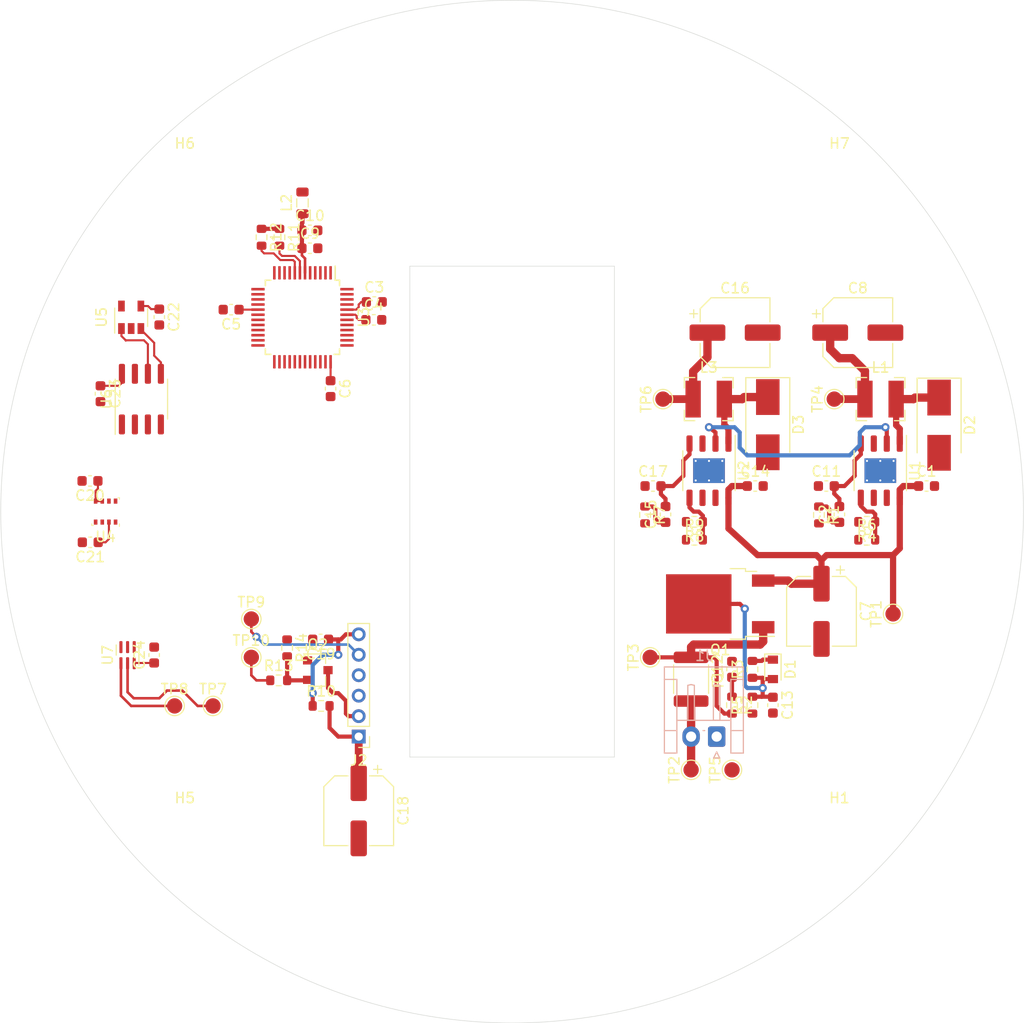
<source format=kicad_pcb>
(kicad_pcb (version 20171130) (host pcbnew "(5.1.9)-1")

  (general
    (thickness 1.6)
    (drawings 12)
    (tracks 233)
    (zones 0)
    (modules 70)
    (nets 66)
  )

  (page A4)
  (layers
    (0 F.Cu signal)
    (31 B.Cu signal)
    (32 B.Adhes user)
    (33 F.Adhes user)
    (34 B.Paste user)
    (35 F.Paste user)
    (36 B.SilkS user)
    (37 F.SilkS user)
    (38 B.Mask user)
    (39 F.Mask user)
    (40 Dwgs.User user)
    (41 Cmts.User user)
    (42 Eco1.User user)
    (43 Eco2.User user)
    (44 Edge.Cuts user)
    (45 Margin user)
    (46 B.CrtYd user)
    (47 F.CrtYd user)
    (48 B.Fab user)
    (49 F.Fab user)
  )

  (setup
    (last_trace_width 0.2032)
    (user_trace_width 0.2032)
    (user_trace_width 0.254)
    (user_trace_width 0.3048)
    (user_trace_width 0.4064)
    (user_trace_width 0.6096)
    (user_trace_width 0.762)
    (user_trace_width 0.8128)
    (user_trace_width 1.016)
    (trace_clearance 0.2)
    (zone_clearance 0.508)
    (zone_45_only no)
    (trace_min 0.2)
    (via_size 0.8)
    (via_drill 0.4)
    (via_min_size 0.4)
    (via_min_drill 0.3)
    (uvia_size 0.3)
    (uvia_drill 0.1)
    (uvias_allowed no)
    (uvia_min_size 0.2)
    (uvia_min_drill 0.1)
    (edge_width 0.05)
    (segment_width 0.2)
    (pcb_text_width 0.3)
    (pcb_text_size 1.5 1.5)
    (mod_edge_width 0.12)
    (mod_text_size 1 1)
    (mod_text_width 0.15)
    (pad_size 1.524 1.524)
    (pad_drill 0.762)
    (pad_to_mask_clearance 0)
    (aux_axis_origin 0 0)
    (visible_elements 7EFFFFFF)
    (pcbplotparams
      (layerselection 0x010fc_ffffffff)
      (usegerberextensions false)
      (usegerberattributes true)
      (usegerberadvancedattributes true)
      (creategerberjobfile true)
      (excludeedgelayer true)
      (linewidth 0.100000)
      (plotframeref false)
      (viasonmask false)
      (mode 1)
      (useauxorigin false)
      (hpglpennumber 1)
      (hpglpenspeed 20)
      (hpglpendiameter 15.000000)
      (psnegative false)
      (psa4output false)
      (plotreference true)
      (plotvalue true)
      (plotinvisibletext false)
      (padsonsilk false)
      (subtractmaskfromsilk false)
      (outputformat 1)
      (mirror false)
      (drillshape 1)
      (scaleselection 1)
      (outputdirectory ""))
  )

  (net 0 "")
  (net 1 "Net-(U1-Pad6)")
  (net 2 "Net-(U2-Pad6)")
  (net 3 "Net-(U3-Pad48)")
  (net 4 "Net-(U3-Pad47)")
  (net 5 "Net-(U3-Pad46)")
  (net 6 "Net-(U3-Pad45)")
  (net 7 "Net-(U3-Pad41)")
  (net 8 "Net-(U3-Pad40)")
  (net 9 "Net-(U3-Pad39)")
  (net 10 "Net-(U3-Pad38)")
  (net 11 "Net-(U3-Pad37)")
  (net 12 "Net-(U3-Pad34)")
  (net 13 "Net-(U3-Pad33)")
  (net 14 "Net-(U3-Pad32)")
  (net 15 "Net-(U3-Pad31)")
  (net 16 "Net-(U3-Pad30)")
  (net 17 "Net-(U3-Pad29)")
  (net 18 "Net-(U3-Pad28)")
  (net 19 "Net-(U3-Pad27)")
  (net 20 "Net-(U3-Pad26)")
  (net 21 "Net-(U3-Pad25)")
  (net 22 "Net-(U3-Pad24)")
  (net 23 "Net-(U3-Pad23)")
  (net 24 "Net-(U3-Pad22)")
  (net 25 "Net-(U3-Pad21)")
  (net 26 "Net-(U3-Pad20)")
  (net 27 "Net-(U3-Pad19)")
  (net 28 "Net-(U3-Pad16)")
  (net 29 "Net-(U3-Pad15)")
  (net 30 "Net-(U3-Pad14)")
  (net 31 "Net-(U3-Pad11)")
  (net 32 "Net-(U3-Pad10)")
  (net 33 "Net-(U3-Pad9)")
  (net 34 "Net-(U3-Pad4)")
  (net 35 "Net-(U3-Pad3)")
  (net 36 "Net-(U3-Pad2)")
  (net 37 "Net-(U3-Pad1)")
  (net 38 GND)
  (net 39 +3V3)
  (net 40 VDDA)
  (net 41 +5V)
  (net 42 "Net-(Q2-Pad2)")
  (net 43 /I2C_SDA)
  (net 44 /I2C_SCL)
  (net 45 "Net-(U5-Pad5)")
  (net 46 "Net-(U7-Pad5)")
  (net 47 "Net-(U7-Pad4)")
  (net 48 /N104)
  (net 49 /N103)
  (net 50 /N105)
  (net 51 /N101)
  (net 52 /N102)
  (net 53 /N107)
  (net 54 /N108)
  (net 55 /N109)
  (net 56 /N110)
  (net 57 /N111)
  (net 58 /N113)
  (net 59 /N112)
  (net 60 /N114)
  (net 61 /N106)
  (net 62 /N201)
  (net 63 /N202)
  (net 64 /N203)
  (net 65 /N205)

  (net_class Default "This is the default net class."
    (clearance 0.2)
    (trace_width 0.25)
    (via_dia 0.8)
    (via_drill 0.4)
    (uvia_dia 0.3)
    (uvia_drill 0.1)
    (add_net +3V3)
    (add_net +5V)
    (add_net /I2C_SCL)
    (add_net /I2C_SDA)
    (add_net /N101)
    (add_net /N102)
    (add_net /N103)
    (add_net /N104)
    (add_net /N105)
    (add_net /N106)
    (add_net /N107)
    (add_net /N108)
    (add_net /N109)
    (add_net /N110)
    (add_net /N111)
    (add_net /N112)
    (add_net /N113)
    (add_net /N114)
    (add_net /N201)
    (add_net /N202)
    (add_net /N203)
    (add_net /N205)
    (add_net GND)
    (add_net "Net-(Q2-Pad2)")
    (add_net "Net-(U1-Pad6)")
    (add_net "Net-(U2-Pad6)")
    (add_net "Net-(U3-Pad1)")
    (add_net "Net-(U3-Pad10)")
    (add_net "Net-(U3-Pad11)")
    (add_net "Net-(U3-Pad14)")
    (add_net "Net-(U3-Pad15)")
    (add_net "Net-(U3-Pad16)")
    (add_net "Net-(U3-Pad19)")
    (add_net "Net-(U3-Pad2)")
    (add_net "Net-(U3-Pad20)")
    (add_net "Net-(U3-Pad21)")
    (add_net "Net-(U3-Pad22)")
    (add_net "Net-(U3-Pad23)")
    (add_net "Net-(U3-Pad24)")
    (add_net "Net-(U3-Pad25)")
    (add_net "Net-(U3-Pad26)")
    (add_net "Net-(U3-Pad27)")
    (add_net "Net-(U3-Pad28)")
    (add_net "Net-(U3-Pad29)")
    (add_net "Net-(U3-Pad3)")
    (add_net "Net-(U3-Pad30)")
    (add_net "Net-(U3-Pad31)")
    (add_net "Net-(U3-Pad32)")
    (add_net "Net-(U3-Pad33)")
    (add_net "Net-(U3-Pad34)")
    (add_net "Net-(U3-Pad37)")
    (add_net "Net-(U3-Pad38)")
    (add_net "Net-(U3-Pad39)")
    (add_net "Net-(U3-Pad4)")
    (add_net "Net-(U3-Pad40)")
    (add_net "Net-(U3-Pad41)")
    (add_net "Net-(U3-Pad45)")
    (add_net "Net-(U3-Pad46)")
    (add_net "Net-(U3-Pad47)")
    (add_net "Net-(U3-Pad48)")
    (add_net "Net-(U3-Pad9)")
    (add_net "Net-(U5-Pad5)")
    (add_net "Net-(U7-Pad4)")
    (add_net "Net-(U7-Pad5)")
    (add_net VDDA)
  )

  (module TestPoint:TestPoint_Pad_D1.5mm (layer F.Cu) (tedit 5A0F774F) (tstamp 604F128C)
    (at -33 19)
    (descr "SMD pad as test Point, diameter 1.5mm")
    (tags "test point SMD pad")
    (path /606F041B)
    (attr virtual)
    (fp_text reference TP8 (at 0 -1.648) (layer F.SilkS)
      (effects (font (size 1 1) (thickness 0.15)))
    )
    (fp_text value TestPoint_Flag (at 0 1.75) (layer F.Fab)
      (effects (font (size 1 1) (thickness 0.15)))
    )
    (fp_text user %R (at 0 -1.65) (layer F.Fab)
      (effects (font (size 1 1) (thickness 0.15)))
    )
    (fp_circle (center 0 0) (end 1.25 0) (layer F.CrtYd) (width 0.05))
    (fp_circle (center 0 0) (end 0 0.95) (layer F.SilkS) (width 0.12))
    (pad 1 smd circle (at 0 0) (size 1.5 1.5) (layers F.Cu F.Mask)
      (net 44 /I2C_SCL))
  )

  (module TestPoint:TestPoint_Pad_D1.5mm (layer F.Cu) (tedit 5A0F774F) (tstamp 604EC5EB)
    (at -25.5 14.25)
    (descr "SMD pad as test Point, diameter 1.5mm")
    (tags "test point SMD pad")
    (path /606925F0)
    (attr virtual)
    (fp_text reference TP10 (at 0 -1.648) (layer F.SilkS)
      (effects (font (size 1 1) (thickness 0.15)))
    )
    (fp_text value TestPoint_Flag (at 0 1.75) (layer F.Fab)
      (effects (font (size 1 1) (thickness 0.15)))
    )
    (fp_text user %R (at 0 -1.65) (layer F.Fab)
      (effects (font (size 1 1) (thickness 0.15)))
    )
    (fp_circle (center 0 0) (end 1.25 0) (layer F.CrtYd) (width 0.05))
    (fp_circle (center 0 0) (end 0 0.95) (layer F.SilkS) (width 0.12))
    (pad 1 smd circle (at 0 0) (size 1.5 1.5) (layers F.Cu F.Mask)
      (net 65 /N205))
  )

  (module TestPoint:TestPoint_Pad_D1.5mm (layer F.Cu) (tedit 5A0F774F) (tstamp 604EC5E3)
    (at -25.5 10.5)
    (descr "SMD pad as test Point, diameter 1.5mm")
    (tags "test point SMD pad")
    (path /60690D82)
    (attr virtual)
    (fp_text reference TP9 (at 0 -1.648) (layer F.SilkS)
      (effects (font (size 1 1) (thickness 0.15)))
    )
    (fp_text value TestPoint_Flag (at 0 1.75) (layer F.Fab)
      (effects (font (size 1 1) (thickness 0.15)))
    )
    (fp_text user %R (at 0 -1.65) (layer F.Fab)
      (effects (font (size 1 1) (thickness 0.15)))
    )
    (fp_circle (center 0 0) (end 1.25 0) (layer F.CrtYd) (width 0.05))
    (fp_circle (center 0 0) (end 0 0.95) (layer F.SilkS) (width 0.12))
    (pad 1 smd circle (at 0 0) (size 1.5 1.5) (layers F.Cu F.Mask)
      (net 64 /N203))
  )

  (module TestPoint:TestPoint_Pad_D1.5mm (layer F.Cu) (tedit 5A0F774F) (tstamp 604EC5D3)
    (at -29.25 19)
    (descr "SMD pad as test Point, diameter 1.5mm")
    (tags "test point SMD pad")
    (path /606933EB)
    (attr virtual)
    (fp_text reference TP7 (at 0 -1.648) (layer F.SilkS)
      (effects (font (size 1 1) (thickness 0.15)))
    )
    (fp_text value TestPoint_Flag (at 0 1.75) (layer F.Fab)
      (effects (font (size 1 1) (thickness 0.15)))
    )
    (fp_text user %R (at 0 -1.65) (layer F.Fab)
      (effects (font (size 1 1) (thickness 0.15)))
    )
    (fp_circle (center 0 0) (end 1.25 0) (layer F.CrtYd) (width 0.05))
    (fp_circle (center 0 0) (end 0 0.95) (layer F.SilkS) (width 0.12))
    (pad 1 smd circle (at 0 0) (size 1.5 1.5) (layers F.Cu F.Mask)
      (net 43 /I2C_SDA))
  )

  (module Capacitor_SMD:CP_Elec_6.3x7.7 (layer F.Cu) (tedit 5BCA39D0) (tstamp 601ED5BC)
    (at -15 29.25 270)
    (descr "SMD capacitor, aluminum electrolytic, Nichicon, 6.3x7.7mm")
    (tags "capacitor electrolytic")
    (path /6021139B)
    (attr smd)
    (fp_text reference C18 (at 0 -4.35 90) (layer F.SilkS)
      (effects (font (size 1 1) (thickness 0.15)))
    )
    (fp_text value CP1 (at 0 4.35 90) (layer F.Fab)
      (effects (font (size 1 1) (thickness 0.15)))
    )
    (fp_line (start -4.7 1.05) (end -3.55 1.05) (layer F.CrtYd) (width 0.05))
    (fp_line (start -4.7 -1.05) (end -4.7 1.05) (layer F.CrtYd) (width 0.05))
    (fp_line (start -3.55 -1.05) (end -4.7 -1.05) (layer F.CrtYd) (width 0.05))
    (fp_line (start -3.55 1.05) (end -3.55 2.4) (layer F.CrtYd) (width 0.05))
    (fp_line (start -3.55 -2.4) (end -3.55 -1.05) (layer F.CrtYd) (width 0.05))
    (fp_line (start -3.55 -2.4) (end -2.4 -3.55) (layer F.CrtYd) (width 0.05))
    (fp_line (start -3.55 2.4) (end -2.4 3.55) (layer F.CrtYd) (width 0.05))
    (fp_line (start -2.4 -3.55) (end 3.55 -3.55) (layer F.CrtYd) (width 0.05))
    (fp_line (start -2.4 3.55) (end 3.55 3.55) (layer F.CrtYd) (width 0.05))
    (fp_line (start 3.55 1.05) (end 3.55 3.55) (layer F.CrtYd) (width 0.05))
    (fp_line (start 4.7 1.05) (end 3.55 1.05) (layer F.CrtYd) (width 0.05))
    (fp_line (start 4.7 -1.05) (end 4.7 1.05) (layer F.CrtYd) (width 0.05))
    (fp_line (start 3.55 -1.05) (end 4.7 -1.05) (layer F.CrtYd) (width 0.05))
    (fp_line (start 3.55 -3.55) (end 3.55 -1.05) (layer F.CrtYd) (width 0.05))
    (fp_line (start -4.04375 -2.24125) (end -4.04375 -1.45375) (layer F.SilkS) (width 0.12))
    (fp_line (start -4.4375 -1.8475) (end -3.65 -1.8475) (layer F.SilkS) (width 0.12))
    (fp_line (start -3.41 2.345563) (end -2.345563 3.41) (layer F.SilkS) (width 0.12))
    (fp_line (start -3.41 -2.345563) (end -2.345563 -3.41) (layer F.SilkS) (width 0.12))
    (fp_line (start -3.41 -2.345563) (end -3.41 -1.06) (layer F.SilkS) (width 0.12))
    (fp_line (start -3.41 2.345563) (end -3.41 1.06) (layer F.SilkS) (width 0.12))
    (fp_line (start -2.345563 3.41) (end 3.41 3.41) (layer F.SilkS) (width 0.12))
    (fp_line (start -2.345563 -3.41) (end 3.41 -3.41) (layer F.SilkS) (width 0.12))
    (fp_line (start 3.41 -3.41) (end 3.41 -1.06) (layer F.SilkS) (width 0.12))
    (fp_line (start 3.41 3.41) (end 3.41 1.06) (layer F.SilkS) (width 0.12))
    (fp_line (start -2.389838 -1.645) (end -2.389838 -1.015) (layer F.Fab) (width 0.1))
    (fp_line (start -2.704838 -1.33) (end -2.074838 -1.33) (layer F.Fab) (width 0.1))
    (fp_line (start -3.3 2.3) (end -2.3 3.3) (layer F.Fab) (width 0.1))
    (fp_line (start -3.3 -2.3) (end -2.3 -3.3) (layer F.Fab) (width 0.1))
    (fp_line (start -3.3 -2.3) (end -3.3 2.3) (layer F.Fab) (width 0.1))
    (fp_line (start -2.3 3.3) (end 3.3 3.3) (layer F.Fab) (width 0.1))
    (fp_line (start -2.3 -3.3) (end 3.3 -3.3) (layer F.Fab) (width 0.1))
    (fp_line (start 3.3 -3.3) (end 3.3 3.3) (layer F.Fab) (width 0.1))
    (fp_circle (center 0 0) (end 3.15 0) (layer F.Fab) (width 0.1))
    (fp_text user %R (at 0 0 90) (layer F.Fab)
      (effects (font (size 1 1) (thickness 0.15)))
    )
    (pad 2 smd roundrect (at 2.7 0 270) (size 3.5 1.6) (layers F.Cu F.Paste F.Mask) (roundrect_rratio 0.15625)
      (net 38 GND))
    (pad 1 smd roundrect (at -2.7 0 270) (size 3.5 1.6) (layers F.Cu F.Paste F.Mask) (roundrect_rratio 0.15625)
      (net 62 /N201))
    (model ${KISYS3DMOD}/Capacitor_SMD.3dshapes/CP_Elec_6.3x7.7.wrl
      (at (xyz 0 0 0))
      (scale (xyz 1 1 1))
      (rotate (xyz 0 0 0))
    )
  )

  (module MountingHole:MountingHole_3mm (layer F.Cu) (tedit 56D1B4CB) (tstamp 604E9BA6)
    (at 32 32)
    (descr "Mounting Hole 3mm, no annular")
    (tags "mounting hole 3mm no annular")
    (path /60664E2F)
    (attr virtual)
    (fp_text reference H1 (at 0 -4) (layer F.SilkS)
      (effects (font (size 1 1) (thickness 0.15)))
    )
    (fp_text value MountingHole (at 0 4) (layer F.Fab)
      (effects (font (size 1 1) (thickness 0.15)))
    )
    (fp_text user %R (at 0.3 0) (layer F.Fab)
      (effects (font (size 1 1) (thickness 0.15)))
    )
    (fp_circle (center 0 0) (end 3 0) (layer Cmts.User) (width 0.15))
    (fp_circle (center 0 0) (end 3.25 0) (layer F.CrtYd) (width 0.05))
    (pad 1 np_thru_hole circle (at 0 0) (size 3 3) (drill 3) (layers *.Cu *.Mask))
  )

  (module MountingHole:MountingHole_3mm (layer F.Cu) (tedit 56D1B4CB) (tstamp 604DE970)
    (at 32 -32)
    (descr "Mounting Hole 3mm, no annular")
    (tags "mounting hole 3mm no annular")
    (path /60547B12)
    (attr virtual)
    (fp_text reference H7 (at 0 -4) (layer F.SilkS)
      (effects (font (size 1 1) (thickness 0.15)))
    )
    (fp_text value MountingHole (at 0 4) (layer F.Fab)
      (effects (font (size 1 1) (thickness 0.15)))
    )
    (fp_text user %R (at 0.3 0) (layer F.Fab)
      (effects (font (size 1 1) (thickness 0.15)))
    )
    (fp_circle (center 0 0) (end 3 0) (layer Cmts.User) (width 0.15))
    (fp_circle (center 0 0) (end 3.25 0) (layer F.CrtYd) (width 0.05))
    (pad 1 np_thru_hole circle (at 0 0) (size 3 3) (drill 3) (layers *.Cu *.Mask))
  )

  (module MountingHole:MountingHole_3mm (layer F.Cu) (tedit 56D1B4CB) (tstamp 604DE968)
    (at -32 -32)
    (descr "Mounting Hole 3mm, no annular")
    (tags "mounting hole 3mm no annular")
    (path /605478EB)
    (attr virtual)
    (fp_text reference H6 (at 0 -4) (layer F.SilkS)
      (effects (font (size 1 1) (thickness 0.15)))
    )
    (fp_text value MountingHole (at 0 4) (layer F.Fab)
      (effects (font (size 1 1) (thickness 0.15)))
    )
    (fp_text user %R (at 0.3 0) (layer F.Fab)
      (effects (font (size 1 1) (thickness 0.15)))
    )
    (fp_circle (center 0 0) (end 3 0) (layer Cmts.User) (width 0.15))
    (fp_circle (center 0 0) (end 3.25 0) (layer F.CrtYd) (width 0.05))
    (pad 1 np_thru_hole circle (at 0 0) (size 3 3) (drill 3) (layers *.Cu *.Mask))
  )

  (module MountingHole:MountingHole_3mm (layer F.Cu) (tedit 56D1B4CB) (tstamp 604DE960)
    (at -32 32)
    (descr "Mounting Hole 3mm, no annular")
    (tags "mounting hole 3mm no annular")
    (path /6052CF12)
    (attr virtual)
    (fp_text reference H5 (at 0 -4) (layer F.SilkS)
      (effects (font (size 1 1) (thickness 0.15)))
    )
    (fp_text value MountingHole (at 0 4) (layer F.Fab)
      (effects (font (size 1 1) (thickness 0.15)))
    )
    (fp_text user %R (at 0.3 0) (layer F.Fab)
      (effects (font (size 1 1) (thickness 0.15)))
    )
    (fp_circle (center 0 0) (end 3 0) (layer Cmts.User) (width 0.15))
    (fp_circle (center 0 0) (end 3.25 0) (layer F.CrtYd) (width 0.05))
    (pad 1 np_thru_hole circle (at 0 0) (size 3 3) (drill 3) (layers *.Cu *.Mask))
  )

  (module Capacitor_SMD:C_0603_1608Metric (layer F.Cu) (tedit 5F68FEEE) (tstamp 601ED54A)
    (at 23.775 -2.5)
    (descr "Capacitor SMD 0603 (1608 Metric), square (rectangular) end terminal, IPC_7351 nominal, (Body size source: IPC-SM-782 page 76, https://www.pcb-3d.com/wordpress/wp-content/uploads/ipc-sm-782a_amendment_1_and_2.pdf), generated with kicad-footprint-generator")
    (tags capacitor)
    (path /602E2A47)
    (attr smd)
    (fp_text reference C14 (at 0 -1.43) (layer F.SilkS)
      (effects (font (size 1 1) (thickness 0.15)))
    )
    (fp_text value C (at 0 1.43) (layer F.Fab)
      (effects (font (size 1 1) (thickness 0.15)))
    )
    (fp_line (start 1.48 0.73) (end -1.48 0.73) (layer F.CrtYd) (width 0.05))
    (fp_line (start 1.48 -0.73) (end 1.48 0.73) (layer F.CrtYd) (width 0.05))
    (fp_line (start -1.48 -0.73) (end 1.48 -0.73) (layer F.CrtYd) (width 0.05))
    (fp_line (start -1.48 0.73) (end -1.48 -0.73) (layer F.CrtYd) (width 0.05))
    (fp_line (start -0.14058 0.51) (end 0.14058 0.51) (layer F.SilkS) (width 0.12))
    (fp_line (start -0.14058 -0.51) (end 0.14058 -0.51) (layer F.SilkS) (width 0.12))
    (fp_line (start 0.8 0.4) (end -0.8 0.4) (layer F.Fab) (width 0.1))
    (fp_line (start 0.8 -0.4) (end 0.8 0.4) (layer F.Fab) (width 0.1))
    (fp_line (start -0.8 -0.4) (end 0.8 -0.4) (layer F.Fab) (width 0.1))
    (fp_line (start -0.8 0.4) (end -0.8 -0.4) (layer F.Fab) (width 0.1))
    (fp_text user %R (at 0 0) (layer F.Fab)
      (effects (font (size 0.4 0.4) (thickness 0.06)))
    )
    (pad 2 smd roundrect (at 0.775 0) (size 0.9 0.95) (layers F.Cu F.Paste F.Mask) (roundrect_rratio 0.25)
      (net 38 GND))
    (pad 1 smd roundrect (at -0.775 0) (size 0.9 0.95) (layers F.Cu F.Paste F.Mask) (roundrect_rratio 0.25)
      (net 48 /N104))
    (model ${KISYS3DMOD}/Capacitor_SMD.3dshapes/C_0603_1608Metric.wrl
      (at (xyz 0 0 0))
      (scale (xyz 1 1 1))
      (rotate (xyz 0 0 0))
    )
  )

  (module Resistor_SMD:R_0603_1608Metric (layer F.Cu) (tedit 5F68FEEE) (tstamp 601ED7D8)
    (at 17.825 2.75)
    (descr "Resistor SMD 0603 (1608 Metric), square (rectangular) end terminal, IPC_7351 nominal, (Body size source: IPC-SM-782 page 72, https://www.pcb-3d.com/wordpress/wp-content/uploads/ipc-sm-782a_amendment_1_and_2.pdf), generated with kicad-footprint-generator")
    (tags resistor)
    (path /602617E4)
    (attr smd)
    (fp_text reference R9 (at 0 -1.43) (layer F.SilkS)
      (effects (font (size 1 1) (thickness 0.15)))
    )
    (fp_text value R (at 0 1.43) (layer F.Fab)
      (effects (font (size 1 1) (thickness 0.15)))
    )
    (fp_line (start 1.48 0.73) (end -1.48 0.73) (layer F.CrtYd) (width 0.05))
    (fp_line (start 1.48 -0.73) (end 1.48 0.73) (layer F.CrtYd) (width 0.05))
    (fp_line (start -1.48 -0.73) (end 1.48 -0.73) (layer F.CrtYd) (width 0.05))
    (fp_line (start -1.48 0.73) (end -1.48 -0.73) (layer F.CrtYd) (width 0.05))
    (fp_line (start -0.237258 0.5225) (end 0.237258 0.5225) (layer F.SilkS) (width 0.12))
    (fp_line (start -0.237258 -0.5225) (end 0.237258 -0.5225) (layer F.SilkS) (width 0.12))
    (fp_line (start 0.8 0.4125) (end -0.8 0.4125) (layer F.Fab) (width 0.1))
    (fp_line (start 0.8 -0.4125) (end 0.8 0.4125) (layer F.Fab) (width 0.1))
    (fp_line (start -0.8 -0.4125) (end 0.8 -0.4125) (layer F.Fab) (width 0.1))
    (fp_line (start -0.8 0.4125) (end -0.8 -0.4125) (layer F.Fab) (width 0.1))
    (fp_text user %R (at 0 0) (layer F.Fab)
      (effects (font (size 0.4 0.4) (thickness 0.06)))
    )
    (pad 2 smd roundrect (at 0.825 0) (size 0.8 0.95) (layers F.Cu F.Paste F.Mask) (roundrect_rratio 0.25)
      (net 60 /N114))
    (pad 1 smd roundrect (at -0.825 0) (size 0.8 0.95) (layers F.Cu F.Paste F.Mask) (roundrect_rratio 0.25)
      (net 38 GND))
    (model ${KISYS3DMOD}/Resistor_SMD.3dshapes/R_0603_1608Metric.wrl
      (at (xyz 0 0 0))
      (scale (xyz 1 1 1))
      (rotate (xyz 0 0 0))
    )
  )

  (module Resistor_SMD:R_0603_1608Metric (layer F.Cu) (tedit 5F68FEEE) (tstamp 601ED7C7)
    (at 17.825 1 180)
    (descr "Resistor SMD 0603 (1608 Metric), square (rectangular) end terminal, IPC_7351 nominal, (Body size source: IPC-SM-782 page 72, https://www.pcb-3d.com/wordpress/wp-content/uploads/ipc-sm-782a_amendment_1_and_2.pdf), generated with kicad-footprint-generator")
    (tags resistor)
    (path /60260A87)
    (attr smd)
    (fp_text reference R8 (at 0 -1.43) (layer F.SilkS)
      (effects (font (size 1 1) (thickness 0.15)))
    )
    (fp_text value R (at 0 1.43) (layer F.Fab)
      (effects (font (size 1 1) (thickness 0.15)))
    )
    (fp_line (start 1.48 0.73) (end -1.48 0.73) (layer F.CrtYd) (width 0.05))
    (fp_line (start 1.48 -0.73) (end 1.48 0.73) (layer F.CrtYd) (width 0.05))
    (fp_line (start -1.48 -0.73) (end 1.48 -0.73) (layer F.CrtYd) (width 0.05))
    (fp_line (start -1.48 0.73) (end -1.48 -0.73) (layer F.CrtYd) (width 0.05))
    (fp_line (start -0.237258 0.5225) (end 0.237258 0.5225) (layer F.SilkS) (width 0.12))
    (fp_line (start -0.237258 -0.5225) (end 0.237258 -0.5225) (layer F.SilkS) (width 0.12))
    (fp_line (start 0.8 0.4125) (end -0.8 0.4125) (layer F.Fab) (width 0.1))
    (fp_line (start 0.8 -0.4125) (end 0.8 0.4125) (layer F.Fab) (width 0.1))
    (fp_line (start -0.8 -0.4125) (end 0.8 -0.4125) (layer F.Fab) (width 0.1))
    (fp_line (start -0.8 0.4125) (end -0.8 -0.4125) (layer F.Fab) (width 0.1))
    (fp_text user %R (at 0 0) (layer F.Fab)
      (effects (font (size 0.4 0.4) (thickness 0.06)))
    )
    (pad 2 smd roundrect (at 0.825 0 180) (size 0.8 0.95) (layers F.Cu F.Paste F.Mask) (roundrect_rratio 0.25)
      (net 41 +5V))
    (pad 1 smd roundrect (at -0.825 0 180) (size 0.8 0.95) (layers F.Cu F.Paste F.Mask) (roundrect_rratio 0.25)
      (net 60 /N114))
    (model ${KISYS3DMOD}/Resistor_SMD.3dshapes/R_0603_1608Metric.wrl
      (at (xyz 0 0 0))
      (scale (xyz 1 1 1))
      (rotate (xyz 0 0 0))
    )
  )

  (module Capacitor_SMD:C_0603_1608Metric (layer F.Cu) (tedit 5F68FEEE) (tstamp 601ED594)
    (at 13.775 -2.5)
    (descr "Capacitor SMD 0603 (1608 Metric), square (rectangular) end terminal, IPC_7351 nominal, (Body size source: IPC-SM-782 page 76, https://www.pcb-3d.com/wordpress/wp-content/uploads/ipc-sm-782a_amendment_1_and_2.pdf), generated with kicad-footprint-generator")
    (tags capacitor)
    (path /60249E3F)
    (attr smd)
    (fp_text reference C17 (at 0 -1.43) (layer F.SilkS)
      (effects (font (size 1 1) (thickness 0.15)))
    )
    (fp_text value C (at 0 1.43) (layer F.Fab)
      (effects (font (size 1 1) (thickness 0.15)))
    )
    (fp_line (start 1.48 0.73) (end -1.48 0.73) (layer F.CrtYd) (width 0.05))
    (fp_line (start 1.48 -0.73) (end 1.48 0.73) (layer F.CrtYd) (width 0.05))
    (fp_line (start -1.48 -0.73) (end 1.48 -0.73) (layer F.CrtYd) (width 0.05))
    (fp_line (start -1.48 0.73) (end -1.48 -0.73) (layer F.CrtYd) (width 0.05))
    (fp_line (start -0.14058 0.51) (end 0.14058 0.51) (layer F.SilkS) (width 0.12))
    (fp_line (start -0.14058 -0.51) (end 0.14058 -0.51) (layer F.SilkS) (width 0.12))
    (fp_line (start 0.8 0.4) (end -0.8 0.4) (layer F.Fab) (width 0.1))
    (fp_line (start 0.8 -0.4) (end 0.8 0.4) (layer F.Fab) (width 0.1))
    (fp_line (start -0.8 -0.4) (end 0.8 -0.4) (layer F.Fab) (width 0.1))
    (fp_line (start -0.8 0.4) (end -0.8 -0.4) (layer F.Fab) (width 0.1))
    (fp_text user %R (at 0 0) (layer F.Fab)
      (effects (font (size 0.4 0.4) (thickness 0.06)))
    )
    (pad 2 smd roundrect (at 0.775 0) (size 0.9 0.95) (layers F.Cu F.Paste F.Mask) (roundrect_rratio 0.25)
      (net 55 /N109))
    (pad 1 smd roundrect (at -0.775 0) (size 0.9 0.95) (layers F.Cu F.Paste F.Mask) (roundrect_rratio 0.25)
      (net 38 GND))
    (model ${KISYS3DMOD}/Capacitor_SMD.3dshapes/C_0603_1608Metric.wrl
      (at (xyz 0 0 0))
      (scale (xyz 1 1 1))
      (rotate (xyz 0 0 0))
    )
  )

  (module Capacitor_SMD:C_0603_1608Metric (layer F.Cu) (tedit 5F68FEEE) (tstamp 601ED55B)
    (at 15 0.275 90)
    (descr "Capacitor SMD 0603 (1608 Metric), square (rectangular) end terminal, IPC_7351 nominal, (Body size source: IPC-SM-782 page 76, https://www.pcb-3d.com/wordpress/wp-content/uploads/ipc-sm-782a_amendment_1_and_2.pdf), generated with kicad-footprint-generator")
    (tags capacitor)
    (path /6024A310)
    (attr smd)
    (fp_text reference C15 (at 0 -1.43 90) (layer F.SilkS)
      (effects (font (size 1 1) (thickness 0.15)))
    )
    (fp_text value C (at 0 1.43 90) (layer F.Fab)
      (effects (font (size 1 1) (thickness 0.15)))
    )
    (fp_line (start 1.48 0.73) (end -1.48 0.73) (layer F.CrtYd) (width 0.05))
    (fp_line (start 1.48 -0.73) (end 1.48 0.73) (layer F.CrtYd) (width 0.05))
    (fp_line (start -1.48 -0.73) (end 1.48 -0.73) (layer F.CrtYd) (width 0.05))
    (fp_line (start -1.48 0.73) (end -1.48 -0.73) (layer F.CrtYd) (width 0.05))
    (fp_line (start -0.14058 0.51) (end 0.14058 0.51) (layer F.SilkS) (width 0.12))
    (fp_line (start -0.14058 -0.51) (end 0.14058 -0.51) (layer F.SilkS) (width 0.12))
    (fp_line (start 0.8 0.4) (end -0.8 0.4) (layer F.Fab) (width 0.1))
    (fp_line (start 0.8 -0.4) (end 0.8 0.4) (layer F.Fab) (width 0.1))
    (fp_line (start -0.8 -0.4) (end 0.8 -0.4) (layer F.Fab) (width 0.1))
    (fp_line (start -0.8 0.4) (end -0.8 -0.4) (layer F.Fab) (width 0.1))
    (fp_text user %R (at 0 0 90) (layer F.Fab)
      (effects (font (size 0.4 0.4) (thickness 0.06)))
    )
    (pad 2 smd roundrect (at 0.775 0 90) (size 0.9 0.95) (layers F.Cu F.Paste F.Mask) (roundrect_rratio 0.25)
      (net 55 /N109))
    (pad 1 smd roundrect (at -0.775 0 90) (size 0.9 0.95) (layers F.Cu F.Paste F.Mask) (roundrect_rratio 0.25)
      (net 56 /N110))
    (model ${KISYS3DMOD}/Capacitor_SMD.3dshapes/C_0603_1608Metric.wrl
      (at (xyz 0 0 0))
      (scale (xyz 1 1 1))
      (rotate (xyz 0 0 0))
    )
  )

  (module Diode_SMD:D_SMB_Handsoldering (layer F.Cu) (tedit 590B3D55) (tstamp 601ED66A)
    (at 25 -8.5 270)
    (descr "Diode SMB (DO-214AA) Handsoldering")
    (tags "Diode SMB (DO-214AA) Handsoldering")
    (path /60237AD2)
    (attr smd)
    (fp_text reference D3 (at 0 -3 90) (layer F.SilkS)
      (effects (font (size 1 1) (thickness 0.15)))
    )
    (fp_text value D_Schottky (at 0 3 90) (layer F.Fab)
      (effects (font (size 1 1) (thickness 0.15)))
    )
    (fp_line (start -4.6 -2.15) (end 2.7 -2.15) (layer F.SilkS) (width 0.12))
    (fp_line (start -4.6 2.15) (end 2.7 2.15) (layer F.SilkS) (width 0.12))
    (fp_line (start -0.64944 0.00102) (end 0.50118 -0.79908) (layer F.Fab) (width 0.1))
    (fp_line (start -0.64944 0.00102) (end 0.50118 0.75032) (layer F.Fab) (width 0.1))
    (fp_line (start 0.50118 0.75032) (end 0.50118 -0.79908) (layer F.Fab) (width 0.1))
    (fp_line (start -0.64944 -0.79908) (end -0.64944 0.80112) (layer F.Fab) (width 0.1))
    (fp_line (start 0.50118 0.00102) (end 1.4994 0.00102) (layer F.Fab) (width 0.1))
    (fp_line (start -0.64944 0.00102) (end -1.55114 0.00102) (layer F.Fab) (width 0.1))
    (fp_line (start -4.7 2.25) (end -4.7 -2.25) (layer F.CrtYd) (width 0.05))
    (fp_line (start 4.7 2.25) (end -4.7 2.25) (layer F.CrtYd) (width 0.05))
    (fp_line (start 4.7 -2.25) (end 4.7 2.25) (layer F.CrtYd) (width 0.05))
    (fp_line (start -4.7 -2.25) (end 4.7 -2.25) (layer F.CrtYd) (width 0.05))
    (fp_line (start 2.3 -2) (end -2.3 -2) (layer F.Fab) (width 0.1))
    (fp_line (start 2.3 -2) (end 2.3 2) (layer F.Fab) (width 0.1))
    (fp_line (start -2.3 2) (end -2.3 -2) (layer F.Fab) (width 0.1))
    (fp_line (start 2.3 2) (end -2.3 2) (layer F.Fab) (width 0.1))
    (fp_line (start -4.6 -2.15) (end -4.6 2.15) (layer F.SilkS) (width 0.12))
    (fp_text user %R (at 0 -3 90) (layer F.Fab)
      (effects (font (size 1 1) (thickness 0.15)))
    )
    (pad 2 smd rect (at 2.7 0 270) (size 3.5 2.3) (layers F.Cu F.Paste F.Mask)
      (net 38 GND))
    (pad 1 smd rect (at -2.7 0 270) (size 3.5 2.3) (layers F.Cu F.Paste F.Mask)
      (net 58 /N113))
    (model ${KISYS3DMOD}/Diode_SMD.3dshapes/D_SMB.wrl
      (at (xyz 0 0 0))
      (scale (xyz 1 1 1))
      (rotate (xyz 0 0 0))
    )
  )

  (module Inductor_SMD:L_Bourns-SRN4018 (layer F.Cu) (tedit 5B471911) (tstamp 601ED706)
    (at 19.225 -11 180)
    (descr "Bourns SRN4018 series SMD inductor, https://www.bourns.com/docs/Product-Datasheets/SRN4018.pdf")
    (tags "Bourns SRN4018 SMD inductor")
    (path /6021CF2C)
    (attr smd)
    (fp_text reference L3 (at 0 3.1) (layer F.SilkS)
      (effects (font (size 1 1) (thickness 0.15)))
    )
    (fp_text value L (at 0 -3.1) (layer F.Fab)
      (effects (font (size 1 1) (thickness 0.15)))
    )
    (fp_line (start -2.53 -2.25) (end -2.53 2.25) (layer F.CrtYd) (width 0.05))
    (fp_line (start -2.53 2.25) (end 2.53 2.25) (layer F.CrtYd) (width 0.05))
    (fp_line (start 2.53 -2.25) (end 2.53 2.25) (layer F.CrtYd) (width 0.05))
    (fp_line (start -2.53 -2.25) (end 2.53 -2.25) (layer F.CrtYd) (width 0.05))
    (fp_line (start -2.385 2.11) (end -1.36 2.11) (layer F.SilkS) (width 0.12))
    (fp_line (start 2.385 2.11) (end 1.36 2.11) (layer F.SilkS) (width 0.12))
    (fp_line (start -2.385 2.11) (end -2.385 1.085) (layer F.SilkS) (width 0.12))
    (fp_line (start 2.385 2.11) (end 2.385 1.085) (layer F.SilkS) (width 0.12))
    (fp_line (start 2.385 -2.11) (end 2.385 -1.085) (layer F.SilkS) (width 0.12))
    (fp_line (start 2.385 -2.11) (end 1.36 -2.11) (layer F.SilkS) (width 0.12))
    (fp_line (start 2 -2) (end 2 2) (layer F.Fab) (width 0.1))
    (fp_line (start -2 -2) (end -2 2) (layer F.Fab) (width 0.1))
    (fp_line (start -2.385 -2.11) (end -1.36 -2.11) (layer F.SilkS) (width 0.12))
    (fp_line (start -2.385 -2.11) (end -2.385 -1.085) (layer F.SilkS) (width 0.12))
    (fp_line (start -2 -2) (end 2 -2) (layer F.Fab) (width 0.1))
    (fp_line (start 2 2) (end -2 2) (layer F.Fab) (width 0.1))
    (fp_text user %R (at 0 0) (layer F.Fab)
      (effects (font (size 1 1) (thickness 0.15)))
    )
    (pad 2 smd rect (at 1.525 0 180) (size 1.5 3.6) (layers F.Cu F.Paste F.Mask)
      (net 41 +5V))
    (pad 1 smd rect (at -1.525 0 180) (size 1.5 3.6) (layers F.Cu F.Paste F.Mask)
      (net 58 /N113))
    (model ${KISYS3DMOD}/Inductor_SMD.3dshapes/L_Bourns-SRN4018.wrl
      (at (xyz 0 0 0))
      (scale (xyz 1 1 1))
      (rotate (xyz 0 0 0))
    )
  )

  (module Capacitor_SMD:CP_Elec_6.3x7.7 (layer F.Cu) (tedit 5BCA39D0) (tstamp 601ED583)
    (at 21.8 -17.5)
    (descr "SMD capacitor, aluminum electrolytic, Nichicon, 6.3x7.7mm")
    (tags "capacitor electrolytic")
    (path /6022269F)
    (attr smd)
    (fp_text reference C16 (at 0 -4.35) (layer F.SilkS)
      (effects (font (size 1 1) (thickness 0.15)))
    )
    (fp_text value CP1 (at 0 4.35) (layer F.Fab)
      (effects (font (size 1 1) (thickness 0.15)))
    )
    (fp_line (start -4.7 1.05) (end -3.55 1.05) (layer F.CrtYd) (width 0.05))
    (fp_line (start -4.7 -1.05) (end -4.7 1.05) (layer F.CrtYd) (width 0.05))
    (fp_line (start -3.55 -1.05) (end -4.7 -1.05) (layer F.CrtYd) (width 0.05))
    (fp_line (start -3.55 1.05) (end -3.55 2.4) (layer F.CrtYd) (width 0.05))
    (fp_line (start -3.55 -2.4) (end -3.55 -1.05) (layer F.CrtYd) (width 0.05))
    (fp_line (start -3.55 -2.4) (end -2.4 -3.55) (layer F.CrtYd) (width 0.05))
    (fp_line (start -3.55 2.4) (end -2.4 3.55) (layer F.CrtYd) (width 0.05))
    (fp_line (start -2.4 -3.55) (end 3.55 -3.55) (layer F.CrtYd) (width 0.05))
    (fp_line (start -2.4 3.55) (end 3.55 3.55) (layer F.CrtYd) (width 0.05))
    (fp_line (start 3.55 1.05) (end 3.55 3.55) (layer F.CrtYd) (width 0.05))
    (fp_line (start 4.7 1.05) (end 3.55 1.05) (layer F.CrtYd) (width 0.05))
    (fp_line (start 4.7 -1.05) (end 4.7 1.05) (layer F.CrtYd) (width 0.05))
    (fp_line (start 3.55 -1.05) (end 4.7 -1.05) (layer F.CrtYd) (width 0.05))
    (fp_line (start 3.55 -3.55) (end 3.55 -1.05) (layer F.CrtYd) (width 0.05))
    (fp_line (start -4.04375 -2.24125) (end -4.04375 -1.45375) (layer F.SilkS) (width 0.12))
    (fp_line (start -4.4375 -1.8475) (end -3.65 -1.8475) (layer F.SilkS) (width 0.12))
    (fp_line (start -3.41 2.345563) (end -2.345563 3.41) (layer F.SilkS) (width 0.12))
    (fp_line (start -3.41 -2.345563) (end -2.345563 -3.41) (layer F.SilkS) (width 0.12))
    (fp_line (start -3.41 -2.345563) (end -3.41 -1.06) (layer F.SilkS) (width 0.12))
    (fp_line (start -3.41 2.345563) (end -3.41 1.06) (layer F.SilkS) (width 0.12))
    (fp_line (start -2.345563 3.41) (end 3.41 3.41) (layer F.SilkS) (width 0.12))
    (fp_line (start -2.345563 -3.41) (end 3.41 -3.41) (layer F.SilkS) (width 0.12))
    (fp_line (start 3.41 -3.41) (end 3.41 -1.06) (layer F.SilkS) (width 0.12))
    (fp_line (start 3.41 3.41) (end 3.41 1.06) (layer F.SilkS) (width 0.12))
    (fp_line (start -2.389838 -1.645) (end -2.389838 -1.015) (layer F.Fab) (width 0.1))
    (fp_line (start -2.704838 -1.33) (end -2.074838 -1.33) (layer F.Fab) (width 0.1))
    (fp_line (start -3.3 2.3) (end -2.3 3.3) (layer F.Fab) (width 0.1))
    (fp_line (start -3.3 -2.3) (end -2.3 -3.3) (layer F.Fab) (width 0.1))
    (fp_line (start -3.3 -2.3) (end -3.3 2.3) (layer F.Fab) (width 0.1))
    (fp_line (start -2.3 3.3) (end 3.3 3.3) (layer F.Fab) (width 0.1))
    (fp_line (start -2.3 -3.3) (end 3.3 -3.3) (layer F.Fab) (width 0.1))
    (fp_line (start 3.3 -3.3) (end 3.3 3.3) (layer F.Fab) (width 0.1))
    (fp_circle (center 0 0) (end 3.15 0) (layer F.Fab) (width 0.1))
    (fp_text user %R (at 0 0) (layer F.Fab)
      (effects (font (size 1 1) (thickness 0.15)))
    )
    (pad 2 smd roundrect (at 2.7 0) (size 3.5 1.6) (layers F.Cu F.Paste F.Mask) (roundrect_rratio 0.15625)
      (net 38 GND))
    (pad 1 smd roundrect (at -2.7 0) (size 3.5 1.6) (layers F.Cu F.Paste F.Mask) (roundrect_rratio 0.15625)
      (net 41 +5V))
    (model ${KISYS3DMOD}/Capacitor_SMD.3dshapes/CP_Elec_6.3x7.7.wrl
      (at (xyz 0 0 0))
      (scale (xyz 1 1 1))
      (rotate (xyz 0 0 0))
    )
  )

  (module Resistor_SMD:R_0603_1608Metric (layer F.Cu) (tedit 5F68FEEE) (tstamp 601ED7B6)
    (at 13 0.325 270)
    (descr "Resistor SMD 0603 (1608 Metric), square (rectangular) end terminal, IPC_7351 nominal, (Body size source: IPC-SM-782 page 72, https://www.pcb-3d.com/wordpress/wp-content/uploads/ipc-sm-782a_amendment_1_and_2.pdf), generated with kicad-footprint-generator")
    (tags resistor)
    (path /6024ABD9)
    (attr smd)
    (fp_text reference R7 (at 0 -1.43 90) (layer F.SilkS)
      (effects (font (size 1 1) (thickness 0.15)))
    )
    (fp_text value R (at 0 1.43 90) (layer F.Fab)
      (effects (font (size 1 1) (thickness 0.15)))
    )
    (fp_line (start 1.48 0.73) (end -1.48 0.73) (layer F.CrtYd) (width 0.05))
    (fp_line (start 1.48 -0.73) (end 1.48 0.73) (layer F.CrtYd) (width 0.05))
    (fp_line (start -1.48 -0.73) (end 1.48 -0.73) (layer F.CrtYd) (width 0.05))
    (fp_line (start -1.48 0.73) (end -1.48 -0.73) (layer F.CrtYd) (width 0.05))
    (fp_line (start -0.237258 0.5225) (end 0.237258 0.5225) (layer F.SilkS) (width 0.12))
    (fp_line (start -0.237258 -0.5225) (end 0.237258 -0.5225) (layer F.SilkS) (width 0.12))
    (fp_line (start 0.8 0.4125) (end -0.8 0.4125) (layer F.Fab) (width 0.1))
    (fp_line (start 0.8 -0.4125) (end 0.8 0.4125) (layer F.Fab) (width 0.1))
    (fp_line (start -0.8 -0.4125) (end 0.8 -0.4125) (layer F.Fab) (width 0.1))
    (fp_line (start -0.8 0.4125) (end -0.8 -0.4125) (layer F.Fab) (width 0.1))
    (fp_text user %R (at 0 0 90) (layer F.Fab)
      (effects (font (size 0.4 0.4) (thickness 0.06)))
    )
    (pad 2 smd roundrect (at 0.825 0 270) (size 0.8 0.95) (layers F.Cu F.Paste F.Mask) (roundrect_rratio 0.25)
      (net 38 GND))
    (pad 1 smd roundrect (at -0.825 0 270) (size 0.8 0.95) (layers F.Cu F.Paste F.Mask) (roundrect_rratio 0.25)
      (net 56 /N110))
    (model ${KISYS3DMOD}/Resistor_SMD.3dshapes/R_0603_1608Metric.wrl
      (at (xyz 0 0 0))
      (scale (xyz 1 1 1))
      (rotate (xyz 0 0 0))
    )
  )

  (module TestPoint:TestPoint_Pad_D1.5mm (layer F.Cu) (tedit 5A0F774F) (tstamp 601ED85D)
    (at 14.75 -11 90)
    (descr "SMD pad as test Point, diameter 1.5mm")
    (tags "test point SMD pad")
    (path /60380764)
    (attr virtual)
    (fp_text reference TP6 (at 0 -1.648 90) (layer F.SilkS)
      (effects (font (size 1 1) (thickness 0.15)))
    )
    (fp_text value TestPoint_Flag (at 0 1.75 90) (layer F.Fab)
      (effects (font (size 1 1) (thickness 0.15)))
    )
    (fp_circle (center 0 0) (end 0 0.95) (layer F.SilkS) (width 0.12))
    (fp_circle (center 0 0) (end 1.25 0) (layer F.CrtYd) (width 0.05))
    (fp_text user %R (at 0 -1.65 90) (layer F.Fab)
      (effects (font (size 1 1) (thickness 0.15)))
    )
    (pad 1 smd circle (at 0 0 90) (size 1.5 1.5) (layers F.Cu F.Mask)
      (net 41 +5V))
  )

  (module Package_SO:HSOP-8-1EP_3.9x4.9mm_P1.27mm_EP2.41x3.1mm_ThermalVias (layer F.Cu) (tedit 5DC5FE74) (tstamp 601ED8A9)
    (at 19.25 -4 270)
    (descr "HSOP, 8 Pin (https://www.st.com/resource/en/datasheet/l5973d.pdf), generated with kicad-footprint-generator ipc_gullwing_generator.py")
    (tags "HSOP SO")
    (path /60229D57)
    (attr smd)
    (fp_text reference U2 (at 0 -3.4 90) (layer F.SilkS)
      (effects (font (size 1 1) (thickness 0.15)))
    )
    (fp_text value L5973D (at 0 3.4 90) (layer F.Fab)
      (effects (font (size 1 1) (thickness 0.15)))
    )
    (fp_line (start 3.7 -2.7) (end -3.7 -2.7) (layer F.CrtYd) (width 0.05))
    (fp_line (start 3.7 2.7) (end 3.7 -2.7) (layer F.CrtYd) (width 0.05))
    (fp_line (start -3.7 2.7) (end 3.7 2.7) (layer F.CrtYd) (width 0.05))
    (fp_line (start -3.7 -2.7) (end -3.7 2.7) (layer F.CrtYd) (width 0.05))
    (fp_line (start -1.95 -1.475) (end -0.975 -2.45) (layer F.Fab) (width 0.1))
    (fp_line (start -1.95 2.45) (end -1.95 -1.475) (layer F.Fab) (width 0.1))
    (fp_line (start 1.95 2.45) (end -1.95 2.45) (layer F.Fab) (width 0.1))
    (fp_line (start 1.95 -2.45) (end 1.95 2.45) (layer F.Fab) (width 0.1))
    (fp_line (start -0.975 -2.45) (end 1.95 -2.45) (layer F.Fab) (width 0.1))
    (fp_line (start 0 -2.56) (end -3.45 -2.56) (layer F.SilkS) (width 0.12))
    (fp_line (start 0 -2.56) (end 1.95 -2.56) (layer F.SilkS) (width 0.12))
    (fp_line (start 0 2.56) (end -1.95 2.56) (layer F.SilkS) (width 0.12))
    (fp_line (start 0 2.56) (end 1.95 2.56) (layer F.SilkS) (width 0.12))
    (fp_text user %R (at 0 0 90) (layer F.Fab)
      (effects (font (size 0.98 0.98) (thickness 0.15)))
    )
    (pad "" smd roundrect (at 0.6 0.775 270) (size 0.97 1.25) (layers F.Paste) (roundrect_rratio 0.25))
    (pad "" smd roundrect (at 0.6 -0.775 270) (size 0.97 1.25) (layers F.Paste) (roundrect_rratio 0.25))
    (pad "" smd roundrect (at -0.6 0.775 270) (size 0.97 1.25) (layers F.Paste) (roundrect_rratio 0.25))
    (pad "" smd roundrect (at -0.6 -0.775 270) (size 0.97 1.25) (layers F.Paste) (roundrect_rratio 0.25))
    (pad 9 smd rect (at 0 0 270) (size 2.41 3.1) (layers B.Cu)
      (net 38 GND))
    (pad 9 thru_hole circle (at 0.955 1.3 270) (size 0.5 0.5) (drill 0.2) (layers *.Cu)
      (net 38 GND))
    (pad 9 thru_hole circle (at -0.955 1.3 270) (size 0.5 0.5) (drill 0.2) (layers *.Cu)
      (net 38 GND))
    (pad 9 thru_hole circle (at 0.955 0 270) (size 0.5 0.5) (drill 0.2) (layers *.Cu)
      (net 38 GND))
    (pad 9 thru_hole circle (at -0.955 0 270) (size 0.5 0.5) (drill 0.2) (layers *.Cu)
      (net 38 GND))
    (pad 9 thru_hole circle (at 0.955 -1.3 270) (size 0.5 0.5) (drill 0.2) (layers *.Cu)
      (net 38 GND))
    (pad 9 thru_hole circle (at -0.955 -1.3 270) (size 0.5 0.5) (drill 0.2) (layers *.Cu)
      (net 38 GND))
    (pad 9 smd rect (at 0 0 270) (size 2.41 3.1) (layers F.Cu F.Mask)
      (net 38 GND))
    (pad 8 smd roundrect (at 2.65 -1.905 270) (size 1.6 0.6) (layers F.Cu F.Paste F.Mask) (roundrect_rratio 0.25)
      (net 48 /N104))
    (pad 7 smd roundrect (at 2.65 -0.635 270) (size 1.6 0.6) (layers F.Cu F.Paste F.Mask) (roundrect_rratio 0.25)
      (net 38 GND))
    (pad 6 smd roundrect (at 2.65 0.635 270) (size 1.6 0.6) (layers F.Cu F.Paste F.Mask) (roundrect_rratio 0.25)
      (net 2 "Net-(U2-Pad6)"))
    (pad 5 smd roundrect (at 2.65 1.905 270) (size 1.6 0.6) (layers F.Cu F.Paste F.Mask) (roundrect_rratio 0.25)
      (net 60 /N114))
    (pad 4 smd roundrect (at -2.65 1.905 270) (size 1.6 0.6) (layers F.Cu F.Paste F.Mask) (roundrect_rratio 0.25)
      (net 55 /N109))
    (pad 3 smd roundrect (at -2.65 0.635 270) (size 1.6 0.6) (layers F.Cu F.Paste F.Mask) (roundrect_rratio 0.25)
      (net 38 GND))
    (pad 2 smd roundrect (at -2.65 -0.635 270) (size 1.6 0.6) (layers F.Cu F.Paste F.Mask) (roundrect_rratio 0.25)
      (net 61 /N106))
    (pad 1 smd roundrect (at -2.65 -1.905 270) (size 1.6 0.6) (layers F.Cu F.Paste F.Mask) (roundrect_rratio 0.25)
      (net 58 /N113))
    (model ${KISYS3DMOD}/Package_SO.3dshapes/HSOP-8-1EP_3.9x4.9mm_P1.27mm_EP2.41x3.1mm.wrl
      (at (xyz 0 0 0))
      (scale (xyz 1 1 1))
      (rotate (xyz 0 0 0))
    )
  )

  (module OptoDevice:Broadcom_DFN-6_2x2mm_P0.65mm (layer F.Cu) (tedit 5C62A8F2) (tstamp 601ED995)
    (at -37.6 14.0375 90)
    (descr "Broadcom  DFN, 6 Pin (https://docs.broadcom.com/docs/AV02-4755EN), generated with kicad-footprint-generator ipc_noLead_generator.py")
    (tags "Broadcom DFN NoLead")
    (path /607D773B)
    (attr smd)
    (fp_text reference U7 (at 0 -1.95 90) (layer F.SilkS)
      (effects (font (size 1 1) (thickness 0.15)))
    )
    (fp_text value APDS-9306-065 (at 0 1.95 90) (layer F.Fab)
      (effects (font (size 1 1) (thickness 0.15)))
    )
    (fp_line (start 1.62 -1.25) (end -1.62 -1.25) (layer F.CrtYd) (width 0.05))
    (fp_line (start 1.62 1.25) (end 1.62 -1.25) (layer F.CrtYd) (width 0.05))
    (fp_line (start -1.62 1.25) (end 1.62 1.25) (layer F.CrtYd) (width 0.05))
    (fp_line (start -1.62 -1.25) (end -1.62 1.25) (layer F.CrtYd) (width 0.05))
    (fp_line (start -1 -0.5) (end -0.5 -1) (layer F.Fab) (width 0.1))
    (fp_line (start -1 1) (end -1 -0.5) (layer F.Fab) (width 0.1))
    (fp_line (start 1 1) (end -1 1) (layer F.Fab) (width 0.1))
    (fp_line (start 1 -1) (end 1 1) (layer F.Fab) (width 0.1))
    (fp_line (start -0.5 -1) (end 1 -1) (layer F.Fab) (width 0.1))
    (fp_line (start -1 1.11) (end 1 1.11) (layer F.SilkS) (width 0.12))
    (fp_line (start 0 -1.11) (end 1 -1.11) (layer F.SilkS) (width 0.12))
    (fp_text user %R (at 0 0 90) (layer F.Fab)
      (effects (font (size 0.5 0.5) (thickness 0.08)))
    )
    (pad 6 smd roundrect (at 0.7875 -0.65 90) (size 1.175 0.3) (layers F.Cu F.Paste F.Mask) (roundrect_rratio 0.25)
      (net 38 GND))
    (pad 5 smd roundrect (at 0.7875 0 90) (size 1.175 0.3) (layers F.Cu F.Paste F.Mask) (roundrect_rratio 0.25)
      (net 46 "Net-(U7-Pad5)"))
    (pad 4 smd roundrect (at 0.7875 0.65 90) (size 1.175 0.3) (layers F.Cu F.Paste F.Mask) (roundrect_rratio 0.25)
      (net 47 "Net-(U7-Pad4)"))
    (pad 3 smd roundrect (at -0.7875 0.65 90) (size 1.175 0.3) (layers F.Cu F.Paste F.Mask) (roundrect_rratio 0.25)
      (net 39 +3V3))
    (pad 2 smd roundrect (at -0.7875 0 90) (size 1.175 0.3) (layers F.Cu F.Paste F.Mask) (roundrect_rratio 0.25)
      (net 43 /I2C_SDA))
    (pad 1 smd roundrect (at -0.7875 -0.65 90) (size 1.175 0.3) (layers F.Cu F.Paste F.Mask) (roundrect_rratio 0.25)
      (net 44 /I2C_SCL))
    (model ${KISYS3DMOD}/OptoDevice.3dshapes/Broadcom_DFN-6_2x2mm_P0.65mm.wrl
      (at (xyz 0 0 0))
      (scale (xyz 1 1 1))
      (rotate (xyz 0 0 0))
    )
  )

  (module Package_SO:SOIC-8_3.9x4.9mm_P1.27mm (layer F.Cu) (tedit 5D9F72B1) (tstamp 601ED97F)
    (at -36.25 -11 90)
    (descr "SOIC, 8 Pin (JEDEC MS-012AA, https://www.analog.com/media/en/package-pcb-resources/package/pkg_pdf/soic_narrow-r/r_8.pdf), generated with kicad-footprint-generator ipc_gullwing_generator.py")
    (tags "SOIC SO")
    (path /6022B17F)
    (attr smd)
    (fp_text reference U6 (at 0 -3.4 90) (layer F.SilkS)
      (effects (font (size 1 1) (thickness 0.15)))
    )
    (fp_text value ATECC608A-SSHDA (at 0 3.4 90) (layer F.Fab)
      (effects (font (size 1 1) (thickness 0.15)))
    )
    (fp_line (start 3.7 -2.7) (end -3.7 -2.7) (layer F.CrtYd) (width 0.05))
    (fp_line (start 3.7 2.7) (end 3.7 -2.7) (layer F.CrtYd) (width 0.05))
    (fp_line (start -3.7 2.7) (end 3.7 2.7) (layer F.CrtYd) (width 0.05))
    (fp_line (start -3.7 -2.7) (end -3.7 2.7) (layer F.CrtYd) (width 0.05))
    (fp_line (start -1.95 -1.475) (end -0.975 -2.45) (layer F.Fab) (width 0.1))
    (fp_line (start -1.95 2.45) (end -1.95 -1.475) (layer F.Fab) (width 0.1))
    (fp_line (start 1.95 2.45) (end -1.95 2.45) (layer F.Fab) (width 0.1))
    (fp_line (start 1.95 -2.45) (end 1.95 2.45) (layer F.Fab) (width 0.1))
    (fp_line (start -0.975 -2.45) (end 1.95 -2.45) (layer F.Fab) (width 0.1))
    (fp_line (start 0 -2.56) (end -3.45 -2.56) (layer F.SilkS) (width 0.12))
    (fp_line (start 0 -2.56) (end 1.95 -2.56) (layer F.SilkS) (width 0.12))
    (fp_line (start 0 2.56) (end -1.95 2.56) (layer F.SilkS) (width 0.12))
    (fp_line (start 0 2.56) (end 1.95 2.56) (layer F.SilkS) (width 0.12))
    (fp_text user %R (at 0 0 90) (layer F.Fab)
      (effects (font (size 0.98 0.98) (thickness 0.15)))
    )
    (pad 8 smd roundrect (at 2.475 -1.905 90) (size 1.95 0.6) (layers F.Cu F.Paste F.Mask) (roundrect_rratio 0.25)
      (net 39 +3V3))
    (pad 7 smd roundrect (at 2.475 -0.635 90) (size 1.95 0.6) (layers F.Cu F.Paste F.Mask) (roundrect_rratio 0.25))
    (pad 6 smd roundrect (at 2.475 0.635 90) (size 1.95 0.6) (layers F.Cu F.Paste F.Mask) (roundrect_rratio 0.25)
      (net 44 /I2C_SCL))
    (pad 5 smd roundrect (at 2.475 1.905 90) (size 1.95 0.6) (layers F.Cu F.Paste F.Mask) (roundrect_rratio 0.25)
      (net 43 /I2C_SDA))
    (pad 4 smd roundrect (at -2.475 1.905 90) (size 1.95 0.6) (layers F.Cu F.Paste F.Mask) (roundrect_rratio 0.25)
      (net 38 GND))
    (pad 3 smd roundrect (at -2.475 0.635 90) (size 1.95 0.6) (layers F.Cu F.Paste F.Mask) (roundrect_rratio 0.25))
    (pad 2 smd roundrect (at -2.475 -0.635 90) (size 1.95 0.6) (layers F.Cu F.Paste F.Mask) (roundrect_rratio 0.25))
    (pad 1 smd roundrect (at -2.475 -1.905 90) (size 1.95 0.6) (layers F.Cu F.Paste F.Mask) (roundrect_rratio 0.25))
    (model ${KISYS3DMOD}/Package_SO.3dshapes/SOIC-8_3.9x4.9mm_P1.27mm.wrl
      (at (xyz 0 0 0))
      (scale (xyz 1 1 1))
      (rotate (xyz 0 0 0))
    )
  )

  (module Package_SO:HSOP-8-1EP_3.9x4.9mm_P1.27mm_EP2.41x3.1mm_ThermalVias (layer F.Cu) (tedit 5DC5FE74) (tstamp 601ED883)
    (at 36 -4 270)
    (descr "HSOP, 8 Pin (https://www.st.com/resource/en/datasheet/l5973d.pdf), generated with kicad-footprint-generator ipc_gullwing_generator.py")
    (tags "HSOP SO")
    (path /602281EF)
    (attr smd)
    (fp_text reference U1 (at 0 -3.4 90) (layer F.SilkS)
      (effects (font (size 1 1) (thickness 0.15)))
    )
    (fp_text value L5973D (at 0 3.4 90) (layer F.Fab)
      (effects (font (size 1 1) (thickness 0.15)))
    )
    (fp_line (start 3.7 -2.7) (end -3.7 -2.7) (layer F.CrtYd) (width 0.05))
    (fp_line (start 3.7 2.7) (end 3.7 -2.7) (layer F.CrtYd) (width 0.05))
    (fp_line (start -3.7 2.7) (end 3.7 2.7) (layer F.CrtYd) (width 0.05))
    (fp_line (start -3.7 -2.7) (end -3.7 2.7) (layer F.CrtYd) (width 0.05))
    (fp_line (start -1.95 -1.475) (end -0.975 -2.45) (layer F.Fab) (width 0.1))
    (fp_line (start -1.95 2.45) (end -1.95 -1.475) (layer F.Fab) (width 0.1))
    (fp_line (start 1.95 2.45) (end -1.95 2.45) (layer F.Fab) (width 0.1))
    (fp_line (start 1.95 -2.45) (end 1.95 2.45) (layer F.Fab) (width 0.1))
    (fp_line (start -0.975 -2.45) (end 1.95 -2.45) (layer F.Fab) (width 0.1))
    (fp_line (start 0 -2.56) (end -3.45 -2.56) (layer F.SilkS) (width 0.12))
    (fp_line (start 0 -2.56) (end 1.95 -2.56) (layer F.SilkS) (width 0.12))
    (fp_line (start 0 2.56) (end -1.95 2.56) (layer F.SilkS) (width 0.12))
    (fp_line (start 0 2.56) (end 1.95 2.56) (layer F.SilkS) (width 0.12))
    (fp_text user %R (at 0 0 90) (layer F.Fab)
      (effects (font (size 0.98 0.98) (thickness 0.15)))
    )
    (pad "" smd roundrect (at 0.6 0.775 270) (size 0.97 1.25) (layers F.Paste) (roundrect_rratio 0.25))
    (pad "" smd roundrect (at 0.6 -0.775 270) (size 0.97 1.25) (layers F.Paste) (roundrect_rratio 0.25))
    (pad "" smd roundrect (at -0.6 0.775 270) (size 0.97 1.25) (layers F.Paste) (roundrect_rratio 0.25))
    (pad "" smd roundrect (at -0.6 -0.775 270) (size 0.97 1.25) (layers F.Paste) (roundrect_rratio 0.25))
    (pad 9 smd rect (at 0 0 270) (size 2.41 3.1) (layers B.Cu)
      (net 38 GND))
    (pad 9 thru_hole circle (at 0.955 1.3 270) (size 0.5 0.5) (drill 0.2) (layers *.Cu)
      (net 38 GND))
    (pad 9 thru_hole circle (at -0.955 1.3 270) (size 0.5 0.5) (drill 0.2) (layers *.Cu)
      (net 38 GND))
    (pad 9 thru_hole circle (at 0.955 0 270) (size 0.5 0.5) (drill 0.2) (layers *.Cu)
      (net 38 GND))
    (pad 9 thru_hole circle (at -0.955 0 270) (size 0.5 0.5) (drill 0.2) (layers *.Cu)
      (net 38 GND))
    (pad 9 thru_hole circle (at 0.955 -1.3 270) (size 0.5 0.5) (drill 0.2) (layers *.Cu)
      (net 38 GND))
    (pad 9 thru_hole circle (at -0.955 -1.3 270) (size 0.5 0.5) (drill 0.2) (layers *.Cu)
      (net 38 GND))
    (pad 9 smd rect (at 0 0 270) (size 2.41 3.1) (layers F.Cu F.Mask)
      (net 38 GND))
    (pad 8 smd roundrect (at 2.65 -1.905 270) (size 1.6 0.6) (layers F.Cu F.Paste F.Mask) (roundrect_rratio 0.25)
      (net 48 /N104))
    (pad 7 smd roundrect (at 2.65 -0.635 270) (size 1.6 0.6) (layers F.Cu F.Paste F.Mask) (roundrect_rratio 0.25)
      (net 38 GND))
    (pad 6 smd roundrect (at 2.65 0.635 270) (size 1.6 0.6) (layers F.Cu F.Paste F.Mask) (roundrect_rratio 0.25)
      (net 1 "Net-(U1-Pad6)"))
    (pad 5 smd roundrect (at 2.65 1.905 270) (size 1.6 0.6) (layers F.Cu F.Paste F.Mask) (roundrect_rratio 0.25)
      (net 59 /N112))
    (pad 4 smd roundrect (at -2.65 1.905 270) (size 1.6 0.6) (layers F.Cu F.Paste F.Mask) (roundrect_rratio 0.25)
      (net 53 /N107))
    (pad 3 smd roundrect (at -2.65 0.635 270) (size 1.6 0.6) (layers F.Cu F.Paste F.Mask) (roundrect_rratio 0.25)
      (net 38 GND))
    (pad 2 smd roundrect (at -2.65 -0.635 270) (size 1.6 0.6) (layers F.Cu F.Paste F.Mask) (roundrect_rratio 0.25)
      (net 61 /N106))
    (pad 1 smd roundrect (at -2.65 -1.905 270) (size 1.6 0.6) (layers F.Cu F.Paste F.Mask) (roundrect_rratio 0.25)
      (net 57 /N111))
    (model ${KISYS3DMOD}/Package_SO.3dshapes/HSOP-8-1EP_3.9x4.9mm_P1.27mm_EP2.41x3.1mm.wrl
      (at (xyz 0 0 0))
      (scale (xyz 1 1 1))
      (rotate (xyz 0 0 0))
    )
  )

  (module TestPoint:TestPoint_Pad_D1.5mm (layer F.Cu) (tedit 5A0F774F) (tstamp 601ED855)
    (at 21.5 25.25 90)
    (descr "SMD pad as test Point, diameter 1.5mm")
    (tags "test point SMD pad")
    (path /603810A4)
    (attr virtual)
    (fp_text reference TP5 (at 0 -1.648 90) (layer F.SilkS)
      (effects (font (size 1 1) (thickness 0.15)))
    )
    (fp_text value TestPoint_Flag (at 0 1.75 90) (layer F.Fab)
      (effects (font (size 1 1) (thickness 0.15)))
    )
    (fp_circle (center 0 0) (end 0 0.95) (layer F.SilkS) (width 0.12))
    (fp_circle (center 0 0) (end 1.25 0) (layer F.CrtYd) (width 0.05))
    (fp_text user %R (at 0 -1.65 90) (layer F.Fab)
      (effects (font (size 1 1) (thickness 0.15)))
    )
    (pad 1 smd circle (at 0 0 90) (size 1.5 1.5) (layers F.Cu F.Mask)
      (net 38 GND))
  )

  (module TestPoint:TestPoint_Pad_D1.5mm (layer F.Cu) (tedit 5A0F774F) (tstamp 601ED84D)
    (at 31.5 -11 90)
    (descr "SMD pad as test Point, diameter 1.5mm")
    (tags "test point SMD pad")
    (path /6037EF10)
    (attr virtual)
    (fp_text reference TP4 (at 0 -1.648 90) (layer F.SilkS)
      (effects (font (size 1 1) (thickness 0.15)))
    )
    (fp_text value TestPoint_Flag (at 0 1.75 90) (layer F.Fab)
      (effects (font (size 1 1) (thickness 0.15)))
    )
    (fp_circle (center 0 0) (end 0 0.95) (layer F.SilkS) (width 0.12))
    (fp_circle (center 0 0) (end 1.25 0) (layer F.CrtYd) (width 0.05))
    (fp_text user %R (at 0 -1.65 90) (layer F.Fab)
      (effects (font (size 1 1) (thickness 0.15)))
    )
    (pad 1 smd circle (at 0 0 90) (size 1.5 1.5) (layers F.Cu F.Mask)
      (net 39 +3V3))
  )

  (module TestPoint:TestPoint_Pad_D1.5mm (layer F.Cu) (tedit 5A0F774F) (tstamp 601ED845)
    (at 13.5 14.25 90)
    (descr "SMD pad as test Point, diameter 1.5mm")
    (tags "test point SMD pad")
    (path /6037D31B)
    (attr virtual)
    (fp_text reference TP3 (at 0 -1.648 90) (layer F.SilkS)
      (effects (font (size 1 1) (thickness 0.15)))
    )
    (fp_text value TestPoint_Flag (at 0 1.75 90) (layer F.Fab)
      (effects (font (size 1 1) (thickness 0.15)))
    )
    (fp_circle (center 0 0) (end 0 0.95) (layer F.SilkS) (width 0.12))
    (fp_circle (center 0 0) (end 1.25 0) (layer F.CrtYd) (width 0.05))
    (fp_text user %R (at 0 -1.65 90) (layer F.Fab)
      (effects (font (size 1 1) (thickness 0.15)))
    )
    (pad 1 smd circle (at 0 0 90) (size 1.5 1.5) (layers F.Cu F.Mask)
      (net 52 /N102))
  )

  (module TestPoint:TestPoint_Pad_D1.5mm (layer F.Cu) (tedit 5A0F774F) (tstamp 601ED83D)
    (at 17.5 25.25 90)
    (descr "SMD pad as test Point, diameter 1.5mm")
    (tags "test point SMD pad")
    (path /60380B63)
    (attr virtual)
    (fp_text reference TP2 (at 0 -1.648 90) (layer F.SilkS)
      (effects (font (size 1 1) (thickness 0.15)))
    )
    (fp_text value TestPoint_Flag (at 0 1.75 90) (layer F.Fab)
      (effects (font (size 1 1) (thickness 0.15)))
    )
    (fp_circle (center 0 0) (end 0 0.95) (layer F.SilkS) (width 0.12))
    (fp_circle (center 0 0) (end 1.25 0) (layer F.CrtYd) (width 0.05))
    (fp_text user %R (at 0 -1.65 90) (layer F.Fab)
      (effects (font (size 1 1) (thickness 0.15)))
    )
    (pad 1 smd circle (at 0 0 90) (size 1.5 1.5) (layers F.Cu F.Mask)
      (net 51 /N101))
  )

  (module TestPoint:TestPoint_Pad_D1.5mm (layer F.Cu) (tedit 5A0F774F) (tstamp 601ED835)
    (at 37.25 10 90)
    (descr "SMD pad as test Point, diameter 1.5mm")
    (tags "test point SMD pad")
    (path /6037E0D7)
    (attr virtual)
    (fp_text reference TP1 (at 0 -1.648 90) (layer F.SilkS)
      (effects (font (size 1 1) (thickness 0.15)))
    )
    (fp_text value TestPoint_Flag (at 0 1.75 90) (layer F.Fab)
      (effects (font (size 1 1) (thickness 0.15)))
    )
    (fp_circle (center 0 0) (end 0 0.95) (layer F.SilkS) (width 0.12))
    (fp_circle (center 0 0) (end 1.25 0) (layer F.CrtYd) (width 0.05))
    (fp_text user %R (at 0 -1.65 90) (layer F.Fab)
      (effects (font (size 1 1) (thickness 0.15)))
    )
    (pad 1 smd circle (at 0 0 90) (size 1.5 1.5) (layers F.Cu F.Mask)
      (net 48 /N104))
  )

  (module Resistor_SMD:R_0603_1608Metric (layer F.Cu) (tedit 5F68FEEE) (tstamp 601ED82D)
    (at -22 13.325 270)
    (descr "Resistor SMD 0603 (1608 Metric), square (rectangular) end terminal, IPC_7351 nominal, (Body size source: IPC-SM-782 page 72, https://www.pcb-3d.com/wordpress/wp-content/uploads/ipc-sm-782a_amendment_1_and_2.pdf), generated with kicad-footprint-generator")
    (tags resistor)
    (path /603D8789)
    (attr smd)
    (fp_text reference R14 (at 0 -1.43 90) (layer F.SilkS)
      (effects (font (size 1 1) (thickness 0.15)))
    )
    (fp_text value R (at 0 1.43 90) (layer F.Fab)
      (effects (font (size 1 1) (thickness 0.15)))
    )
    (fp_line (start 1.48 0.73) (end -1.48 0.73) (layer F.CrtYd) (width 0.05))
    (fp_line (start 1.48 -0.73) (end 1.48 0.73) (layer F.CrtYd) (width 0.05))
    (fp_line (start -1.48 -0.73) (end 1.48 -0.73) (layer F.CrtYd) (width 0.05))
    (fp_line (start -1.48 0.73) (end -1.48 -0.73) (layer F.CrtYd) (width 0.05))
    (fp_line (start -0.237258 0.5225) (end 0.237258 0.5225) (layer F.SilkS) (width 0.12))
    (fp_line (start -0.237258 -0.5225) (end 0.237258 -0.5225) (layer F.SilkS) (width 0.12))
    (fp_line (start 0.8 0.4125) (end -0.8 0.4125) (layer F.Fab) (width 0.1))
    (fp_line (start 0.8 -0.4125) (end 0.8 0.4125) (layer F.Fab) (width 0.1))
    (fp_line (start -0.8 -0.4125) (end 0.8 -0.4125) (layer F.Fab) (width 0.1))
    (fp_line (start -0.8 0.4125) (end -0.8 -0.4125) (layer F.Fab) (width 0.1))
    (fp_text user %R (at 0 -0.04 90) (layer F.Fab)
      (effects (font (size 0.4 0.4) (thickness 0.06)))
    )
    (pad 2 smd roundrect (at 0.825 0 270) (size 0.8 0.95) (layers F.Cu F.Paste F.Mask) (roundrect_rratio 0.25)
      (net 42 "Net-(Q2-Pad2)"))
    (pad 1 smd roundrect (at -0.825 0 270) (size 0.8 0.95) (layers F.Cu F.Paste F.Mask) (roundrect_rratio 0.25)
      (net 38 GND))
    (model ${KISYS3DMOD}/Resistor_SMD.3dshapes/R_0603_1608Metric.wrl
      (at (xyz 0 0 0))
      (scale (xyz 1 1 1))
      (rotate (xyz 0 0 0))
    )
  )

  (module Resistor_SMD:R_0603_1608Metric (layer F.Cu) (tedit 5F68FEEE) (tstamp 601ED81C)
    (at -22.825 16.5)
    (descr "Resistor SMD 0603 (1608 Metric), square (rectangular) end terminal, IPC_7351 nominal, (Body size source: IPC-SM-782 page 72, https://www.pcb-3d.com/wordpress/wp-content/uploads/ipc-sm-782a_amendment_1_and_2.pdf), generated with kicad-footprint-generator")
    (tags resistor)
    (path /603D1480)
    (attr smd)
    (fp_text reference R13 (at 0 -1.43) (layer F.SilkS)
      (effects (font (size 1 1) (thickness 0.15)))
    )
    (fp_text value R (at 0 1.43) (layer F.Fab)
      (effects (font (size 1 1) (thickness 0.15)))
    )
    (fp_line (start 1.48 0.73) (end -1.48 0.73) (layer F.CrtYd) (width 0.05))
    (fp_line (start 1.48 -0.73) (end 1.48 0.73) (layer F.CrtYd) (width 0.05))
    (fp_line (start -1.48 -0.73) (end 1.48 -0.73) (layer F.CrtYd) (width 0.05))
    (fp_line (start -1.48 0.73) (end -1.48 -0.73) (layer F.CrtYd) (width 0.05))
    (fp_line (start -0.237258 0.5225) (end 0.237258 0.5225) (layer F.SilkS) (width 0.12))
    (fp_line (start -0.237258 -0.5225) (end 0.237258 -0.5225) (layer F.SilkS) (width 0.12))
    (fp_line (start 0.8 0.4125) (end -0.8 0.4125) (layer F.Fab) (width 0.1))
    (fp_line (start 0.8 -0.4125) (end 0.8 0.4125) (layer F.Fab) (width 0.1))
    (fp_line (start -0.8 -0.4125) (end 0.8 -0.4125) (layer F.Fab) (width 0.1))
    (fp_line (start -0.8 0.4125) (end -0.8 -0.4125) (layer F.Fab) (width 0.1))
    (fp_text user %R (at 0 0) (layer F.Fab)
      (effects (font (size 0.4 0.4) (thickness 0.06)))
    )
    (pad 2 smd roundrect (at 0.825 0) (size 0.8 0.95) (layers F.Cu F.Paste F.Mask) (roundrect_rratio 0.25)
      (net 42 "Net-(Q2-Pad2)"))
    (pad 1 smd roundrect (at -0.825 0) (size 0.8 0.95) (layers F.Cu F.Paste F.Mask) (roundrect_rratio 0.25)
      (net 65 /N205))
    (model ${KISYS3DMOD}/Resistor_SMD.3dshapes/R_0603_1608Metric.wrl
      (at (xyz 0 0 0))
      (scale (xyz 1 1 1))
      (rotate (xyz 0 0 0))
    )
  )

  (module Resistor_SMD:R_0603_1608Metric (layer F.Cu) (tedit 5F68FEEE) (tstamp 601ED80B)
    (at -24.5 -26.825 270)
    (descr "Resistor SMD 0603 (1608 Metric), square (rectangular) end terminal, IPC_7351 nominal, (Body size source: IPC-SM-782 page 72, https://www.pcb-3d.com/wordpress/wp-content/uploads/ipc-sm-782a_amendment_1_and_2.pdf), generated with kicad-footprint-generator")
    (tags resistor)
    (path /601E8414)
    (attr smd)
    (fp_text reference R12 (at 0 -1.43 90) (layer F.SilkS)
      (effects (font (size 1 1) (thickness 0.15)))
    )
    (fp_text value R (at 0 1.43 90) (layer F.Fab)
      (effects (font (size 1 1) (thickness 0.15)))
    )
    (fp_line (start 1.48 0.73) (end -1.48 0.73) (layer F.CrtYd) (width 0.05))
    (fp_line (start 1.48 -0.73) (end 1.48 0.73) (layer F.CrtYd) (width 0.05))
    (fp_line (start -1.48 -0.73) (end 1.48 -0.73) (layer F.CrtYd) (width 0.05))
    (fp_line (start -1.48 0.73) (end -1.48 -0.73) (layer F.CrtYd) (width 0.05))
    (fp_line (start -0.237258 0.5225) (end 0.237258 0.5225) (layer F.SilkS) (width 0.12))
    (fp_line (start -0.237258 -0.5225) (end 0.237258 -0.5225) (layer F.SilkS) (width 0.12))
    (fp_line (start 0.8 0.4125) (end -0.8 0.4125) (layer F.Fab) (width 0.1))
    (fp_line (start 0.8 -0.4125) (end 0.8 0.4125) (layer F.Fab) (width 0.1))
    (fp_line (start -0.8 -0.4125) (end 0.8 -0.4125) (layer F.Fab) (width 0.1))
    (fp_line (start -0.8 0.4125) (end -0.8 -0.4125) (layer F.Fab) (width 0.1))
    (fp_text user %R (at 0 0 90) (layer F.Fab)
      (effects (font (size 0.4 0.4) (thickness 0.06)))
    )
    (pad 2 smd roundrect (at 0.825 0 270) (size 0.8 0.95) (layers F.Cu F.Paste F.Mask) (roundrect_rratio 0.25)
      (net 44 /I2C_SCL))
    (pad 1 smd roundrect (at -0.825 0 270) (size 0.8 0.95) (layers F.Cu F.Paste F.Mask) (roundrect_rratio 0.25)
      (net 39 +3V3))
    (model ${KISYS3DMOD}/Resistor_SMD.3dshapes/R_0603_1608Metric.wrl
      (at (xyz 0 0 0))
      (scale (xyz 1 1 1))
      (rotate (xyz 0 0 0))
    )
  )

  (module Resistor_SMD:R_0603_1608Metric (layer F.Cu) (tedit 5F68FEEE) (tstamp 601ED7FA)
    (at -22.75 -26.825 270)
    (descr "Resistor SMD 0603 (1608 Metric), square (rectangular) end terminal, IPC_7351 nominal, (Body size source: IPC-SM-782 page 72, https://www.pcb-3d.com/wordpress/wp-content/uploads/ipc-sm-782a_amendment_1_and_2.pdf), generated with kicad-footprint-generator")
    (tags resistor)
    (path /601E7D9D)
    (attr smd)
    (fp_text reference R11 (at 0 -1.43 90) (layer F.SilkS)
      (effects (font (size 1 1) (thickness 0.15)))
    )
    (fp_text value R (at 0 1.43 90) (layer F.Fab)
      (effects (font (size 1 1) (thickness 0.15)))
    )
    (fp_line (start 1.48 0.73) (end -1.48 0.73) (layer F.CrtYd) (width 0.05))
    (fp_line (start 1.48 -0.73) (end 1.48 0.73) (layer F.CrtYd) (width 0.05))
    (fp_line (start -1.48 -0.73) (end 1.48 -0.73) (layer F.CrtYd) (width 0.05))
    (fp_line (start -1.48 0.73) (end -1.48 -0.73) (layer F.CrtYd) (width 0.05))
    (fp_line (start -0.237258 0.5225) (end 0.237258 0.5225) (layer F.SilkS) (width 0.12))
    (fp_line (start -0.237258 -0.5225) (end 0.237258 -0.5225) (layer F.SilkS) (width 0.12))
    (fp_line (start 0.8 0.4125) (end -0.8 0.4125) (layer F.Fab) (width 0.1))
    (fp_line (start 0.8 -0.4125) (end 0.8 0.4125) (layer F.Fab) (width 0.1))
    (fp_line (start -0.8 -0.4125) (end 0.8 -0.4125) (layer F.Fab) (width 0.1))
    (fp_line (start -0.8 0.4125) (end -0.8 -0.4125) (layer F.Fab) (width 0.1))
    (fp_text user %R (at 0 0 90) (layer F.Fab)
      (effects (font (size 0.4 0.4) (thickness 0.06)))
    )
    (pad 2 smd roundrect (at 0.825 0 270) (size 0.8 0.95) (layers F.Cu F.Paste F.Mask) (roundrect_rratio 0.25)
      (net 43 /I2C_SDA))
    (pad 1 smd roundrect (at -0.825 0 270) (size 0.8 0.95) (layers F.Cu F.Paste F.Mask) (roundrect_rratio 0.25)
      (net 39 +3V3))
    (model ${KISYS3DMOD}/Resistor_SMD.3dshapes/R_0603_1608Metric.wrl
      (at (xyz 0 0 0))
      (scale (xyz 1 1 1))
      (rotate (xyz 0 0 0))
    )
  )

  (module Resistor_SMD:R_0603_1608Metric (layer F.Cu) (tedit 5F68FEEE) (tstamp 601ED7E9)
    (at -18.675 19)
    (descr "Resistor SMD 0603 (1608 Metric), square (rectangular) end terminal, IPC_7351 nominal, (Body size source: IPC-SM-782 page 72, https://www.pcb-3d.com/wordpress/wp-content/uploads/ipc-sm-782a_amendment_1_and_2.pdf), generated with kicad-footprint-generator")
    (tags resistor)
    (path /60212E36)
    (attr smd)
    (fp_text reference R10 (at 0 -1.43) (layer F.SilkS)
      (effects (font (size 1 1) (thickness 0.15)))
    )
    (fp_text value R (at 0 1.43) (layer F.Fab)
      (effects (font (size 1 1) (thickness 0.15)))
    )
    (fp_line (start 1.48 0.73) (end -1.48 0.73) (layer F.CrtYd) (width 0.05))
    (fp_line (start 1.48 -0.73) (end 1.48 0.73) (layer F.CrtYd) (width 0.05))
    (fp_line (start -1.48 -0.73) (end 1.48 -0.73) (layer F.CrtYd) (width 0.05))
    (fp_line (start -1.48 0.73) (end -1.48 -0.73) (layer F.CrtYd) (width 0.05))
    (fp_line (start -0.237258 0.5225) (end 0.237258 0.5225) (layer F.SilkS) (width 0.12))
    (fp_line (start -0.237258 -0.5225) (end 0.237258 -0.5225) (layer F.SilkS) (width 0.12))
    (fp_line (start 0.8 0.4125) (end -0.8 0.4125) (layer F.Fab) (width 0.1))
    (fp_line (start 0.8 -0.4125) (end 0.8 0.4125) (layer F.Fab) (width 0.1))
    (fp_line (start -0.8 -0.4125) (end 0.8 -0.4125) (layer F.Fab) (width 0.1))
    (fp_line (start -0.8 0.4125) (end -0.8 -0.4125) (layer F.Fab) (width 0.1))
    (fp_text user %R (at 0 0) (layer F.Fab)
      (effects (font (size 0.4 0.4) (thickness 0.06)))
    )
    (pad 2 smd roundrect (at 0.825 0) (size 0.8 0.95) (layers F.Cu F.Paste F.Mask) (roundrect_rratio 0.25)
      (net 62 /N201))
    (pad 1 smd roundrect (at -0.825 0) (size 0.8 0.95) (layers F.Cu F.Paste F.Mask) (roundrect_rratio 0.25)
      (net 41 +5V))
    (model ${KISYS3DMOD}/Resistor_SMD.3dshapes/R_0603_1608Metric.wrl
      (at (xyz 0 0 0))
      (scale (xyz 1 1 1))
      (rotate (xyz 0 0 0))
    )
  )

  (module Resistor_SMD:R_0603_1608Metric (layer F.Cu) (tedit 5F68FEEE) (tstamp 601ED7A5)
    (at 34.675 2.75)
    (descr "Resistor SMD 0603 (1608 Metric), square (rectangular) end terminal, IPC_7351 nominal, (Body size source: IPC-SM-782 page 72, https://www.pcb-3d.com/wordpress/wp-content/uploads/ipc-sm-782a_amendment_1_and_2.pdf), generated with kicad-footprint-generator")
    (tags resistor)
    (path /602624F3)
    (attr smd)
    (fp_text reference R6 (at 0 -1.43) (layer F.SilkS)
      (effects (font (size 1 1) (thickness 0.15)))
    )
    (fp_text value R (at 0 1.43) (layer F.Fab)
      (effects (font (size 1 1) (thickness 0.15)))
    )
    (fp_line (start 1.48 0.73) (end -1.48 0.73) (layer F.CrtYd) (width 0.05))
    (fp_line (start 1.48 -0.73) (end 1.48 0.73) (layer F.CrtYd) (width 0.05))
    (fp_line (start -1.48 -0.73) (end 1.48 -0.73) (layer F.CrtYd) (width 0.05))
    (fp_line (start -1.48 0.73) (end -1.48 -0.73) (layer F.CrtYd) (width 0.05))
    (fp_line (start -0.237258 0.5225) (end 0.237258 0.5225) (layer F.SilkS) (width 0.12))
    (fp_line (start -0.237258 -0.5225) (end 0.237258 -0.5225) (layer F.SilkS) (width 0.12))
    (fp_line (start 0.8 0.4125) (end -0.8 0.4125) (layer F.Fab) (width 0.1))
    (fp_line (start 0.8 -0.4125) (end 0.8 0.4125) (layer F.Fab) (width 0.1))
    (fp_line (start -0.8 -0.4125) (end 0.8 -0.4125) (layer F.Fab) (width 0.1))
    (fp_line (start -0.8 0.4125) (end -0.8 -0.4125) (layer F.Fab) (width 0.1))
    (fp_text user %R (at 0 0) (layer F.Fab)
      (effects (font (size 0.4 0.4) (thickness 0.06)))
    )
    (pad 2 smd roundrect (at 0.825 0) (size 0.8 0.95) (layers F.Cu F.Paste F.Mask) (roundrect_rratio 0.25)
      (net 59 /N112))
    (pad 1 smd roundrect (at -0.825 0) (size 0.8 0.95) (layers F.Cu F.Paste F.Mask) (roundrect_rratio 0.25)
      (net 38 GND))
    (model ${KISYS3DMOD}/Resistor_SMD.3dshapes/R_0603_1608Metric.wrl
      (at (xyz 0 0 0))
      (scale (xyz 1 1 1))
      (rotate (xyz 0 0 0))
    )
  )

  (module Resistor_SMD:R_0603_1608Metric (layer F.Cu) (tedit 5F68FEEE) (tstamp 601ED794)
    (at 23.5 18.925 90)
    (descr "Resistor SMD 0603 (1608 Metric), square (rectangular) end terminal, IPC_7351 nominal, (Body size source: IPC-SM-782 page 72, https://www.pcb-3d.com/wordpress/wp-content/uploads/ipc-sm-782a_amendment_1_and_2.pdf), generated with kicad-footprint-generator")
    (tags resistor)
    (path /602C0A5D)
    (attr smd)
    (fp_text reference R5 (at 0 -1.43 90) (layer F.SilkS)
      (effects (font (size 1 1) (thickness 0.15)))
    )
    (fp_text value R (at 0 1.43 90) (layer F.Fab)
      (effects (font (size 1 1) (thickness 0.15)))
    )
    (fp_line (start 1.48 0.73) (end -1.48 0.73) (layer F.CrtYd) (width 0.05))
    (fp_line (start 1.48 -0.73) (end 1.48 0.73) (layer F.CrtYd) (width 0.05))
    (fp_line (start -1.48 -0.73) (end 1.48 -0.73) (layer F.CrtYd) (width 0.05))
    (fp_line (start -1.48 0.73) (end -1.48 -0.73) (layer F.CrtYd) (width 0.05))
    (fp_line (start -0.237258 0.5225) (end 0.237258 0.5225) (layer F.SilkS) (width 0.12))
    (fp_line (start -0.237258 -0.5225) (end 0.237258 -0.5225) (layer F.SilkS) (width 0.12))
    (fp_line (start 0.8 0.4125) (end -0.8 0.4125) (layer F.Fab) (width 0.1))
    (fp_line (start 0.8 -0.4125) (end 0.8 0.4125) (layer F.Fab) (width 0.1))
    (fp_line (start -0.8 -0.4125) (end 0.8 -0.4125) (layer F.Fab) (width 0.1))
    (fp_line (start -0.8 0.4125) (end -0.8 -0.4125) (layer F.Fab) (width 0.1))
    (fp_text user %R (at 0 0 90) (layer F.Fab)
      (effects (font (size 0.4 0.4) (thickness 0.06)))
    )
    (pad 2 smd roundrect (at 0.825 0 90) (size 0.8 0.95) (layers F.Cu F.Paste F.Mask) (roundrect_rratio 0.25)
      (net 50 /N105))
    (pad 1 smd roundrect (at -0.825 0 90) (size 0.8 0.95) (layers F.Cu F.Paste F.Mask) (roundrect_rratio 0.25)
      (net 38 GND))
    (model ${KISYS3DMOD}/Resistor_SMD.3dshapes/R_0603_1608Metric.wrl
      (at (xyz 0 0 0))
      (scale (xyz 1 1 1))
      (rotate (xyz 0 0 0))
    )
  )

  (module Resistor_SMD:R_0603_1608Metric (layer F.Cu) (tedit 5F68FEEE) (tstamp 601ED783)
    (at 34.675 1 180)
    (descr "Resistor SMD 0603 (1608 Metric), square (rectangular) end terminal, IPC_7351 nominal, (Body size source: IPC-SM-782 page 72, https://www.pcb-3d.com/wordpress/wp-content/uploads/ipc-sm-782a_amendment_1_and_2.pdf), generated with kicad-footprint-generator")
    (tags resistor)
    (path /60261BA8)
    (attr smd)
    (fp_text reference R4 (at 0 -1.43) (layer F.SilkS)
      (effects (font (size 1 1) (thickness 0.15)))
    )
    (fp_text value R (at 0 1.43) (layer F.Fab)
      (effects (font (size 1 1) (thickness 0.15)))
    )
    (fp_line (start 1.48 0.73) (end -1.48 0.73) (layer F.CrtYd) (width 0.05))
    (fp_line (start 1.48 -0.73) (end 1.48 0.73) (layer F.CrtYd) (width 0.05))
    (fp_line (start -1.48 -0.73) (end 1.48 -0.73) (layer F.CrtYd) (width 0.05))
    (fp_line (start -1.48 0.73) (end -1.48 -0.73) (layer F.CrtYd) (width 0.05))
    (fp_line (start -0.237258 0.5225) (end 0.237258 0.5225) (layer F.SilkS) (width 0.12))
    (fp_line (start -0.237258 -0.5225) (end 0.237258 -0.5225) (layer F.SilkS) (width 0.12))
    (fp_line (start 0.8 0.4125) (end -0.8 0.4125) (layer F.Fab) (width 0.1))
    (fp_line (start 0.8 -0.4125) (end 0.8 0.4125) (layer F.Fab) (width 0.1))
    (fp_line (start -0.8 -0.4125) (end 0.8 -0.4125) (layer F.Fab) (width 0.1))
    (fp_line (start -0.8 0.4125) (end -0.8 -0.4125) (layer F.Fab) (width 0.1))
    (fp_text user %R (at 0 0) (layer F.Fab)
      (effects (font (size 0.4 0.4) (thickness 0.06)))
    )
    (pad 2 smd roundrect (at 0.825 0 180) (size 0.8 0.95) (layers F.Cu F.Paste F.Mask) (roundrect_rratio 0.25)
      (net 39 +3V3))
    (pad 1 smd roundrect (at -0.825 0 180) (size 0.8 0.95) (layers F.Cu F.Paste F.Mask) (roundrect_rratio 0.25)
      (net 59 /N112))
    (model ${KISYS3DMOD}/Resistor_SMD.3dshapes/R_0603_1608Metric.wrl
      (at (xyz 0 0 0))
      (scale (xyz 1 1 1))
      (rotate (xyz 0 0 0))
    )
  )

  (module Resistor_SMD:R_0603_1608Metric (layer F.Cu) (tedit 5F68FEEE) (tstamp 601ED772)
    (at 23.5 15.425 90)
    (descr "Resistor SMD 0603 (1608 Metric), square (rectangular) end terminal, IPC_7351 nominal, (Body size source: IPC-SM-782 page 72, https://www.pcb-3d.com/wordpress/wp-content/uploads/ipc-sm-782a_amendment_1_and_2.pdf), generated with kicad-footprint-generator")
    (tags resistor)
    (path /60394B25)
    (attr smd)
    (fp_text reference R3 (at 0 -1.43 90) (layer F.SilkS)
      (effects (font (size 1 1) (thickness 0.15)))
    )
    (fp_text value R (at 0 1.43 90) (layer F.Fab)
      (effects (font (size 1 1) (thickness 0.15)))
    )
    (fp_line (start 1.48 0.73) (end -1.48 0.73) (layer F.CrtYd) (width 0.05))
    (fp_line (start 1.48 -0.73) (end 1.48 0.73) (layer F.CrtYd) (width 0.05))
    (fp_line (start -1.48 -0.73) (end 1.48 -0.73) (layer F.CrtYd) (width 0.05))
    (fp_line (start -1.48 0.73) (end -1.48 -0.73) (layer F.CrtYd) (width 0.05))
    (fp_line (start -0.237258 0.5225) (end 0.237258 0.5225) (layer F.SilkS) (width 0.12))
    (fp_line (start -0.237258 -0.5225) (end 0.237258 -0.5225) (layer F.SilkS) (width 0.12))
    (fp_line (start 0.8 0.4125) (end -0.8 0.4125) (layer F.Fab) (width 0.1))
    (fp_line (start 0.8 -0.4125) (end 0.8 0.4125) (layer F.Fab) (width 0.1))
    (fp_line (start -0.8 -0.4125) (end 0.8 -0.4125) (layer F.Fab) (width 0.1))
    (fp_line (start -0.8 0.4125) (end -0.8 -0.4125) (layer F.Fab) (width 0.1))
    (fp_text user %R (at 0 0 90) (layer F.Fab)
      (effects (font (size 0.4 0.4) (thickness 0.06)))
    )
    (pad 2 smd roundrect (at 0.825 0 90) (size 0.8 0.95) (layers F.Cu F.Paste F.Mask) (roundrect_rratio 0.25)
      (net 48 /N104))
    (pad 1 smd roundrect (at -0.825 0 90) (size 0.8 0.95) (layers F.Cu F.Paste F.Mask) (roundrect_rratio 0.25)
      (net 50 /N105))
    (model ${KISYS3DMOD}/Resistor_SMD.3dshapes/R_0603_1608Metric.wrl
      (at (xyz 0 0 0))
      (scale (xyz 1 1 1))
      (rotate (xyz 0 0 0))
    )
  )

  (module Resistor_SMD:R_0603_1608Metric (layer F.Cu) (tedit 5F68FEEE) (tstamp 601ED761)
    (at 21.5 18.925 270)
    (descr "Resistor SMD 0603 (1608 Metric), square (rectangular) end terminal, IPC_7351 nominal, (Body size source: IPC-SM-782 page 72, https://www.pcb-3d.com/wordpress/wp-content/uploads/ipc-sm-782a_amendment_1_and_2.pdf), generated with kicad-footprint-generator")
    (tags resistor)
    (path /60304F81)
    (attr smd)
    (fp_text reference R2 (at 0 -1.43 90) (layer F.SilkS)
      (effects (font (size 1 1) (thickness 0.15)))
    )
    (fp_text value R (at 0 1.43 90) (layer F.Fab)
      (effects (font (size 1 1) (thickness 0.15)))
    )
    (fp_line (start 1.48 0.73) (end -1.48 0.73) (layer F.CrtYd) (width 0.05))
    (fp_line (start 1.48 -0.73) (end 1.48 0.73) (layer F.CrtYd) (width 0.05))
    (fp_line (start -1.48 -0.73) (end 1.48 -0.73) (layer F.CrtYd) (width 0.05))
    (fp_line (start -1.48 0.73) (end -1.48 -0.73) (layer F.CrtYd) (width 0.05))
    (fp_line (start -0.237258 0.5225) (end 0.237258 0.5225) (layer F.SilkS) (width 0.12))
    (fp_line (start -0.237258 -0.5225) (end 0.237258 -0.5225) (layer F.SilkS) (width 0.12))
    (fp_line (start 0.8 0.4125) (end -0.8 0.4125) (layer F.Fab) (width 0.1))
    (fp_line (start 0.8 -0.4125) (end 0.8 0.4125) (layer F.Fab) (width 0.1))
    (fp_line (start -0.8 -0.4125) (end 0.8 -0.4125) (layer F.Fab) (width 0.1))
    (fp_line (start -0.8 0.4125) (end -0.8 -0.4125) (layer F.Fab) (width 0.1))
    (fp_text user %R (at 0 0 90) (layer F.Fab)
      (effects (font (size 0.4 0.4) (thickness 0.06)))
    )
    (pad 2 smd roundrect (at 0.825 0 270) (size 0.8 0.95) (layers F.Cu F.Paste F.Mask) (roundrect_rratio 0.25)
      (net 52 /N102))
    (pad 1 smd roundrect (at -0.825 0 270) (size 0.8 0.95) (layers F.Cu F.Paste F.Mask) (roundrect_rratio 0.25)
      (net 49 /N103))
    (model ${KISYS3DMOD}/Resistor_SMD.3dshapes/R_0603_1608Metric.wrl
      (at (xyz 0 0 0))
      (scale (xyz 1 1 1))
      (rotate (xyz 0 0 0))
    )
  )

  (module Resistor_SMD:R_0603_1608Metric (layer F.Cu) (tedit 5F68FEEE) (tstamp 601ED750)
    (at 30 0.325 270)
    (descr "Resistor SMD 0603 (1608 Metric), square (rectangular) end terminal, IPC_7351 nominal, (Body size source: IPC-SM-782 page 72, https://www.pcb-3d.com/wordpress/wp-content/uploads/ipc-sm-782a_amendment_1_and_2.pdf), generated with kicad-footprint-generator")
    (tags resistor)
    (path /6023AD7C)
    (attr smd)
    (fp_text reference R1 (at 0 -1.43 90) (layer F.SilkS)
      (effects (font (size 1 1) (thickness 0.15)))
    )
    (fp_text value R (at 0 1.43 90) (layer F.Fab)
      (effects (font (size 1 1) (thickness 0.15)))
    )
    (fp_line (start 1.48 0.73) (end -1.48 0.73) (layer F.CrtYd) (width 0.05))
    (fp_line (start 1.48 -0.73) (end 1.48 0.73) (layer F.CrtYd) (width 0.05))
    (fp_line (start -1.48 -0.73) (end 1.48 -0.73) (layer F.CrtYd) (width 0.05))
    (fp_line (start -1.48 0.73) (end -1.48 -0.73) (layer F.CrtYd) (width 0.05))
    (fp_line (start -0.237258 0.5225) (end 0.237258 0.5225) (layer F.SilkS) (width 0.12))
    (fp_line (start -0.237258 -0.5225) (end 0.237258 -0.5225) (layer F.SilkS) (width 0.12))
    (fp_line (start 0.8 0.4125) (end -0.8 0.4125) (layer F.Fab) (width 0.1))
    (fp_line (start 0.8 -0.4125) (end 0.8 0.4125) (layer F.Fab) (width 0.1))
    (fp_line (start -0.8 -0.4125) (end 0.8 -0.4125) (layer F.Fab) (width 0.1))
    (fp_line (start -0.8 0.4125) (end -0.8 -0.4125) (layer F.Fab) (width 0.1))
    (fp_text user %R (at 0 0 90) (layer F.Fab)
      (effects (font (size 0.4 0.4) (thickness 0.06)))
    )
    (pad 2 smd roundrect (at 0.825 0 270) (size 0.8 0.95) (layers F.Cu F.Paste F.Mask) (roundrect_rratio 0.25)
      (net 38 GND))
    (pad 1 smd roundrect (at -0.825 0 270) (size 0.8 0.95) (layers F.Cu F.Paste F.Mask) (roundrect_rratio 0.25)
      (net 54 /N108))
    (model ${KISYS3DMOD}/Resistor_SMD.3dshapes/R_0603_1608Metric.wrl
      (at (xyz 0 0 0))
      (scale (xyz 1 1 1))
      (rotate (xyz 0 0 0))
    )
  )

  (module Package_TO_SOT_SMD:SOT-23 (layer F.Cu) (tedit 5A02FF57) (tstamp 601ED73F)
    (at -19 15.5)
    (descr "SOT-23, Standard")
    (tags SOT-23)
    (path /603CC7F6)
    (attr smd)
    (fp_text reference Q2 (at 0 -2.5) (layer F.SilkS)
      (effects (font (size 1 1) (thickness 0.15)))
    )
    (fp_text value Q_NMOS_DGS (at 0 2.5) (layer F.Fab)
      (effects (font (size 1 1) (thickness 0.15)))
    )
    (fp_line (start 0.76 1.58) (end -0.7 1.58) (layer F.SilkS) (width 0.12))
    (fp_line (start 0.76 -1.58) (end -1.4 -1.58) (layer F.SilkS) (width 0.12))
    (fp_line (start -1.7 1.75) (end -1.7 -1.75) (layer F.CrtYd) (width 0.05))
    (fp_line (start 1.7 1.75) (end -1.7 1.75) (layer F.CrtYd) (width 0.05))
    (fp_line (start 1.7 -1.75) (end 1.7 1.75) (layer F.CrtYd) (width 0.05))
    (fp_line (start -1.7 -1.75) (end 1.7 -1.75) (layer F.CrtYd) (width 0.05))
    (fp_line (start 0.76 -1.58) (end 0.76 -0.65) (layer F.SilkS) (width 0.12))
    (fp_line (start 0.76 1.58) (end 0.76 0.65) (layer F.SilkS) (width 0.12))
    (fp_line (start -0.7 1.52) (end 0.7 1.52) (layer F.Fab) (width 0.1))
    (fp_line (start 0.7 -1.52) (end 0.7 1.52) (layer F.Fab) (width 0.1))
    (fp_line (start -0.7 -0.95) (end -0.15 -1.52) (layer F.Fab) (width 0.1))
    (fp_line (start -0.15 -1.52) (end 0.7 -1.52) (layer F.Fab) (width 0.1))
    (fp_line (start -0.7 -0.95) (end -0.7 1.5) (layer F.Fab) (width 0.1))
    (fp_text user %R (at 0 0 90) (layer F.Fab)
      (effects (font (size 0.5 0.5) (thickness 0.075)))
    )
    (pad 3 smd rect (at 1 0) (size 0.9 0.8) (layers F.Cu F.Paste F.Mask)
      (net 63 /N202))
    (pad 2 smd rect (at -1 0.95) (size 0.9 0.8) (layers F.Cu F.Paste F.Mask)
      (net 42 "Net-(Q2-Pad2)"))
    (pad 1 smd rect (at -1 -0.95) (size 0.9 0.8) (layers F.Cu F.Paste F.Mask)
      (net 38 GND))
    (model ${KISYS3DMOD}/Package_TO_SOT_SMD.3dshapes/SOT-23.wrl
      (at (xyz 0 0 0))
      (scale (xyz 1 1 1))
      (rotate (xyz 0 0 0))
    )
  )

  (module Package_TO_SOT_SMD:TO-252-2 (layer F.Cu) (tedit 5A70A390) (tstamp 601ED72A)
    (at 20.35 9.025 180)
    (descr "TO-252 / DPAK SMD package, http://www.infineon.com/cms/en/product/packages/PG-TO252/PG-TO252-3-1/")
    (tags "DPAK TO-252 DPAK-3 TO-252-3 SOT-428")
    (path /602BD1A6)
    (attr smd)
    (fp_text reference Q1 (at 0 -4.5) (layer F.SilkS)
      (effects (font (size 1 1) (thickness 0.15)))
    )
    (fp_text value Q_PMOS_DGS (at 0 4.5) (layer F.Fab)
      (effects (font (size 1 1) (thickness 0.15)))
    )
    (fp_line (start 5.55 -3.5) (end -5.55 -3.5) (layer F.CrtYd) (width 0.05))
    (fp_line (start 5.55 3.5) (end 5.55 -3.5) (layer F.CrtYd) (width 0.05))
    (fp_line (start -5.55 3.5) (end 5.55 3.5) (layer F.CrtYd) (width 0.05))
    (fp_line (start -5.55 -3.5) (end -5.55 3.5) (layer F.CrtYd) (width 0.05))
    (fp_line (start -2.47 3.18) (end -3.57 3.18) (layer F.SilkS) (width 0.12))
    (fp_line (start -2.47 3.45) (end -2.47 3.18) (layer F.SilkS) (width 0.12))
    (fp_line (start -0.97 3.45) (end -2.47 3.45) (layer F.SilkS) (width 0.12))
    (fp_line (start -2.47 -3.18) (end -5.3 -3.18) (layer F.SilkS) (width 0.12))
    (fp_line (start -2.47 -3.45) (end -2.47 -3.18) (layer F.SilkS) (width 0.12))
    (fp_line (start -0.97 -3.45) (end -2.47 -3.45) (layer F.SilkS) (width 0.12))
    (fp_line (start -4.97 2.655) (end -2.27 2.655) (layer F.Fab) (width 0.1))
    (fp_line (start -4.97 1.905) (end -4.97 2.655) (layer F.Fab) (width 0.1))
    (fp_line (start -2.27 1.905) (end -4.97 1.905) (layer F.Fab) (width 0.1))
    (fp_line (start -4.97 -1.905) (end -2.27 -1.905) (layer F.Fab) (width 0.1))
    (fp_line (start -4.97 -2.655) (end -4.97 -1.905) (layer F.Fab) (width 0.1))
    (fp_line (start -1.865 -2.655) (end -4.97 -2.655) (layer F.Fab) (width 0.1))
    (fp_line (start -1.27 -3.25) (end 3.95 -3.25) (layer F.Fab) (width 0.1))
    (fp_line (start -2.27 -2.25) (end -1.27 -3.25) (layer F.Fab) (width 0.1))
    (fp_line (start -2.27 3.25) (end -2.27 -2.25) (layer F.Fab) (width 0.1))
    (fp_line (start 3.95 3.25) (end -2.27 3.25) (layer F.Fab) (width 0.1))
    (fp_line (start 3.95 -3.25) (end 3.95 3.25) (layer F.Fab) (width 0.1))
    (fp_line (start 4.95 2.7) (end 3.95 2.7) (layer F.Fab) (width 0.1))
    (fp_line (start 4.95 -2.7) (end 4.95 2.7) (layer F.Fab) (width 0.1))
    (fp_line (start 3.95 -2.7) (end 4.95 -2.7) (layer F.Fab) (width 0.1))
    (fp_text user %R (at 0 0) (layer F.Fab)
      (effects (font (size 1 1) (thickness 0.15)))
    )
    (pad "" smd rect (at 0.425 1.525 180) (size 3.05 2.75) (layers F.Paste))
    (pad "" smd rect (at 3.775 -1.525 180) (size 3.05 2.75) (layers F.Paste))
    (pad "" smd rect (at 0.425 -1.525 180) (size 3.05 2.75) (layers F.Paste))
    (pad "" smd rect (at 3.775 1.525 180) (size 3.05 2.75) (layers F.Paste))
    (pad 2 smd rect (at 2.1 0 180) (size 6.4 5.8) (layers F.Cu F.Mask)
      (net 50 /N105))
    (pad 3 smd rect (at -4.2 2.28 180) (size 2.2 1.2) (layers F.Cu F.Paste F.Mask)
      (net 48 /N104))
    (pad 1 smd rect (at -4.2 -2.28 180) (size 2.2 1.2) (layers F.Cu F.Paste F.Mask)
      (net 52 /N102))
    (model ${KISYS3DMOD}/Package_TO_SOT_SMD.3dshapes/TO-252-2.wrl
      (at (xyz 0 0 0))
      (scale (xyz 1 1 1))
      (rotate (xyz 0 0 0))
    )
  )

  (module Inductor_SMD:L_0805_2012Metric (layer F.Cu) (tedit 5F68FEF0) (tstamp 601ED6EF)
    (at -20.5 -30.1875 90)
    (descr "Inductor SMD 0805 (2012 Metric), square (rectangular) end terminal, IPC_7351 nominal, (Body size source: IPC-SM-782 page 80, https://www.pcb-3d.com/wordpress/wp-content/uploads/ipc-sm-782a_amendment_1_and_2.pdf), generated with kicad-footprint-generator")
    (tags inductor)
    (path /603C5093)
    (attr smd)
    (fp_text reference L2 (at 0 -1.55 90) (layer F.SilkS)
      (effects (font (size 1 1) (thickness 0.15)))
    )
    (fp_text value L (at 0 1.55 90) (layer F.Fab)
      (effects (font (size 1 1) (thickness 0.15)))
    )
    (fp_line (start 1.75 0.85) (end -1.75 0.85) (layer F.CrtYd) (width 0.05))
    (fp_line (start 1.75 -0.85) (end 1.75 0.85) (layer F.CrtYd) (width 0.05))
    (fp_line (start -1.75 -0.85) (end 1.75 -0.85) (layer F.CrtYd) (width 0.05))
    (fp_line (start -1.75 0.85) (end -1.75 -0.85) (layer F.CrtYd) (width 0.05))
    (fp_line (start -0.399622 0.56) (end 0.399622 0.56) (layer F.SilkS) (width 0.12))
    (fp_line (start -0.399622 -0.56) (end 0.399622 -0.56) (layer F.SilkS) (width 0.12))
    (fp_line (start 1 0.45) (end -1 0.45) (layer F.Fab) (width 0.1))
    (fp_line (start 1 -0.45) (end 1 0.45) (layer F.Fab) (width 0.1))
    (fp_line (start -1 -0.45) (end 1 -0.45) (layer F.Fab) (width 0.1))
    (fp_line (start -1 0.45) (end -1 -0.45) (layer F.Fab) (width 0.1))
    (fp_text user %R (at 0 0 90) (layer F.Fab)
      (effects (font (size 0.5 0.5) (thickness 0.08)))
    )
    (pad 2 smd roundrect (at 1.0625 0 90) (size 0.875 1.2) (layers F.Cu F.Paste F.Mask) (roundrect_rratio 0.25)
      (net 39 +3V3))
    (pad 1 smd roundrect (at -1.0625 0 90) (size 0.875 1.2) (layers F.Cu F.Paste F.Mask) (roundrect_rratio 0.25)
      (net 40 VDDA))
    (model ${KISYS3DMOD}/Inductor_SMD.3dshapes/L_0805_2012Metric.wrl
      (at (xyz 0 0 0))
      (scale (xyz 1 1 1))
      (rotate (xyz 0 0 0))
    )
  )

  (module Inductor_SMD:L_Bourns-SRN4018 (layer F.Cu) (tedit 5B471911) (tstamp 601ED6DE)
    (at 36.025 -11 180)
    (descr "Bourns SRN4018 series SMD inductor, https://www.bourns.com/docs/Product-Datasheets/SRN4018.pdf")
    (tags "Bourns SRN4018 SMD inductor")
    (path /6021C023)
    (attr smd)
    (fp_text reference L1 (at 0 3.1) (layer F.SilkS)
      (effects (font (size 1 1) (thickness 0.15)))
    )
    (fp_text value L (at 0 -3.1) (layer F.Fab)
      (effects (font (size 1 1) (thickness 0.15)))
    )
    (fp_line (start -2.53 -2.25) (end -2.53 2.25) (layer F.CrtYd) (width 0.05))
    (fp_line (start -2.53 2.25) (end 2.53 2.25) (layer F.CrtYd) (width 0.05))
    (fp_line (start 2.53 -2.25) (end 2.53 2.25) (layer F.CrtYd) (width 0.05))
    (fp_line (start -2.53 -2.25) (end 2.53 -2.25) (layer F.CrtYd) (width 0.05))
    (fp_line (start -2.385 2.11) (end -1.36 2.11) (layer F.SilkS) (width 0.12))
    (fp_line (start 2.385 2.11) (end 1.36 2.11) (layer F.SilkS) (width 0.12))
    (fp_line (start -2.385 2.11) (end -2.385 1.085) (layer F.SilkS) (width 0.12))
    (fp_line (start 2.385 2.11) (end 2.385 1.085) (layer F.SilkS) (width 0.12))
    (fp_line (start 2.385 -2.11) (end 2.385 -1.085) (layer F.SilkS) (width 0.12))
    (fp_line (start 2.385 -2.11) (end 1.36 -2.11) (layer F.SilkS) (width 0.12))
    (fp_line (start 2 -2) (end 2 2) (layer F.Fab) (width 0.1))
    (fp_line (start -2 -2) (end -2 2) (layer F.Fab) (width 0.1))
    (fp_line (start -2.385 -2.11) (end -1.36 -2.11) (layer F.SilkS) (width 0.12))
    (fp_line (start -2.385 -2.11) (end -2.385 -1.085) (layer F.SilkS) (width 0.12))
    (fp_line (start -2 -2) (end 2 -2) (layer F.Fab) (width 0.1))
    (fp_line (start 2 2) (end -2 2) (layer F.Fab) (width 0.1))
    (fp_text user %R (at 0.025 0) (layer F.Fab)
      (effects (font (size 1 1) (thickness 0.15)))
    )
    (pad 2 smd rect (at 1.525 0 180) (size 1.5 3.6) (layers F.Cu F.Paste F.Mask)
      (net 39 +3V3))
    (pad 1 smd rect (at -1.525 0 180) (size 1.5 3.6) (layers F.Cu F.Paste F.Mask)
      (net 57 /N111))
    (model ${KISYS3DMOD}/Inductor_SMD.3dshapes/L_Bourns-SRN4018.wrl
      (at (xyz 0 0 0))
      (scale (xyz 1 1 1))
      (rotate (xyz 0 0 0))
    )
  )

  (module Connector_JST:JST_EH_S2B-EH_1x02_P2.50mm_Horizontal (layer B.Cu) (tedit 5C281425) (tstamp 601ED6AE)
    (at 20 22 180)
    (descr "JST EH series connector, S2B-EH (http://www.jst-mfg.com/product/pdf/eng/eEH.pdf), generated with kicad-footprint-generator")
    (tags "connector JST EH horizontal")
    (path /60357DDB)
    (fp_text reference J1 (at 1.25 7.9) (layer B.SilkS)
      (effects (font (size 1 1) (thickness 0.15)) (justify mirror))
    )
    (fp_text value Conn_01x02_Female (at 1.25 -2.7) (layer B.Fab)
      (effects (font (size 1 1) (thickness 0.15)) (justify mirror))
    )
    (fp_line (start 0 1.407107) (end 0.5 0.7) (layer B.Fab) (width 0.1))
    (fp_line (start -0.5 0.7) (end 0 1.407107) (layer B.Fab) (width 0.1))
    (fp_line (start 0.3 -2.1) (end 0 -1.5) (layer B.SilkS) (width 0.12))
    (fp_line (start -0.3 -2.1) (end 0.3 -2.1) (layer B.SilkS) (width 0.12))
    (fp_line (start 0 -1.5) (end -0.3 -2.1) (layer B.SilkS) (width 0.12))
    (fp_line (start 2.82 1.59) (end 2.5 1.59) (layer B.SilkS) (width 0.12))
    (fp_line (start 2.82 5.01) (end 2.82 1.59) (layer B.SilkS) (width 0.12))
    (fp_line (start 2.5 5.09) (end 2.82 5.01) (layer B.SilkS) (width 0.12))
    (fp_line (start 2.18 5.01) (end 2.5 5.09) (layer B.SilkS) (width 0.12))
    (fp_line (start 2.18 1.59) (end 2.18 5.01) (layer B.SilkS) (width 0.12))
    (fp_line (start 2.5 1.59) (end 2.18 1.59) (layer B.SilkS) (width 0.12))
    (fp_line (start 1.17 0.59) (end 1.33 0.59) (layer B.SilkS) (width 0.12))
    (fp_line (start 0.32 1.59) (end 0 1.59) (layer B.SilkS) (width 0.12))
    (fp_line (start 0.32 5.01) (end 0.32 1.59) (layer B.SilkS) (width 0.12))
    (fp_line (start 0 5.09) (end 0.32 5.01) (layer B.SilkS) (width 0.12))
    (fp_line (start -0.32 5.01) (end 0 5.09) (layer B.SilkS) (width 0.12))
    (fp_line (start -0.32 1.59) (end -0.32 5.01) (layer B.SilkS) (width 0.12))
    (fp_line (start 0 1.59) (end -0.32 1.59) (layer B.SilkS) (width 0.12))
    (fp_line (start -1.39 1.59) (end 3.89 1.59) (layer B.SilkS) (width 0.12))
    (fp_line (start 3.89 0.59) (end 5.11 0.59) (layer B.SilkS) (width 0.12))
    (fp_line (start 3.89 5.59) (end 3.89 0.59) (layer B.SilkS) (width 0.12))
    (fp_line (start 5.11 5.59) (end 3.89 5.59) (layer B.SilkS) (width 0.12))
    (fp_line (start -1.39 0.59) (end -2.61 0.59) (layer B.SilkS) (width 0.12))
    (fp_line (start -1.39 5.59) (end -1.39 0.59) (layer B.SilkS) (width 0.12))
    (fp_line (start -2.61 5.59) (end -1.39 5.59) (layer B.SilkS) (width 0.12))
    (fp_line (start 3.89 -1.61) (end 3.89 0.59) (layer B.SilkS) (width 0.12))
    (fp_line (start 5.11 -1.61) (end 3.89 -1.61) (layer B.SilkS) (width 0.12))
    (fp_line (start 5.11 6.81) (end 5.11 -1.61) (layer B.SilkS) (width 0.12))
    (fp_line (start -2.61 6.81) (end 5.11 6.81) (layer B.SilkS) (width 0.12))
    (fp_line (start -2.61 -1.61) (end -2.61 6.81) (layer B.SilkS) (width 0.12))
    (fp_line (start -1.39 -1.61) (end -2.61 -1.61) (layer B.SilkS) (width 0.12))
    (fp_line (start -1.39 0.59) (end -1.39 -1.61) (layer B.SilkS) (width 0.12))
    (fp_line (start 5.5 7.2) (end -3 7.2) (layer B.CrtYd) (width 0.05))
    (fp_line (start 5.5 -2) (end 5.5 7.2) (layer B.CrtYd) (width 0.05))
    (fp_line (start -3 -2) (end 5.5 -2) (layer B.CrtYd) (width 0.05))
    (fp_line (start -3 7.2) (end -3 -2) (layer B.CrtYd) (width 0.05))
    (fp_line (start 4 0.7) (end -1.5 0.7) (layer B.Fab) (width 0.1))
    (fp_line (start 4 -1.5) (end 4 0.7) (layer B.Fab) (width 0.1))
    (fp_line (start 5 -1.5) (end 4 -1.5) (layer B.Fab) (width 0.1))
    (fp_line (start 5 6.7) (end 5 -1.5) (layer B.Fab) (width 0.1))
    (fp_line (start -2.5 6.7) (end 5 6.7) (layer B.Fab) (width 0.1))
    (fp_line (start -2.5 -1.5) (end -2.5 6.7) (layer B.Fab) (width 0.1))
    (fp_line (start -1.5 -1.5) (end -2.5 -1.5) (layer B.Fab) (width 0.1))
    (fp_line (start -1.5 0.7) (end -1.5 -1.5) (layer B.Fab) (width 0.1))
    (fp_text user %R (at 1.25 2.6) (layer B.Fab)
      (effects (font (size 1 1) (thickness 0.15)) (justify mirror))
    )
    (pad 2 thru_hole oval (at 2.5 0 180) (size 1.7 2) (drill 1) (layers *.Cu *.Mask)
      (net 51 /N101))
    (pad 1 thru_hole roundrect (at 0 0 180) (size 1.7 2) (drill 1) (layers *.Cu *.Mask) (roundrect_rratio 0.147059)
      (net 38 GND))
    (model ${KISYS3DMOD}/Connector_JST.3dshapes/JST_EH_S2B-EH_1x02_P2.50mm_Horizontal.wrl
      (at (xyz 0 0 0))
      (scale (xyz 1 1 1))
      (rotate (xyz 0 0 0))
    )
  )

  (module Fuse:Fuse_1812_4532Metric (layer F.Cu) (tedit 5F68FEF1) (tstamp 601ED67B)
    (at 17.5 16.3875 270)
    (descr "Fuse SMD 1812 (4532 Metric), square (rectangular) end terminal, IPC_7351 nominal, (Body size source: https://www.nikhef.nl/pub/departments/mt/projects/detectorR_D/dtddice/ERJ2G.pdf), generated with kicad-footprint-generator")
    (tags fuse)
    (path /60348E35)
    (attr smd)
    (fp_text reference F1 (at 0 -2.65 90) (layer F.SilkS)
      (effects (font (size 1 1) (thickness 0.15)))
    )
    (fp_text value Polyfuse (at 0 2.65 90) (layer F.Fab)
      (effects (font (size 1 1) (thickness 0.15)))
    )
    (fp_line (start 2.95 1.95) (end -2.95 1.95) (layer F.CrtYd) (width 0.05))
    (fp_line (start 2.95 -1.95) (end 2.95 1.95) (layer F.CrtYd) (width 0.05))
    (fp_line (start -2.95 -1.95) (end 2.95 -1.95) (layer F.CrtYd) (width 0.05))
    (fp_line (start -2.95 1.95) (end -2.95 -1.95) (layer F.CrtYd) (width 0.05))
    (fp_line (start -1.386252 1.71) (end 1.386252 1.71) (layer F.SilkS) (width 0.12))
    (fp_line (start -1.386252 -1.71) (end 1.386252 -1.71) (layer F.SilkS) (width 0.12))
    (fp_line (start 2.25 1.6) (end -2.25 1.6) (layer F.Fab) (width 0.1))
    (fp_line (start 2.25 -1.6) (end 2.25 1.6) (layer F.Fab) (width 0.1))
    (fp_line (start -2.25 -1.6) (end 2.25 -1.6) (layer F.Fab) (width 0.1))
    (fp_line (start -2.25 1.6) (end -2.25 -1.6) (layer F.Fab) (width 0.1))
    (fp_text user %R (at 0 0 90) (layer F.Fab)
      (effects (font (size 1 1) (thickness 0.15)))
    )
    (pad 2 smd roundrect (at 2.1375 0 270) (size 1.125 3.4) (layers F.Cu F.Paste F.Mask) (roundrect_rratio 0.222222)
      (net 51 /N101))
    (pad 1 smd roundrect (at -2.1375 0 270) (size 1.125 3.4) (layers F.Cu F.Paste F.Mask) (roundrect_rratio 0.222222)
      (net 52 /N102))
    (model ${KISYS3DMOD}/Fuse.3dshapes/Fuse_1812_4532Metric.wrl
      (at (xyz 0 0 0))
      (scale (xyz 1 1 1))
      (rotate (xyz 0 0 0))
    )
  )

  (module Diode_SMD:D_SMB_Handsoldering (layer F.Cu) (tedit 590B3D55) (tstamp 601ED652)
    (at 41.75 -8.45 270)
    (descr "Diode SMB (DO-214AA) Handsoldering")
    (tags "Diode SMB (DO-214AA) Handsoldering")
    (path /6022D451)
    (attr smd)
    (fp_text reference D2 (at 0 -3 90) (layer F.SilkS)
      (effects (font (size 1 1) (thickness 0.15)))
    )
    (fp_text value D_Schottky (at 0 3 90) (layer F.Fab)
      (effects (font (size 1 1) (thickness 0.15)))
    )
    (fp_line (start -4.6 -2.15) (end 2.7 -2.15) (layer F.SilkS) (width 0.12))
    (fp_line (start -4.6 2.15) (end 2.7 2.15) (layer F.SilkS) (width 0.12))
    (fp_line (start -0.64944 0.00102) (end 0.50118 -0.79908) (layer F.Fab) (width 0.1))
    (fp_line (start -0.64944 0.00102) (end 0.50118 0.75032) (layer F.Fab) (width 0.1))
    (fp_line (start 0.50118 0.75032) (end 0.50118 -0.79908) (layer F.Fab) (width 0.1))
    (fp_line (start -0.64944 -0.79908) (end -0.64944 0.80112) (layer F.Fab) (width 0.1))
    (fp_line (start 0.50118 0.00102) (end 1.4994 0.00102) (layer F.Fab) (width 0.1))
    (fp_line (start -0.64944 0.00102) (end -1.55114 0.00102) (layer F.Fab) (width 0.1))
    (fp_line (start -4.7 2.25) (end -4.7 -2.25) (layer F.CrtYd) (width 0.05))
    (fp_line (start 4.7 2.25) (end -4.7 2.25) (layer F.CrtYd) (width 0.05))
    (fp_line (start 4.7 -2.25) (end 4.7 2.25) (layer F.CrtYd) (width 0.05))
    (fp_line (start -4.7 -2.25) (end 4.7 -2.25) (layer F.CrtYd) (width 0.05))
    (fp_line (start 2.3 -2) (end -2.3 -2) (layer F.Fab) (width 0.1))
    (fp_line (start 2.3 -2) (end 2.3 2) (layer F.Fab) (width 0.1))
    (fp_line (start -2.3 2) (end -2.3 -2) (layer F.Fab) (width 0.1))
    (fp_line (start 2.3 2) (end -2.3 2) (layer F.Fab) (width 0.1))
    (fp_line (start -4.6 -2.15) (end -4.6 2.15) (layer F.SilkS) (width 0.12))
    (fp_text user %R (at 0 -3 90) (layer F.Fab)
      (effects (font (size 1 1) (thickness 0.15)))
    )
    (pad 2 smd rect (at 2.7 0 270) (size 3.5 2.3) (layers F.Cu F.Paste F.Mask)
      (net 38 GND))
    (pad 1 smd rect (at -2.7 0 270) (size 3.5 2.3) (layers F.Cu F.Paste F.Mask)
      (net 57 /N111))
    (model ${KISYS3DMOD}/Diode_SMD.3dshapes/D_SMB.wrl
      (at (xyz 0 0 0))
      (scale (xyz 1 1 1))
      (rotate (xyz 0 0 0))
    )
  )

  (module Diode_SMD:D_SOD-110 (layer F.Cu) (tedit 587B7A74) (tstamp 601ED63A)
    (at 25.5 15.425 270)
    (descr SOD-110)
    (tags SOD-110)
    (path /603114C1)
    (attr smd)
    (fp_text reference D1 (at 0 -1.7 90) (layer F.SilkS)
      (effects (font (size 1 1) (thickness 0.15)))
    )
    (fp_text value D_Zener (at 0 1.8 90) (layer F.Fab)
      (effects (font (size 1 1) (thickness 0.15)))
    )
    (fp_line (start -1.5 -0.8) (end 1.05 -0.8) (layer F.SilkS) (width 0.12))
    (fp_line (start -1.5 0.8) (end 1.05 0.8) (layer F.SilkS) (width 0.12))
    (fp_line (start -1.6 -1) (end -1.6 1) (layer F.CrtYd) (width 0.05))
    (fp_line (start 1.6 1) (end -1.6 1) (layer F.CrtYd) (width 0.05))
    (fp_line (start 1.6 -1) (end 1.6 1) (layer F.CrtYd) (width 0.05))
    (fp_line (start -1.6 -1) (end 1.6 -1) (layer F.CrtYd) (width 0.05))
    (fp_line (start -1.05 -0.7) (end -1.05 0.7) (layer F.Fab) (width 0.1))
    (fp_line (start -1.05 0.7) (end 1.05 0.7) (layer F.Fab) (width 0.1))
    (fp_line (start 1.05 0.7) (end 1.05 -0.7) (layer F.Fab) (width 0.1))
    (fp_line (start 1.05 -0.7) (end -1.05 -0.7) (layer F.Fab) (width 0.1))
    (fp_line (start -0.2 0.2) (end -0.2 -0.2) (layer F.Fab) (width 0.1))
    (fp_line (start -0.2 0) (end -0.35 0) (layer F.Fab) (width 0.1))
    (fp_line (start -0.2 0) (end 0.1 0.2) (layer F.Fab) (width 0.1))
    (fp_line (start 0.1 0.2) (end 0.1 -0.2) (layer F.Fab) (width 0.1))
    (fp_line (start 0.1 -0.2) (end -0.2 0) (layer F.Fab) (width 0.1))
    (fp_line (start 0.1 0) (end 0.25 0) (layer F.Fab) (width 0.1))
    (fp_line (start -1.5 -0.8) (end -1.5 0.8) (layer F.SilkS) (width 0.12))
    (fp_text user %R (at 0 -1.7 90) (layer F.Fab)
      (effects (font (size 1 1) (thickness 0.15)))
    )
    (pad 2 smd rect (at 0.95 0 270) (size 0.8 1) (layers F.Cu F.Paste F.Mask)
      (net 50 /N105))
    (pad 1 smd rect (at -0.95 0 270) (size 0.8 1) (layers F.Cu F.Paste F.Mask)
      (net 48 /N104))
    (model ${KISYS3DMOD}/Diode_SMD.3dshapes/D_SOD-110.wrl
      (at (xyz 0 0 0))
      (scale (xyz 1 1 1))
      (rotate (xyz 0 0 0))
    )
  )

  (module Capacitor_SMD:C_0603_1608Metric (layer F.Cu) (tedit 5F68FEEE) (tstamp 601ED622)
    (at -35 14.025 90)
    (descr "Capacitor SMD 0603 (1608 Metric), square (rectangular) end terminal, IPC_7351 nominal, (Body size source: IPC-SM-782 page 76, https://www.pcb-3d.com/wordpress/wp-content/uploads/ipc-sm-782a_amendment_1_and_2.pdf), generated with kicad-footprint-generator")
    (tags capacitor)
    (path /609F39CA)
    (attr smd)
    (fp_text reference C24 (at 0 -1.43 90) (layer F.SilkS)
      (effects (font (size 1 1) (thickness 0.15)))
    )
    (fp_text value C (at 0 1.43 90) (layer F.Fab)
      (effects (font (size 1 1) (thickness 0.15)))
    )
    (fp_line (start 1.48 0.73) (end -1.48 0.73) (layer F.CrtYd) (width 0.05))
    (fp_line (start 1.48 -0.73) (end 1.48 0.73) (layer F.CrtYd) (width 0.05))
    (fp_line (start -1.48 -0.73) (end 1.48 -0.73) (layer F.CrtYd) (width 0.05))
    (fp_line (start -1.48 0.73) (end -1.48 -0.73) (layer F.CrtYd) (width 0.05))
    (fp_line (start -0.14058 0.51) (end 0.14058 0.51) (layer F.SilkS) (width 0.12))
    (fp_line (start -0.14058 -0.51) (end 0.14058 -0.51) (layer F.SilkS) (width 0.12))
    (fp_line (start 0.8 0.4) (end -0.8 0.4) (layer F.Fab) (width 0.1))
    (fp_line (start 0.8 -0.4) (end 0.8 0.4) (layer F.Fab) (width 0.1))
    (fp_line (start -0.8 -0.4) (end 0.8 -0.4) (layer F.Fab) (width 0.1))
    (fp_line (start -0.8 0.4) (end -0.8 -0.4) (layer F.Fab) (width 0.1))
    (fp_text user %R (at 0 0 90) (layer F.Fab)
      (effects (font (size 0.4 0.4) (thickness 0.06)))
    )
    (pad 2 smd roundrect (at 0.775 0 90) (size 0.9 0.95) (layers F.Cu F.Paste F.Mask) (roundrect_rratio 0.25)
      (net 38 GND))
    (pad 1 smd roundrect (at -0.775 0 90) (size 0.9 0.95) (layers F.Cu F.Paste F.Mask) (roundrect_rratio 0.25)
      (net 39 +3V3))
    (model ${KISYS3DMOD}/Capacitor_SMD.3dshapes/C_0603_1608Metric.wrl
      (at (xyz 0 0 0))
      (scale (xyz 1 1 1))
      (rotate (xyz 0 0 0))
    )
  )

  (module Capacitor_SMD:C_0603_1608Metric (layer F.Cu) (tedit 5F68FEEE) (tstamp 601ED611)
    (at -40.25 -11.525 270)
    (descr "Capacitor SMD 0603 (1608 Metric), square (rectangular) end terminal, IPC_7351 nominal, (Body size source: IPC-SM-782 page 76, https://www.pcb-3d.com/wordpress/wp-content/uploads/ipc-sm-782a_amendment_1_and_2.pdf), generated with kicad-footprint-generator")
    (tags capacitor)
    (path /603ADABC)
    (attr smd)
    (fp_text reference C23 (at 0 -1.43 90) (layer F.SilkS)
      (effects (font (size 1 1) (thickness 0.15)))
    )
    (fp_text value C (at 0 1.43 90) (layer F.Fab)
      (effects (font (size 1 1) (thickness 0.15)))
    )
    (fp_line (start 1.48 0.73) (end -1.48 0.73) (layer F.CrtYd) (width 0.05))
    (fp_line (start 1.48 -0.73) (end 1.48 0.73) (layer F.CrtYd) (width 0.05))
    (fp_line (start -1.48 -0.73) (end 1.48 -0.73) (layer F.CrtYd) (width 0.05))
    (fp_line (start -1.48 0.73) (end -1.48 -0.73) (layer F.CrtYd) (width 0.05))
    (fp_line (start -0.14058 0.51) (end 0.14058 0.51) (layer F.SilkS) (width 0.12))
    (fp_line (start -0.14058 -0.51) (end 0.14058 -0.51) (layer F.SilkS) (width 0.12))
    (fp_line (start 0.8 0.4) (end -0.8 0.4) (layer F.Fab) (width 0.1))
    (fp_line (start 0.8 -0.4) (end 0.8 0.4) (layer F.Fab) (width 0.1))
    (fp_line (start -0.8 -0.4) (end 0.8 -0.4) (layer F.Fab) (width 0.1))
    (fp_line (start -0.8 0.4) (end -0.8 -0.4) (layer F.Fab) (width 0.1))
    (fp_text user %R (at 0 0 90) (layer F.Fab)
      (effects (font (size 0.4 0.4) (thickness 0.06)))
    )
    (pad 2 smd roundrect (at 0.775 0 270) (size 0.9 0.95) (layers F.Cu F.Paste F.Mask) (roundrect_rratio 0.25)
      (net 38 GND))
    (pad 1 smd roundrect (at -0.775 0 270) (size 0.9 0.95) (layers F.Cu F.Paste F.Mask) (roundrect_rratio 0.25)
      (net 39 +3V3))
    (model ${KISYS3DMOD}/Capacitor_SMD.3dshapes/C_0603_1608Metric.wrl
      (at (xyz 0 0 0))
      (scale (xyz 1 1 1))
      (rotate (xyz 0 0 0))
    )
  )

  (module Capacitor_SMD:C_0603_1608Metric (layer F.Cu) (tedit 5F68FEEE) (tstamp 601ED600)
    (at -34.5 -19.025 270)
    (descr "Capacitor SMD 0603 (1608 Metric), square (rectangular) end terminal, IPC_7351 nominal, (Body size source: IPC-SM-782 page 76, https://www.pcb-3d.com/wordpress/wp-content/uploads/ipc-sm-782a_amendment_1_and_2.pdf), generated with kicad-footprint-generator")
    (tags capacitor)
    (path /60206559)
    (attr smd)
    (fp_text reference C22 (at 0 -1.43 90) (layer F.SilkS)
      (effects (font (size 1 1) (thickness 0.15)))
    )
    (fp_text value C (at 0 1.43 90) (layer F.Fab)
      (effects (font (size 1 1) (thickness 0.15)))
    )
    (fp_line (start 1.48 0.73) (end -1.48 0.73) (layer F.CrtYd) (width 0.05))
    (fp_line (start 1.48 -0.73) (end 1.48 0.73) (layer F.CrtYd) (width 0.05))
    (fp_line (start -1.48 -0.73) (end 1.48 -0.73) (layer F.CrtYd) (width 0.05))
    (fp_line (start -1.48 0.73) (end -1.48 -0.73) (layer F.CrtYd) (width 0.05))
    (fp_line (start -0.14058 0.51) (end 0.14058 0.51) (layer F.SilkS) (width 0.12))
    (fp_line (start -0.14058 -0.51) (end 0.14058 -0.51) (layer F.SilkS) (width 0.12))
    (fp_line (start 0.8 0.4) (end -0.8 0.4) (layer F.Fab) (width 0.1))
    (fp_line (start 0.8 -0.4) (end 0.8 0.4) (layer F.Fab) (width 0.1))
    (fp_line (start -0.8 -0.4) (end 0.8 -0.4) (layer F.Fab) (width 0.1))
    (fp_line (start -0.8 0.4) (end -0.8 -0.4) (layer F.Fab) (width 0.1))
    (fp_text user %R (at 0 0 90) (layer F.Fab)
      (effects (font (size 0.4 0.4) (thickness 0.06)))
    )
    (pad 2 smd roundrect (at 0.775 0 270) (size 0.9 0.95) (layers F.Cu F.Paste F.Mask) (roundrect_rratio 0.25)
      (net 38 GND))
    (pad 1 smd roundrect (at -0.775 0 270) (size 0.9 0.95) (layers F.Cu F.Paste F.Mask) (roundrect_rratio 0.25)
      (net 39 +3V3))
    (model ${KISYS3DMOD}/Capacitor_SMD.3dshapes/C_0603_1608Metric.wrl
      (at (xyz 0 0 0))
      (scale (xyz 1 1 1))
      (rotate (xyz 0 0 0))
    )
  )

  (module Capacitor_SMD:C_0603_1608Metric (layer F.Cu) (tedit 5F68FEEE) (tstamp 601ED5EF)
    (at -41.25 3 180)
    (descr "Capacitor SMD 0603 (1608 Metric), square (rectangular) end terminal, IPC_7351 nominal, (Body size source: IPC-SM-782 page 76, https://www.pcb-3d.com/wordpress/wp-content/uploads/ipc-sm-782a_amendment_1_and_2.pdf), generated with kicad-footprint-generator")
    (tags capacitor)
    (path /601E76D5)
    (attr smd)
    (fp_text reference C21 (at 0 -1.43) (layer F.SilkS)
      (effects (font (size 1 1) (thickness 0.15)))
    )
    (fp_text value C (at 0 1.43) (layer F.Fab)
      (effects (font (size 1 1) (thickness 0.15)))
    )
    (fp_line (start 1.48 0.73) (end -1.48 0.73) (layer F.CrtYd) (width 0.05))
    (fp_line (start 1.48 -0.73) (end 1.48 0.73) (layer F.CrtYd) (width 0.05))
    (fp_line (start -1.48 -0.73) (end 1.48 -0.73) (layer F.CrtYd) (width 0.05))
    (fp_line (start -1.48 0.73) (end -1.48 -0.73) (layer F.CrtYd) (width 0.05))
    (fp_line (start -0.14058 0.51) (end 0.14058 0.51) (layer F.SilkS) (width 0.12))
    (fp_line (start -0.14058 -0.51) (end 0.14058 -0.51) (layer F.SilkS) (width 0.12))
    (fp_line (start 0.8 0.4) (end -0.8 0.4) (layer F.Fab) (width 0.1))
    (fp_line (start 0.8 -0.4) (end 0.8 0.4) (layer F.Fab) (width 0.1))
    (fp_line (start -0.8 -0.4) (end 0.8 -0.4) (layer F.Fab) (width 0.1))
    (fp_line (start -0.8 0.4) (end -0.8 -0.4) (layer F.Fab) (width 0.1))
    (fp_text user %R (at 0 0) (layer F.Fab)
      (effects (font (size 0.4 0.4) (thickness 0.06)))
    )
    (pad 2 smd roundrect (at 0.775 0 180) (size 0.9 0.95) (layers F.Cu F.Paste F.Mask) (roundrect_rratio 0.25)
      (net 38 GND))
    (pad 1 smd roundrect (at -0.775 0 180) (size 0.9 0.95) (layers F.Cu F.Paste F.Mask) (roundrect_rratio 0.25)
      (net 39 +3V3))
    (model ${KISYS3DMOD}/Capacitor_SMD.3dshapes/C_0603_1608Metric.wrl
      (at (xyz 0 0 0))
      (scale (xyz 1 1 1))
      (rotate (xyz 0 0 0))
    )
  )

  (module Capacitor_SMD:C_0603_1608Metric (layer F.Cu) (tedit 5F68FEEE) (tstamp 601ED5DE)
    (at -41.275 -3 180)
    (descr "Capacitor SMD 0603 (1608 Metric), square (rectangular) end terminal, IPC_7351 nominal, (Body size source: IPC-SM-782 page 76, https://www.pcb-3d.com/wordpress/wp-content/uploads/ipc-sm-782a_amendment_1_and_2.pdf), generated with kicad-footprint-generator")
    (tags capacitor)
    (path /601E64BC)
    (attr smd)
    (fp_text reference C20 (at 0 -1.43) (layer F.SilkS)
      (effects (font (size 1 1) (thickness 0.15)))
    )
    (fp_text value C (at 0 1.43) (layer F.Fab)
      (effects (font (size 1 1) (thickness 0.15)))
    )
    (fp_line (start 1.48 0.73) (end -1.48 0.73) (layer F.CrtYd) (width 0.05))
    (fp_line (start 1.48 -0.73) (end 1.48 0.73) (layer F.CrtYd) (width 0.05))
    (fp_line (start -1.48 -0.73) (end 1.48 -0.73) (layer F.CrtYd) (width 0.05))
    (fp_line (start -1.48 0.73) (end -1.48 -0.73) (layer F.CrtYd) (width 0.05))
    (fp_line (start -0.14058 0.51) (end 0.14058 0.51) (layer F.SilkS) (width 0.12))
    (fp_line (start -0.14058 -0.51) (end 0.14058 -0.51) (layer F.SilkS) (width 0.12))
    (fp_line (start 0.8 0.4) (end -0.8 0.4) (layer F.Fab) (width 0.1))
    (fp_line (start 0.8 -0.4) (end 0.8 0.4) (layer F.Fab) (width 0.1))
    (fp_line (start -0.8 -0.4) (end 0.8 -0.4) (layer F.Fab) (width 0.1))
    (fp_line (start -0.8 0.4) (end -0.8 -0.4) (layer F.Fab) (width 0.1))
    (fp_text user %R (at 0 0) (layer F.Fab)
      (effects (font (size 0.4 0.4) (thickness 0.06)))
    )
    (pad 2 smd roundrect (at 0.775 0 180) (size 0.9 0.95) (layers F.Cu F.Paste F.Mask) (roundrect_rratio 0.25)
      (net 38 GND))
    (pad 1 smd roundrect (at -0.775 0 180) (size 0.9 0.95) (layers F.Cu F.Paste F.Mask) (roundrect_rratio 0.25)
      (net 39 +3V3))
    (model ${KISYS3DMOD}/Capacitor_SMD.3dshapes/C_0603_1608Metric.wrl
      (at (xyz 0 0 0))
      (scale (xyz 1 1 1))
      (rotate (xyz 0 0 0))
    )
  )

  (module Capacitor_SMD:C_0603_1608Metric (layer F.Cu) (tedit 5F68FEEE) (tstamp 601ED5CD)
    (at -18.725 12.5 180)
    (descr "Capacitor SMD 0603 (1608 Metric), square (rectangular) end terminal, IPC_7351 nominal, (Body size source: IPC-SM-782 page 76, https://www.pcb-3d.com/wordpress/wp-content/uploads/ipc-sm-782a_amendment_1_and_2.pdf), generated with kicad-footprint-generator")
    (tags capacitor)
    (path /60443A28)
    (attr smd)
    (fp_text reference C19 (at 0 -1.43) (layer F.SilkS)
      (effects (font (size 1 1) (thickness 0.15)))
    )
    (fp_text value C (at 0 1.43) (layer F.Fab)
      (effects (font (size 1 1) (thickness 0.15)))
    )
    (fp_line (start 1.48 0.73) (end -1.48 0.73) (layer F.CrtYd) (width 0.05))
    (fp_line (start 1.48 -0.73) (end 1.48 0.73) (layer F.CrtYd) (width 0.05))
    (fp_line (start -1.48 -0.73) (end 1.48 -0.73) (layer F.CrtYd) (width 0.05))
    (fp_line (start -1.48 0.73) (end -1.48 -0.73) (layer F.CrtYd) (width 0.05))
    (fp_line (start -0.14058 0.51) (end 0.14058 0.51) (layer F.SilkS) (width 0.12))
    (fp_line (start -0.14058 -0.51) (end 0.14058 -0.51) (layer F.SilkS) (width 0.12))
    (fp_line (start 0.8 0.4) (end -0.8 0.4) (layer F.Fab) (width 0.1))
    (fp_line (start 0.8 -0.4) (end 0.8 0.4) (layer F.Fab) (width 0.1))
    (fp_line (start -0.8 -0.4) (end 0.8 -0.4) (layer F.Fab) (width 0.1))
    (fp_line (start -0.8 0.4) (end -0.8 -0.4) (layer F.Fab) (width 0.1))
    (fp_text user %R (at 0 0) (layer F.Fab)
      (effects (font (size 0.4 0.4) (thickness 0.06)))
    )
    (pad 2 smd roundrect (at 0.775 0 180) (size 0.9 0.95) (layers F.Cu F.Paste F.Mask) (roundrect_rratio 0.25)
      (net 38 GND))
    (pad 1 smd roundrect (at -0.775 0 180) (size 0.9 0.95) (layers F.Cu F.Paste F.Mask) (roundrect_rratio 0.25)
      (net 41 +5V))
    (model ${KISYS3DMOD}/Capacitor_SMD.3dshapes/C_0603_1608Metric.wrl
      (at (xyz 0 0 0))
      (scale (xyz 1 1 1))
      (rotate (xyz 0 0 0))
    )
  )

  (module Capacitor_SMD:C_0603_1608Metric (layer F.Cu) (tedit 5F68FEEE) (tstamp 601ED539)
    (at 25.5 18.925 270)
    (descr "Capacitor SMD 0603 (1608 Metric), square (rectangular) end terminal, IPC_7351 nominal, (Body size source: IPC-SM-782 page 76, https://www.pcb-3d.com/wordpress/wp-content/uploads/ipc-sm-782a_amendment_1_and_2.pdf), generated with kicad-footprint-generator")
    (tags capacitor)
    (path /60317149)
    (attr smd)
    (fp_text reference C13 (at 0 -1.43 90) (layer F.SilkS)
      (effects (font (size 1 1) (thickness 0.15)))
    )
    (fp_text value C (at 0 1.43 90) (layer F.Fab)
      (effects (font (size 1 1) (thickness 0.15)))
    )
    (fp_line (start 1.48 0.73) (end -1.48 0.73) (layer F.CrtYd) (width 0.05))
    (fp_line (start 1.48 -0.73) (end 1.48 0.73) (layer F.CrtYd) (width 0.05))
    (fp_line (start -1.48 -0.73) (end 1.48 -0.73) (layer F.CrtYd) (width 0.05))
    (fp_line (start -1.48 0.73) (end -1.48 -0.73) (layer F.CrtYd) (width 0.05))
    (fp_line (start -0.14058 0.51) (end 0.14058 0.51) (layer F.SilkS) (width 0.12))
    (fp_line (start -0.14058 -0.51) (end 0.14058 -0.51) (layer F.SilkS) (width 0.12))
    (fp_line (start 0.8 0.4) (end -0.8 0.4) (layer F.Fab) (width 0.1))
    (fp_line (start 0.8 -0.4) (end 0.8 0.4) (layer F.Fab) (width 0.1))
    (fp_line (start -0.8 -0.4) (end 0.8 -0.4) (layer F.Fab) (width 0.1))
    (fp_line (start -0.8 0.4) (end -0.8 -0.4) (layer F.Fab) (width 0.1))
    (fp_text user %R (at 0 0 90) (layer F.Fab)
      (effects (font (size 0.4 0.4) (thickness 0.06)))
    )
    (pad 2 smd roundrect (at 0.775 0 270) (size 0.9 0.95) (layers F.Cu F.Paste F.Mask) (roundrect_rratio 0.25)
      (net 38 GND))
    (pad 1 smd roundrect (at -0.775 0 270) (size 0.9 0.95) (layers F.Cu F.Paste F.Mask) (roundrect_rratio 0.25)
      (net 50 /N105))
    (model ${KISYS3DMOD}/Capacitor_SMD.3dshapes/C_0603_1608Metric.wrl
      (at (xyz 0 0 0))
      (scale (xyz 1 1 1))
      (rotate (xyz 0 0 0))
    )
  )

  (module Capacitor_SMD:C_0603_1608Metric (layer F.Cu) (tedit 5F68FEEE) (tstamp 601ED528)
    (at 21.5 15.425 90)
    (descr "Capacitor SMD 0603 (1608 Metric), square (rectangular) end terminal, IPC_7351 nominal, (Body size source: IPC-SM-782 page 76, https://www.pcb-3d.com/wordpress/wp-content/uploads/ipc-sm-782a_amendment_1_and_2.pdf), generated with kicad-footprint-generator")
    (tags capacitor)
    (path /60305D0A)
    (attr smd)
    (fp_text reference C12 (at 0 -1.43 90) (layer F.SilkS)
      (effects (font (size 1 1) (thickness 0.15)))
    )
    (fp_text value C (at 0 1.43 90) (layer F.Fab)
      (effects (font (size 1 1) (thickness 0.15)))
    )
    (fp_line (start 1.48 0.73) (end -1.48 0.73) (layer F.CrtYd) (width 0.05))
    (fp_line (start 1.48 -0.73) (end 1.48 0.73) (layer F.CrtYd) (width 0.05))
    (fp_line (start -1.48 -0.73) (end 1.48 -0.73) (layer F.CrtYd) (width 0.05))
    (fp_line (start -1.48 0.73) (end -1.48 -0.73) (layer F.CrtYd) (width 0.05))
    (fp_line (start -0.14058 0.51) (end 0.14058 0.51) (layer F.SilkS) (width 0.12))
    (fp_line (start -0.14058 -0.51) (end 0.14058 -0.51) (layer F.SilkS) (width 0.12))
    (fp_line (start 0.8 0.4) (end -0.8 0.4) (layer F.Fab) (width 0.1))
    (fp_line (start 0.8 -0.4) (end 0.8 0.4) (layer F.Fab) (width 0.1))
    (fp_line (start -0.8 -0.4) (end 0.8 -0.4) (layer F.Fab) (width 0.1))
    (fp_line (start -0.8 0.4) (end -0.8 -0.4) (layer F.Fab) (width 0.1))
    (fp_text user %R (at 0 0 90) (layer F.Fab)
      (effects (font (size 0.4 0.4) (thickness 0.06)))
    )
    (pad 2 smd roundrect (at 0.775 0 90) (size 0.9 0.95) (layers F.Cu F.Paste F.Mask) (roundrect_rratio 0.25)
      (net 38 GND))
    (pad 1 smd roundrect (at -0.775 0 90) (size 0.9 0.95) (layers F.Cu F.Paste F.Mask) (roundrect_rratio 0.25)
      (net 49 /N103))
    (model ${KISYS3DMOD}/Capacitor_SMD.3dshapes/C_0603_1608Metric.wrl
      (at (xyz 0 0 0))
      (scale (xyz 1 1 1))
      (rotate (xyz 0 0 0))
    )
  )

  (module Capacitor_SMD:C_0603_1608Metric (layer F.Cu) (tedit 5F68FEEE) (tstamp 601ED517)
    (at 30.725 -2.5)
    (descr "Capacitor SMD 0603 (1608 Metric), square (rectangular) end terminal, IPC_7351 nominal, (Body size source: IPC-SM-782 page 76, https://www.pcb-3d.com/wordpress/wp-content/uploads/ipc-sm-782a_amendment_1_and_2.pdf), generated with kicad-footprint-generator")
    (tags capacitor)
    (path /6021D7B7)
    (attr smd)
    (fp_text reference C11 (at 0 -1.43) (layer F.SilkS)
      (effects (font (size 1 1) (thickness 0.15)))
    )
    (fp_text value C (at 0 1.43) (layer F.Fab)
      (effects (font (size 1 1) (thickness 0.15)))
    )
    (fp_line (start 1.48 0.73) (end -1.48 0.73) (layer F.CrtYd) (width 0.05))
    (fp_line (start 1.48 -0.73) (end 1.48 0.73) (layer F.CrtYd) (width 0.05))
    (fp_line (start -1.48 -0.73) (end 1.48 -0.73) (layer F.CrtYd) (width 0.05))
    (fp_line (start -1.48 0.73) (end -1.48 -0.73) (layer F.CrtYd) (width 0.05))
    (fp_line (start -0.14058 0.51) (end 0.14058 0.51) (layer F.SilkS) (width 0.12))
    (fp_line (start -0.14058 -0.51) (end 0.14058 -0.51) (layer F.SilkS) (width 0.12))
    (fp_line (start 0.8 0.4) (end -0.8 0.4) (layer F.Fab) (width 0.1))
    (fp_line (start 0.8 -0.4) (end 0.8 0.4) (layer F.Fab) (width 0.1))
    (fp_line (start -0.8 -0.4) (end 0.8 -0.4) (layer F.Fab) (width 0.1))
    (fp_line (start -0.8 0.4) (end -0.8 -0.4) (layer F.Fab) (width 0.1))
    (fp_text user %R (at 0 0) (layer F.Fab)
      (effects (font (size 0.4 0.4) (thickness 0.06)))
    )
    (pad 2 smd roundrect (at 0.775 0) (size 0.9 0.95) (layers F.Cu F.Paste F.Mask) (roundrect_rratio 0.25)
      (net 53 /N107))
    (pad 1 smd roundrect (at -0.775 0) (size 0.9 0.95) (layers F.Cu F.Paste F.Mask) (roundrect_rratio 0.25)
      (net 38 GND))
    (model ${KISYS3DMOD}/Capacitor_SMD.3dshapes/C_0603_1608Metric.wrl
      (at (xyz 0 0 0))
      (scale (xyz 1 1 1))
      (rotate (xyz 0 0 0))
    )
  )

  (module Capacitor_SMD:C_0603_1608Metric (layer F.Cu) (tedit 5F68FEEE) (tstamp 601ED506)
    (at -19.775 -27.5)
    (descr "Capacitor SMD 0603 (1608 Metric), square (rectangular) end terminal, IPC_7351 nominal, (Body size source: IPC-SM-782 page 76, https://www.pcb-3d.com/wordpress/wp-content/uploads/ipc-sm-782a_amendment_1_and_2.pdf), generated with kicad-footprint-generator")
    (tags capacitor)
    (path /603C3F9F)
    (attr smd)
    (fp_text reference C10 (at 0 -1.43) (layer F.SilkS)
      (effects (font (size 1 1) (thickness 0.15)))
    )
    (fp_text value C (at 0 1.43) (layer F.Fab)
      (effects (font (size 1 1) (thickness 0.15)))
    )
    (fp_line (start 1.48 0.73) (end -1.48 0.73) (layer F.CrtYd) (width 0.05))
    (fp_line (start 1.48 -0.73) (end 1.48 0.73) (layer F.CrtYd) (width 0.05))
    (fp_line (start -1.48 -0.73) (end 1.48 -0.73) (layer F.CrtYd) (width 0.05))
    (fp_line (start -1.48 0.73) (end -1.48 -0.73) (layer F.CrtYd) (width 0.05))
    (fp_line (start -0.14058 0.51) (end 0.14058 0.51) (layer F.SilkS) (width 0.12))
    (fp_line (start -0.14058 -0.51) (end 0.14058 -0.51) (layer F.SilkS) (width 0.12))
    (fp_line (start 0.8 0.4) (end -0.8 0.4) (layer F.Fab) (width 0.1))
    (fp_line (start 0.8 -0.4) (end 0.8 0.4) (layer F.Fab) (width 0.1))
    (fp_line (start -0.8 -0.4) (end 0.8 -0.4) (layer F.Fab) (width 0.1))
    (fp_line (start -0.8 0.4) (end -0.8 -0.4) (layer F.Fab) (width 0.1))
    (fp_text user %R (at 0 0) (layer F.Fab)
      (effects (font (size 0.4 0.4) (thickness 0.06)))
    )
    (pad 2 smd roundrect (at 0.775 0) (size 0.9 0.95) (layers F.Cu F.Paste F.Mask) (roundrect_rratio 0.25)
      (net 38 GND))
    (pad 1 smd roundrect (at -0.775 0) (size 0.9 0.95) (layers F.Cu F.Paste F.Mask) (roundrect_rratio 0.25)
      (net 40 VDDA))
    (model ${KISYS3DMOD}/Capacitor_SMD.3dshapes/C_0603_1608Metric.wrl
      (at (xyz 0 0 0))
      (scale (xyz 1 1 1))
      (rotate (xyz 0 0 0))
    )
  )

  (module Capacitor_SMD:C_0603_1608Metric (layer F.Cu) (tedit 5F68FEEE) (tstamp 601ED4F5)
    (at -19.775 -25.75)
    (descr "Capacitor SMD 0603 (1608 Metric), square (rectangular) end terminal, IPC_7351 nominal, (Body size source: IPC-SM-782 page 76, https://www.pcb-3d.com/wordpress/wp-content/uploads/ipc-sm-782a_amendment_1_and_2.pdf), generated with kicad-footprint-generator")
    (tags capacitor)
    (path /603C3829)
    (attr smd)
    (fp_text reference C9 (at 0 -1.43) (layer F.SilkS)
      (effects (font (size 1 1) (thickness 0.15)))
    )
    (fp_text value C (at 0 1.43) (layer F.Fab)
      (effects (font (size 1 1) (thickness 0.15)))
    )
    (fp_line (start 1.48 0.73) (end -1.48 0.73) (layer F.CrtYd) (width 0.05))
    (fp_line (start 1.48 -0.73) (end 1.48 0.73) (layer F.CrtYd) (width 0.05))
    (fp_line (start -1.48 -0.73) (end 1.48 -0.73) (layer F.CrtYd) (width 0.05))
    (fp_line (start -1.48 0.73) (end -1.48 -0.73) (layer F.CrtYd) (width 0.05))
    (fp_line (start -0.14058 0.51) (end 0.14058 0.51) (layer F.SilkS) (width 0.12))
    (fp_line (start -0.14058 -0.51) (end 0.14058 -0.51) (layer F.SilkS) (width 0.12))
    (fp_line (start 0.8 0.4) (end -0.8 0.4) (layer F.Fab) (width 0.1))
    (fp_line (start 0.8 -0.4) (end 0.8 0.4) (layer F.Fab) (width 0.1))
    (fp_line (start -0.8 -0.4) (end 0.8 -0.4) (layer F.Fab) (width 0.1))
    (fp_line (start -0.8 0.4) (end -0.8 -0.4) (layer F.Fab) (width 0.1))
    (fp_text user %R (at 0 0) (layer F.Fab)
      (effects (font (size 0.4 0.4) (thickness 0.06)))
    )
    (pad 2 smd roundrect (at 0.775 0) (size 0.9 0.95) (layers F.Cu F.Paste F.Mask) (roundrect_rratio 0.25)
      (net 38 GND))
    (pad 1 smd roundrect (at -0.775 0) (size 0.9 0.95) (layers F.Cu F.Paste F.Mask) (roundrect_rratio 0.25)
      (net 40 VDDA))
    (model ${KISYS3DMOD}/Capacitor_SMD.3dshapes/C_0603_1608Metric.wrl
      (at (xyz 0 0 0))
      (scale (xyz 1 1 1))
      (rotate (xyz 0 0 0))
    )
  )

  (module Capacitor_SMD:CP_Elec_6.3x7.7 (layer F.Cu) (tedit 5BCA39D0) (tstamp 601ED4E4)
    (at 33.8 -17.5)
    (descr "SMD capacitor, aluminum electrolytic, Nichicon, 6.3x7.7mm")
    (tags "capacitor electrolytic")
    (path /60221812)
    (attr smd)
    (fp_text reference C8 (at 0 -4.35) (layer F.SilkS)
      (effects (font (size 1 1) (thickness 0.15)))
    )
    (fp_text value CP1 (at 0 4.35) (layer F.Fab)
      (effects (font (size 1 1) (thickness 0.15)))
    )
    (fp_line (start -4.7 1.05) (end -3.55 1.05) (layer F.CrtYd) (width 0.05))
    (fp_line (start -4.7 -1.05) (end -4.7 1.05) (layer F.CrtYd) (width 0.05))
    (fp_line (start -3.55 -1.05) (end -4.7 -1.05) (layer F.CrtYd) (width 0.05))
    (fp_line (start -3.55 1.05) (end -3.55 2.4) (layer F.CrtYd) (width 0.05))
    (fp_line (start -3.55 -2.4) (end -3.55 -1.05) (layer F.CrtYd) (width 0.05))
    (fp_line (start -3.55 -2.4) (end -2.4 -3.55) (layer F.CrtYd) (width 0.05))
    (fp_line (start -3.55 2.4) (end -2.4 3.55) (layer F.CrtYd) (width 0.05))
    (fp_line (start -2.4 -3.55) (end 3.55 -3.55) (layer F.CrtYd) (width 0.05))
    (fp_line (start -2.4 3.55) (end 3.55 3.55) (layer F.CrtYd) (width 0.05))
    (fp_line (start 3.55 1.05) (end 3.55 3.55) (layer F.CrtYd) (width 0.05))
    (fp_line (start 4.7 1.05) (end 3.55 1.05) (layer F.CrtYd) (width 0.05))
    (fp_line (start 4.7 -1.05) (end 4.7 1.05) (layer F.CrtYd) (width 0.05))
    (fp_line (start 3.55 -1.05) (end 4.7 -1.05) (layer F.CrtYd) (width 0.05))
    (fp_line (start 3.55 -3.55) (end 3.55 -1.05) (layer F.CrtYd) (width 0.05))
    (fp_line (start -4.04375 -2.24125) (end -4.04375 -1.45375) (layer F.SilkS) (width 0.12))
    (fp_line (start -4.4375 -1.8475) (end -3.65 -1.8475) (layer F.SilkS) (width 0.12))
    (fp_line (start -3.41 2.345563) (end -2.345563 3.41) (layer F.SilkS) (width 0.12))
    (fp_line (start -3.41 -2.345563) (end -2.345563 -3.41) (layer F.SilkS) (width 0.12))
    (fp_line (start -3.41 -2.345563) (end -3.41 -1.06) (layer F.SilkS) (width 0.12))
    (fp_line (start -3.41 2.345563) (end -3.41 1.06) (layer F.SilkS) (width 0.12))
    (fp_line (start -2.345563 3.41) (end 3.41 3.41) (layer F.SilkS) (width 0.12))
    (fp_line (start -2.345563 -3.41) (end 3.41 -3.41) (layer F.SilkS) (width 0.12))
    (fp_line (start 3.41 -3.41) (end 3.41 -1.06) (layer F.SilkS) (width 0.12))
    (fp_line (start 3.41 3.41) (end 3.41 1.06) (layer F.SilkS) (width 0.12))
    (fp_line (start -2.389838 -1.645) (end -2.389838 -1.015) (layer F.Fab) (width 0.1))
    (fp_line (start -2.704838 -1.33) (end -2.074838 -1.33) (layer F.Fab) (width 0.1))
    (fp_line (start -3.3 2.3) (end -2.3 3.3) (layer F.Fab) (width 0.1))
    (fp_line (start -3.3 -2.3) (end -2.3 -3.3) (layer F.Fab) (width 0.1))
    (fp_line (start -3.3 -2.3) (end -3.3 2.3) (layer F.Fab) (width 0.1))
    (fp_line (start -2.3 3.3) (end 3.3 3.3) (layer F.Fab) (width 0.1))
    (fp_line (start -2.3 -3.3) (end 3.3 -3.3) (layer F.Fab) (width 0.1))
    (fp_line (start 3.3 -3.3) (end 3.3 3.3) (layer F.Fab) (width 0.1))
    (fp_circle (center 0 0) (end 3.15 0) (layer F.Fab) (width 0.1))
    (fp_text user %R (at 0 0) (layer F.Fab)
      (effects (font (size 1 1) (thickness 0.15)))
    )
    (pad 2 smd roundrect (at 2.7 0) (size 3.5 1.6) (layers F.Cu F.Paste F.Mask) (roundrect_rratio 0.15625)
      (net 38 GND))
    (pad 1 smd roundrect (at -2.7 0) (size 3.5 1.6) (layers F.Cu F.Paste F.Mask) (roundrect_rratio 0.15625)
      (net 39 +3V3))
    (model ${KISYS3DMOD}/Capacitor_SMD.3dshapes/CP_Elec_6.3x7.7.wrl
      (at (xyz 0 0 0))
      (scale (xyz 1 1 1))
      (rotate (xyz 0 0 0))
    )
  )

  (module Capacitor_SMD:CP_Elec_6.3x7.7 (layer F.Cu) (tedit 5BCA39D0) (tstamp 601ED4BC)
    (at 30.25 9.75 270)
    (descr "SMD capacitor, aluminum electrolytic, Nichicon, 6.3x7.7mm")
    (tags "capacitor electrolytic")
    (path /6022115E)
    (attr smd)
    (fp_text reference C7 (at 0 -4.35 90) (layer F.SilkS)
      (effects (font (size 1 1) (thickness 0.15)))
    )
    (fp_text value CP1 (at 0 4.35 90) (layer F.Fab)
      (effects (font (size 1 1) (thickness 0.15)))
    )
    (fp_line (start -4.7 1.05) (end -3.55 1.05) (layer F.CrtYd) (width 0.05))
    (fp_line (start -4.7 -1.05) (end -4.7 1.05) (layer F.CrtYd) (width 0.05))
    (fp_line (start -3.55 -1.05) (end -4.7 -1.05) (layer F.CrtYd) (width 0.05))
    (fp_line (start -3.55 1.05) (end -3.55 2.4) (layer F.CrtYd) (width 0.05))
    (fp_line (start -3.55 -2.4) (end -3.55 -1.05) (layer F.CrtYd) (width 0.05))
    (fp_line (start -3.55 -2.4) (end -2.4 -3.55) (layer F.CrtYd) (width 0.05))
    (fp_line (start -3.55 2.4) (end -2.4 3.55) (layer F.CrtYd) (width 0.05))
    (fp_line (start -2.4 -3.55) (end 3.55 -3.55) (layer F.CrtYd) (width 0.05))
    (fp_line (start -2.4 3.55) (end 3.55 3.55) (layer F.CrtYd) (width 0.05))
    (fp_line (start 3.55 1.05) (end 3.55 3.55) (layer F.CrtYd) (width 0.05))
    (fp_line (start 4.7 1.05) (end 3.55 1.05) (layer F.CrtYd) (width 0.05))
    (fp_line (start 4.7 -1.05) (end 4.7 1.05) (layer F.CrtYd) (width 0.05))
    (fp_line (start 3.55 -1.05) (end 4.7 -1.05) (layer F.CrtYd) (width 0.05))
    (fp_line (start 3.55 -3.55) (end 3.55 -1.05) (layer F.CrtYd) (width 0.05))
    (fp_line (start -4.04375 -2.24125) (end -4.04375 -1.45375) (layer F.SilkS) (width 0.12))
    (fp_line (start -4.4375 -1.8475) (end -3.65 -1.8475) (layer F.SilkS) (width 0.12))
    (fp_line (start -3.41 2.345563) (end -2.345563 3.41) (layer F.SilkS) (width 0.12))
    (fp_line (start -3.41 -2.345563) (end -2.345563 -3.41) (layer F.SilkS) (width 0.12))
    (fp_line (start -3.41 -2.345563) (end -3.41 -1.06) (layer F.SilkS) (width 0.12))
    (fp_line (start -3.41 2.345563) (end -3.41 1.06) (layer F.SilkS) (width 0.12))
    (fp_line (start -2.345563 3.41) (end 3.41 3.41) (layer F.SilkS) (width 0.12))
    (fp_line (start -2.345563 -3.41) (end 3.41 -3.41) (layer F.SilkS) (width 0.12))
    (fp_line (start 3.41 -3.41) (end 3.41 -1.06) (layer F.SilkS) (width 0.12))
    (fp_line (start 3.41 3.41) (end 3.41 1.06) (layer F.SilkS) (width 0.12))
    (fp_line (start -2.389838 -1.645) (end -2.389838 -1.015) (layer F.Fab) (width 0.1))
    (fp_line (start -2.704838 -1.33) (end -2.074838 -1.33) (layer F.Fab) (width 0.1))
    (fp_line (start -3.3 2.3) (end -2.3 3.3) (layer F.Fab) (width 0.1))
    (fp_line (start -3.3 -2.3) (end -2.3 -3.3) (layer F.Fab) (width 0.1))
    (fp_line (start -3.3 -2.3) (end -3.3 2.3) (layer F.Fab) (width 0.1))
    (fp_line (start -2.3 3.3) (end 3.3 3.3) (layer F.Fab) (width 0.1))
    (fp_line (start -2.3 -3.3) (end 3.3 -3.3) (layer F.Fab) (width 0.1))
    (fp_line (start 3.3 -3.3) (end 3.3 3.3) (layer F.Fab) (width 0.1))
    (fp_circle (center 0 0) (end 3.15 0) (layer F.Fab) (width 0.1))
    (fp_text user %R (at 0 0 90) (layer F.Fab)
      (effects (font (size 1 1) (thickness 0.15)))
    )
    (pad 2 smd roundrect (at 2.7 0 270) (size 3.5 1.6) (layers F.Cu F.Paste F.Mask) (roundrect_rratio 0.15625)
      (net 38 GND))
    (pad 1 smd roundrect (at -2.7 0 270) (size 3.5 1.6) (layers F.Cu F.Paste F.Mask) (roundrect_rratio 0.15625)
      (net 48 /N104))
    (model ${KISYS3DMOD}/Capacitor_SMD.3dshapes/CP_Elec_6.3x7.7.wrl
      (at (xyz 0 0 0))
      (scale (xyz 1 1 1))
      (rotate (xyz 0 0 0))
    )
  )

  (module Capacitor_SMD:C_0603_1608Metric (layer F.Cu) (tedit 5F68FEEE) (tstamp 601ED494)
    (at -17.75 -12.025 270)
    (descr "Capacitor SMD 0603 (1608 Metric), square (rectangular) end terminal, IPC_7351 nominal, (Body size source: IPC-SM-782 page 76, https://www.pcb-3d.com/wordpress/wp-content/uploads/ipc-sm-782a_amendment_1_and_2.pdf), generated with kicad-footprint-generator")
    (tags capacitor)
    (path /603BCA14)
    (attr smd)
    (fp_text reference C6 (at 0 -1.43 90) (layer F.SilkS)
      (effects (font (size 1 1) (thickness 0.15)))
    )
    (fp_text value C (at 0 1.43 90) (layer F.Fab)
      (effects (font (size 1 1) (thickness 0.15)))
    )
    (fp_line (start 1.48 0.73) (end -1.48 0.73) (layer F.CrtYd) (width 0.05))
    (fp_line (start 1.48 -0.73) (end 1.48 0.73) (layer F.CrtYd) (width 0.05))
    (fp_line (start -1.48 -0.73) (end 1.48 -0.73) (layer F.CrtYd) (width 0.05))
    (fp_line (start -1.48 0.73) (end -1.48 -0.73) (layer F.CrtYd) (width 0.05))
    (fp_line (start -0.14058 0.51) (end 0.14058 0.51) (layer F.SilkS) (width 0.12))
    (fp_line (start -0.14058 -0.51) (end 0.14058 -0.51) (layer F.SilkS) (width 0.12))
    (fp_line (start 0.8 0.4) (end -0.8 0.4) (layer F.Fab) (width 0.1))
    (fp_line (start 0.8 -0.4) (end 0.8 0.4) (layer F.Fab) (width 0.1))
    (fp_line (start -0.8 -0.4) (end 0.8 -0.4) (layer F.Fab) (width 0.1))
    (fp_line (start -0.8 0.4) (end -0.8 -0.4) (layer F.Fab) (width 0.1))
    (fp_text user %R (at 0 0 90) (layer F.Fab)
      (effects (font (size 0.4 0.4) (thickness 0.06)))
    )
    (pad 2 smd roundrect (at 0.775 0 270) (size 0.9 0.95) (layers F.Cu F.Paste F.Mask) (roundrect_rratio 0.25)
      (net 38 GND))
    (pad 1 smd roundrect (at -0.775 0 270) (size 0.9 0.95) (layers F.Cu F.Paste F.Mask) (roundrect_rratio 0.25)
      (net 39 +3V3))
    (model ${KISYS3DMOD}/Capacitor_SMD.3dshapes/C_0603_1608Metric.wrl
      (at (xyz 0 0 0))
      (scale (xyz 1 1 1))
      (rotate (xyz 0 0 0))
    )
  )

  (module Capacitor_SMD:C_0603_1608Metric (layer F.Cu) (tedit 5F68FEEE) (tstamp 601ED483)
    (at -27.475 -19.75 180)
    (descr "Capacitor SMD 0603 (1608 Metric), square (rectangular) end terminal, IPC_7351 nominal, (Body size source: IPC-SM-782 page 76, https://www.pcb-3d.com/wordpress/wp-content/uploads/ipc-sm-782a_amendment_1_and_2.pdf), generated with kicad-footprint-generator")
    (tags capacitor)
    (path /603BC899)
    (attr smd)
    (fp_text reference C5 (at 0 -1.43) (layer F.SilkS)
      (effects (font (size 1 1) (thickness 0.15)))
    )
    (fp_text value C (at 0 1.43) (layer F.Fab)
      (effects (font (size 1 1) (thickness 0.15)))
    )
    (fp_line (start 1.48 0.73) (end -1.48 0.73) (layer F.CrtYd) (width 0.05))
    (fp_line (start 1.48 -0.73) (end 1.48 0.73) (layer F.CrtYd) (width 0.05))
    (fp_line (start -1.48 -0.73) (end 1.48 -0.73) (layer F.CrtYd) (width 0.05))
    (fp_line (start -1.48 0.73) (end -1.48 -0.73) (layer F.CrtYd) (width 0.05))
    (fp_line (start -0.14058 0.51) (end 0.14058 0.51) (layer F.SilkS) (width 0.12))
    (fp_line (start -0.14058 -0.51) (end 0.14058 -0.51) (layer F.SilkS) (width 0.12))
    (fp_line (start 0.8 0.4) (end -0.8 0.4) (layer F.Fab) (width 0.1))
    (fp_line (start 0.8 -0.4) (end 0.8 0.4) (layer F.Fab) (width 0.1))
    (fp_line (start -0.8 -0.4) (end 0.8 -0.4) (layer F.Fab) (width 0.1))
    (fp_line (start -0.8 0.4) (end -0.8 -0.4) (layer F.Fab) (width 0.1))
    (fp_text user %R (at 0 0) (layer F.Fab)
      (effects (font (size 0.4 0.4) (thickness 0.06)))
    )
    (pad 2 smd roundrect (at 0.775 0 180) (size 0.9 0.95) (layers F.Cu F.Paste F.Mask) (roundrect_rratio 0.25)
      (net 38 GND))
    (pad 1 smd roundrect (at -0.775 0 180) (size 0.9 0.95) (layers F.Cu F.Paste F.Mask) (roundrect_rratio 0.25)
      (net 39 +3V3))
    (model ${KISYS3DMOD}/Capacitor_SMD.3dshapes/C_0603_1608Metric.wrl
      (at (xyz 0 0 0))
      (scale (xyz 1 1 1))
      (rotate (xyz 0 0 0))
    )
  )

  (module Capacitor_SMD:C_0603_1608Metric (layer F.Cu) (tedit 5F68FEEE) (tstamp 601ED472)
    (at -13.525 -18.75)
    (descr "Capacitor SMD 0603 (1608 Metric), square (rectangular) end terminal, IPC_7351 nominal, (Body size source: IPC-SM-782 page 76, https://www.pcb-3d.com/wordpress/wp-content/uploads/ipc-sm-782a_amendment_1_and_2.pdf), generated with kicad-footprint-generator")
    (tags capacitor)
    (path /603BC636)
    (attr smd)
    (fp_text reference C4 (at 0 -1.43) (layer F.SilkS)
      (effects (font (size 1 1) (thickness 0.15)))
    )
    (fp_text value C (at 0 1.43) (layer F.Fab)
      (effects (font (size 1 1) (thickness 0.15)))
    )
    (fp_line (start 1.48 0.73) (end -1.48 0.73) (layer F.CrtYd) (width 0.05))
    (fp_line (start 1.48 -0.73) (end 1.48 0.73) (layer F.CrtYd) (width 0.05))
    (fp_line (start -1.48 -0.73) (end 1.48 -0.73) (layer F.CrtYd) (width 0.05))
    (fp_line (start -1.48 0.73) (end -1.48 -0.73) (layer F.CrtYd) (width 0.05))
    (fp_line (start -0.14058 0.51) (end 0.14058 0.51) (layer F.SilkS) (width 0.12))
    (fp_line (start -0.14058 -0.51) (end 0.14058 -0.51) (layer F.SilkS) (width 0.12))
    (fp_line (start 0.8 0.4) (end -0.8 0.4) (layer F.Fab) (width 0.1))
    (fp_line (start 0.8 -0.4) (end 0.8 0.4) (layer F.Fab) (width 0.1))
    (fp_line (start -0.8 -0.4) (end 0.8 -0.4) (layer F.Fab) (width 0.1))
    (fp_line (start -0.8 0.4) (end -0.8 -0.4) (layer F.Fab) (width 0.1))
    (fp_text user %R (at 0 0) (layer F.Fab)
      (effects (font (size 0.4 0.4) (thickness 0.06)))
    )
    (pad 2 smd roundrect (at 0.775 0) (size 0.9 0.95) (layers F.Cu F.Paste F.Mask) (roundrect_rratio 0.25)
      (net 38 GND))
    (pad 1 smd roundrect (at -0.775 0) (size 0.9 0.95) (layers F.Cu F.Paste F.Mask) (roundrect_rratio 0.25)
      (net 39 +3V3))
    (model ${KISYS3DMOD}/Capacitor_SMD.3dshapes/C_0603_1608Metric.wrl
      (at (xyz 0 0 0))
      (scale (xyz 1 1 1))
      (rotate (xyz 0 0 0))
    )
  )

  (module Capacitor_SMD:C_0603_1608Metric (layer F.Cu) (tedit 5F68FEEE) (tstamp 601ED461)
    (at -13.475 -20.5)
    (descr "Capacitor SMD 0603 (1608 Metric), square (rectangular) end terminal, IPC_7351 nominal, (Body size source: IPC-SM-782 page 76, https://www.pcb-3d.com/wordpress/wp-content/uploads/ipc-sm-782a_amendment_1_and_2.pdf), generated with kicad-footprint-generator")
    (tags capacitor)
    (path /603B5802)
    (attr smd)
    (fp_text reference C3 (at 0 -1.43) (layer F.SilkS)
      (effects (font (size 1 1) (thickness 0.15)))
    )
    (fp_text value C (at 0 1.43) (layer F.Fab)
      (effects (font (size 1 1) (thickness 0.15)))
    )
    (fp_line (start 1.48 0.73) (end -1.48 0.73) (layer F.CrtYd) (width 0.05))
    (fp_line (start 1.48 -0.73) (end 1.48 0.73) (layer F.CrtYd) (width 0.05))
    (fp_line (start -1.48 -0.73) (end 1.48 -0.73) (layer F.CrtYd) (width 0.05))
    (fp_line (start -1.48 0.73) (end -1.48 -0.73) (layer F.CrtYd) (width 0.05))
    (fp_line (start -0.14058 0.51) (end 0.14058 0.51) (layer F.SilkS) (width 0.12))
    (fp_line (start -0.14058 -0.51) (end 0.14058 -0.51) (layer F.SilkS) (width 0.12))
    (fp_line (start 0.8 0.4) (end -0.8 0.4) (layer F.Fab) (width 0.1))
    (fp_line (start 0.8 -0.4) (end 0.8 0.4) (layer F.Fab) (width 0.1))
    (fp_line (start -0.8 -0.4) (end 0.8 -0.4) (layer F.Fab) (width 0.1))
    (fp_line (start -0.8 0.4) (end -0.8 -0.4) (layer F.Fab) (width 0.1))
    (fp_text user %R (at 0 0) (layer F.Fab)
      (effects (font (size 0.4 0.4) (thickness 0.06)))
    )
    (pad 2 smd roundrect (at 0.775 0) (size 0.9 0.95) (layers F.Cu F.Paste F.Mask) (roundrect_rratio 0.25)
      (net 38 GND))
    (pad 1 smd roundrect (at -0.775 0) (size 0.9 0.95) (layers F.Cu F.Paste F.Mask) (roundrect_rratio 0.25)
      (net 39 +3V3))
    (model ${KISYS3DMOD}/Capacitor_SMD.3dshapes/C_0603_1608Metric.wrl
      (at (xyz 0 0 0))
      (scale (xyz 1 1 1))
      (rotate (xyz 0 0 0))
    )
  )

  (module Capacitor_SMD:C_0603_1608Metric (layer F.Cu) (tedit 5F68FEEE) (tstamp 601ED450)
    (at 32 0.275 90)
    (descr "Capacitor SMD 0603 (1608 Metric), square (rectangular) end terminal, IPC_7351 nominal, (Body size source: IPC-SM-782 page 76, https://www.pcb-3d.com/wordpress/wp-content/uploads/ipc-sm-782a_amendment_1_and_2.pdf), generated with kicad-footprint-generator")
    (tags capacitor)
    (path /6021A0D9)
    (attr smd)
    (fp_text reference C2 (at 0 -1.43 90) (layer F.SilkS)
      (effects (font (size 1 1) (thickness 0.15)))
    )
    (fp_text value C (at 0 1.43 90) (layer F.Fab)
      (effects (font (size 1 1) (thickness 0.15)))
    )
    (fp_line (start 1.48 0.73) (end -1.48 0.73) (layer F.CrtYd) (width 0.05))
    (fp_line (start 1.48 -0.73) (end 1.48 0.73) (layer F.CrtYd) (width 0.05))
    (fp_line (start -1.48 -0.73) (end 1.48 -0.73) (layer F.CrtYd) (width 0.05))
    (fp_line (start -1.48 0.73) (end -1.48 -0.73) (layer F.CrtYd) (width 0.05))
    (fp_line (start -0.14058 0.51) (end 0.14058 0.51) (layer F.SilkS) (width 0.12))
    (fp_line (start -0.14058 -0.51) (end 0.14058 -0.51) (layer F.SilkS) (width 0.12))
    (fp_line (start 0.8 0.4) (end -0.8 0.4) (layer F.Fab) (width 0.1))
    (fp_line (start 0.8 -0.4) (end 0.8 0.4) (layer F.Fab) (width 0.1))
    (fp_line (start -0.8 -0.4) (end 0.8 -0.4) (layer F.Fab) (width 0.1))
    (fp_line (start -0.8 0.4) (end -0.8 -0.4) (layer F.Fab) (width 0.1))
    (fp_text user %R (at 0 0 90) (layer F.Fab)
      (effects (font (size 0.4 0.4) (thickness 0.06)))
    )
    (pad 2 smd roundrect (at 0.775 0 90) (size 0.9 0.95) (layers F.Cu F.Paste F.Mask) (roundrect_rratio 0.25)
      (net 53 /N107))
    (pad 1 smd roundrect (at -0.775 0 90) (size 0.9 0.95) (layers F.Cu F.Paste F.Mask) (roundrect_rratio 0.25)
      (net 54 /N108))
    (model ${KISYS3DMOD}/Capacitor_SMD.3dshapes/C_0603_1608Metric.wrl
      (at (xyz 0 0 0))
      (scale (xyz 1 1 1))
      (rotate (xyz 0 0 0))
    )
  )

  (module Capacitor_SMD:C_0603_1608Metric (layer F.Cu) (tedit 5F68FEEE) (tstamp 601ED43F)
    (at 40.525 -2.5)
    (descr "Capacitor SMD 0603 (1608 Metric), square (rectangular) end terminal, IPC_7351 nominal, (Body size source: IPC-SM-782 page 76, https://www.pcb-3d.com/wordpress/wp-content/uploads/ipc-sm-782a_amendment_1_and_2.pdf), generated with kicad-footprint-generator")
    (tags capacitor)
    (path /602E1377)
    (attr smd)
    (fp_text reference C1 (at 0 -1.43) (layer F.SilkS)
      (effects (font (size 1 1) (thickness 0.15)))
    )
    (fp_text value C (at 0 1.43) (layer F.Fab)
      (effects (font (size 1 1) (thickness 0.15)))
    )
    (fp_line (start 1.48 0.73) (end -1.48 0.73) (layer F.CrtYd) (width 0.05))
    (fp_line (start 1.48 -0.73) (end 1.48 0.73) (layer F.CrtYd) (width 0.05))
    (fp_line (start -1.48 -0.73) (end 1.48 -0.73) (layer F.CrtYd) (width 0.05))
    (fp_line (start -1.48 0.73) (end -1.48 -0.73) (layer F.CrtYd) (width 0.05))
    (fp_line (start -0.14058 0.51) (end 0.14058 0.51) (layer F.SilkS) (width 0.12))
    (fp_line (start -0.14058 -0.51) (end 0.14058 -0.51) (layer F.SilkS) (width 0.12))
    (fp_line (start 0.8 0.4) (end -0.8 0.4) (layer F.Fab) (width 0.1))
    (fp_line (start 0.8 -0.4) (end 0.8 0.4) (layer F.Fab) (width 0.1))
    (fp_line (start -0.8 -0.4) (end 0.8 -0.4) (layer F.Fab) (width 0.1))
    (fp_line (start -0.8 0.4) (end -0.8 -0.4) (layer F.Fab) (width 0.1))
    (fp_text user %R (at 0 0) (layer F.Fab)
      (effects (font (size 0.4 0.4) (thickness 0.06)))
    )
    (pad 2 smd roundrect (at 0.775 0) (size 0.9 0.95) (layers F.Cu F.Paste F.Mask) (roundrect_rratio 0.25)
      (net 38 GND))
    (pad 1 smd roundrect (at -0.775 0) (size 0.9 0.95) (layers F.Cu F.Paste F.Mask) (roundrect_rratio 0.25)
      (net 48 /N104))
    (model ${KISYS3DMOD}/Capacitor_SMD.3dshapes/C_0603_1608Metric.wrl
      (at (xyz 0 0 0))
      (scale (xyz 1 1 1))
      (rotate (xyz 0 0 0))
    )
  )

  (module Connector_PinHeader_2.00mm:PinHeader_1x06_P2.00mm_Vertical (layer F.Cu) (tedit 59FED667) (tstamp 601D715D)
    (at -15 22 180)
    (descr "Through hole straight pin header, 1x06, 2.00mm pitch, single row")
    (tags "Through hole pin header THT 1x06 2.00mm single row")
    (path /601D8215)
    (fp_text reference J2 (at 0 -2.33) (layer F.SilkS)
      (effects (font (size 1 1) (thickness 0.15)))
    )
    (fp_text value Conn_01x06_Female (at 0 15.03) (layer F.Fab)
      (effects (font (size 1 1) (thickness 0.15)))
    )
    (fp_line (start 1.5 -1.5) (end -1.5 -1.5) (layer F.CrtYd) (width 0.05))
    (fp_line (start 1.5 11.5) (end 1.5 -1.5) (layer F.CrtYd) (width 0.05))
    (fp_line (start -1.5 11.5) (end 1.5 11.5) (layer F.CrtYd) (width 0.05))
    (fp_line (start -1.5 -1.5) (end -1.5 11.5) (layer F.CrtYd) (width 0.05))
    (fp_line (start -1.06 -1.06) (end 0 -1.06) (layer F.SilkS) (width 0.12))
    (fp_line (start -1.06 0) (end -1.06 -1.06) (layer F.SilkS) (width 0.12))
    (fp_line (start -1.06 1) (end 1.06 1) (layer F.SilkS) (width 0.12))
    (fp_line (start 1.06 1) (end 1.06 11.06) (layer F.SilkS) (width 0.12))
    (fp_line (start -1.06 1) (end -1.06 11.06) (layer F.SilkS) (width 0.12))
    (fp_line (start -1.06 11.06) (end 1.06 11.06) (layer F.SilkS) (width 0.12))
    (fp_line (start -1 -0.5) (end -0.5 -1) (layer F.Fab) (width 0.1))
    (fp_line (start -1 11) (end -1 -0.5) (layer F.Fab) (width 0.1))
    (fp_line (start 1 11) (end -1 11) (layer F.Fab) (width 0.1))
    (fp_line (start 1 -1) (end 1 11) (layer F.Fab) (width 0.1))
    (fp_line (start -0.5 -1) (end 1 -1) (layer F.Fab) (width 0.1))
    (fp_text user %R (at 0 6.35 90) (layer F.Fab)
      (effects (font (size 1 1) (thickness 0.15)))
    )
    (pad 6 thru_hole oval (at 0 10 180) (size 1.35 1.35) (drill 0.8) (layers *.Cu *.Mask)
      (net 41 +5V))
    (pad 5 thru_hole oval (at 0 8 180) (size 1.35 1.35) (drill 0.8) (layers *.Cu *.Mask)
      (net 64 /N203))
    (pad 4 thru_hole oval (at 0 6 180) (size 1.35 1.35) (drill 0.8) (layers *.Cu *.Mask)
      (net 38 GND))
    (pad 3 thru_hole oval (at 0 4 180) (size 1.35 1.35) (drill 0.8) (layers *.Cu *.Mask)
      (net 38 GND))
    (pad 2 thru_hole oval (at 0 2 180) (size 1.35 1.35) (drill 0.8) (layers *.Cu *.Mask)
      (net 63 /N202))
    (pad 1 thru_hole rect (at 0 0 180) (size 1.35 1.35) (drill 0.8) (layers *.Cu *.Mask)
      (net 62 /N201))
    (model ${KISYS3DMOD}/Connector_PinHeader_2.00mm.3dshapes/PinHeader_1x06_P2.00mm_Vertical.wrl
      (at (xyz 0 0 0))
      (scale (xyz 1 1 1))
      (rotate (xyz 0 0 0))
    )
  )

  (module Package_TO_SOT_SMD:SOT-23-5 (layer F.Cu) (tedit 5A02FF57) (tstamp 600F574A)
    (at -37.25 -19 90)
    (descr "5-pin SOT23 package")
    (tags SOT-23-5)
    (path /600F3BDE)
    (attr smd)
    (fp_text reference U5 (at 0 -2.9 90) (layer F.SilkS)
      (effects (font (size 1 1) (thickness 0.15)))
    )
    (fp_text value AT24CS04-STUM (at 0 2.9 90) (layer F.Fab)
      (effects (font (size 1 1) (thickness 0.15)))
    )
    (fp_line (start -0.9 1.61) (end 0.9 1.61) (layer F.SilkS) (width 0.12))
    (fp_line (start 0.9 -1.61) (end -1.55 -1.61) (layer F.SilkS) (width 0.12))
    (fp_line (start -1.9 -1.8) (end 1.9 -1.8) (layer F.CrtYd) (width 0.05))
    (fp_line (start 1.9 -1.8) (end 1.9 1.8) (layer F.CrtYd) (width 0.05))
    (fp_line (start 1.9 1.8) (end -1.9 1.8) (layer F.CrtYd) (width 0.05))
    (fp_line (start -1.9 1.8) (end -1.9 -1.8) (layer F.CrtYd) (width 0.05))
    (fp_line (start -0.9 -0.9) (end -0.25 -1.55) (layer F.Fab) (width 0.1))
    (fp_line (start 0.9 -1.55) (end -0.25 -1.55) (layer F.Fab) (width 0.1))
    (fp_line (start -0.9 -0.9) (end -0.9 1.55) (layer F.Fab) (width 0.1))
    (fp_line (start 0.9 1.55) (end -0.9 1.55) (layer F.Fab) (width 0.1))
    (fp_line (start 0.9 -1.55) (end 0.9 1.55) (layer F.Fab) (width 0.1))
    (fp_text user %R (at 0 0) (layer F.Fab)
      (effects (font (size 0.5 0.5) (thickness 0.075)))
    )
    (pad 5 smd rect (at 1.1 -0.95 90) (size 1.06 0.65) (layers F.Cu F.Paste F.Mask)
      (net 45 "Net-(U5-Pad5)"))
    (pad 4 smd rect (at 1.1 0.95 90) (size 1.06 0.65) (layers F.Cu F.Paste F.Mask)
      (net 39 +3V3))
    (pad 3 smd rect (at -1.1 0.95 90) (size 1.06 0.65) (layers F.Cu F.Paste F.Mask)
      (net 43 /I2C_SDA))
    (pad 2 smd rect (at -1.1 0 90) (size 1.06 0.65) (layers F.Cu F.Paste F.Mask)
      (net 38 GND))
    (pad 1 smd rect (at -1.1 -0.95 90) (size 1.06 0.65) (layers F.Cu F.Paste F.Mask)
      (net 44 /I2C_SCL))
    (model ${KISYS3DMOD}/Package_TO_SOT_SMD.3dshapes/SOT-23-5.wrl
      (at (xyz 0 0 0))
      (scale (xyz 1 1 1))
      (rotate (xyz 0 0 0))
    )
  )

  (module Package_QFP:TQFP-48_7x7mm_P0.5mm (layer F.Cu) (tedit 5A02F146) (tstamp 600E7EB8)
    (at -20.5 -19 270)
    (descr "48 LEAD TQFP 7x7mm (see MICREL TQFP7x7-48LD-PL-1.pdf)")
    (tags "QFP 0.5")
    (path /600E9534)
    (attr smd)
    (fp_text reference U3 (at 0 -6 90) (layer F.SilkS)
      (effects (font (size 1 1) (thickness 0.15)))
    )
    (fp_text value ATSAMD21G18A-A (at 0 6 90) (layer F.Fab)
      (effects (font (size 1 1) (thickness 0.15)))
    )
    (fp_line (start -3.625 -3.2) (end -5 -3.2) (layer F.SilkS) (width 0.15))
    (fp_line (start 3.625 -3.625) (end 3.1 -3.625) (layer F.SilkS) (width 0.15))
    (fp_line (start 3.625 3.625) (end 3.1 3.625) (layer F.SilkS) (width 0.15))
    (fp_line (start -3.625 3.625) (end -3.1 3.625) (layer F.SilkS) (width 0.15))
    (fp_line (start -3.625 -3.625) (end -3.1 -3.625) (layer F.SilkS) (width 0.15))
    (fp_line (start -3.625 3.625) (end -3.625 3.1) (layer F.SilkS) (width 0.15))
    (fp_line (start 3.625 3.625) (end 3.625 3.1) (layer F.SilkS) (width 0.15))
    (fp_line (start 3.625 -3.625) (end 3.625 -3.1) (layer F.SilkS) (width 0.15))
    (fp_line (start -3.625 -3.625) (end -3.625 -3.2) (layer F.SilkS) (width 0.15))
    (fp_line (start -5.25 5.25) (end 5.25 5.25) (layer F.CrtYd) (width 0.05))
    (fp_line (start -5.25 -5.25) (end 5.25 -5.25) (layer F.CrtYd) (width 0.05))
    (fp_line (start 5.25 -5.25) (end 5.25 5.25) (layer F.CrtYd) (width 0.05))
    (fp_line (start -5.25 -5.25) (end -5.25 5.25) (layer F.CrtYd) (width 0.05))
    (fp_line (start -3.5 -2.5) (end -2.5 -3.5) (layer F.Fab) (width 0.15))
    (fp_line (start -3.5 3.5) (end -3.5 -2.5) (layer F.Fab) (width 0.15))
    (fp_line (start 3.5 3.5) (end -3.5 3.5) (layer F.Fab) (width 0.15))
    (fp_line (start 3.5 -3.5) (end 3.5 3.5) (layer F.Fab) (width 0.15))
    (fp_line (start -2.5 -3.5) (end 3.5 -3.5) (layer F.Fab) (width 0.15))
    (fp_text user %R (at 0 0 90) (layer F.Fab)
      (effects (font (size 1 1) (thickness 0.15)))
    )
    (pad 48 smd rect (at -2.75 -4.35) (size 1.3 0.25) (layers F.Cu F.Paste F.Mask)
      (net 3 "Net-(U3-Pad48)"))
    (pad 47 smd rect (at -2.25 -4.35) (size 1.3 0.25) (layers F.Cu F.Paste F.Mask)
      (net 4 "Net-(U3-Pad47)"))
    (pad 46 smd rect (at -1.75 -4.35) (size 1.3 0.25) (layers F.Cu F.Paste F.Mask)
      (net 5 "Net-(U3-Pad46)"))
    (pad 45 smd rect (at -1.25 -4.35) (size 1.3 0.25) (layers F.Cu F.Paste F.Mask)
      (net 6 "Net-(U3-Pad45)"))
    (pad 44 smd rect (at -0.75 -4.35) (size 1.3 0.25) (layers F.Cu F.Paste F.Mask)
      (net 39 +3V3))
    (pad 43 smd rect (at -0.25 -4.35) (size 1.3 0.25) (layers F.Cu F.Paste F.Mask)
      (net 39 +3V3))
    (pad 42 smd rect (at 0.25 -4.35) (size 1.3 0.25) (layers F.Cu F.Paste F.Mask)
      (net 38 GND))
    (pad 41 smd rect (at 0.75 -4.35) (size 1.3 0.25) (layers F.Cu F.Paste F.Mask)
      (net 7 "Net-(U3-Pad41)"))
    (pad 40 smd rect (at 1.25 -4.35) (size 1.3 0.25) (layers F.Cu F.Paste F.Mask)
      (net 8 "Net-(U3-Pad40)"))
    (pad 39 smd rect (at 1.75 -4.35) (size 1.3 0.25) (layers F.Cu F.Paste F.Mask)
      (net 9 "Net-(U3-Pad39)"))
    (pad 38 smd rect (at 2.25 -4.35) (size 1.3 0.25) (layers F.Cu F.Paste F.Mask)
      (net 10 "Net-(U3-Pad38)"))
    (pad 37 smd rect (at 2.75 -4.35) (size 1.3 0.25) (layers F.Cu F.Paste F.Mask)
      (net 11 "Net-(U3-Pad37)"))
    (pad 36 smd rect (at 4.35 -2.75 270) (size 1.3 0.25) (layers F.Cu F.Paste F.Mask)
      (net 39 +3V3))
    (pad 35 smd rect (at 4.35 -2.25 270) (size 1.3 0.25) (layers F.Cu F.Paste F.Mask)
      (net 38 GND))
    (pad 34 smd rect (at 4.35 -1.75 270) (size 1.3 0.25) (layers F.Cu F.Paste F.Mask)
      (net 12 "Net-(U3-Pad34)"))
    (pad 33 smd rect (at 4.35 -1.25 270) (size 1.3 0.25) (layers F.Cu F.Paste F.Mask)
      (net 13 "Net-(U3-Pad33)"))
    (pad 32 smd rect (at 4.35 -0.75 270) (size 1.3 0.25) (layers F.Cu F.Paste F.Mask)
      (net 14 "Net-(U3-Pad32)"))
    (pad 31 smd rect (at 4.35 -0.25 270) (size 1.3 0.25) (layers F.Cu F.Paste F.Mask)
      (net 15 "Net-(U3-Pad31)"))
    (pad 30 smd rect (at 4.35 0.25 270) (size 1.3 0.25) (layers F.Cu F.Paste F.Mask)
      (net 16 "Net-(U3-Pad30)"))
    (pad 29 smd rect (at 4.35 0.75 270) (size 1.3 0.25) (layers F.Cu F.Paste F.Mask)
      (net 17 "Net-(U3-Pad29)"))
    (pad 28 smd rect (at 4.35 1.25 270) (size 1.3 0.25) (layers F.Cu F.Paste F.Mask)
      (net 18 "Net-(U3-Pad28)"))
    (pad 27 smd rect (at 4.35 1.75 270) (size 1.3 0.25) (layers F.Cu F.Paste F.Mask)
      (net 19 "Net-(U3-Pad27)"))
    (pad 26 smd rect (at 4.35 2.25 270) (size 1.3 0.25) (layers F.Cu F.Paste F.Mask)
      (net 20 "Net-(U3-Pad26)"))
    (pad 25 smd rect (at 4.35 2.75 270) (size 1.3 0.25) (layers F.Cu F.Paste F.Mask)
      (net 21 "Net-(U3-Pad25)"))
    (pad 24 smd rect (at 2.75 4.35) (size 1.3 0.25) (layers F.Cu F.Paste F.Mask)
      (net 22 "Net-(U3-Pad24)"))
    (pad 23 smd rect (at 2.25 4.35) (size 1.3 0.25) (layers F.Cu F.Paste F.Mask)
      (net 23 "Net-(U3-Pad23)"))
    (pad 22 smd rect (at 1.75 4.35) (size 1.3 0.25) (layers F.Cu F.Paste F.Mask)
      (net 24 "Net-(U3-Pad22)"))
    (pad 21 smd rect (at 1.25 4.35) (size 1.3 0.25) (layers F.Cu F.Paste F.Mask)
      (net 25 "Net-(U3-Pad21)"))
    (pad 20 smd rect (at 0.75 4.35) (size 1.3 0.25) (layers F.Cu F.Paste F.Mask)
      (net 26 "Net-(U3-Pad20)"))
    (pad 19 smd rect (at 0.25 4.35) (size 1.3 0.25) (layers F.Cu F.Paste F.Mask)
      (net 27 "Net-(U3-Pad19)"))
    (pad 18 smd rect (at -0.25 4.35) (size 1.3 0.25) (layers F.Cu F.Paste F.Mask)
      (net 38 GND))
    (pad 17 smd rect (at -0.75 4.35) (size 1.3 0.25) (layers F.Cu F.Paste F.Mask)
      (net 39 +3V3))
    (pad 16 smd rect (at -1.25 4.35) (size 1.3 0.25) (layers F.Cu F.Paste F.Mask)
      (net 28 "Net-(U3-Pad16)"))
    (pad 15 smd rect (at -1.75 4.35) (size 1.3 0.25) (layers F.Cu F.Paste F.Mask)
      (net 29 "Net-(U3-Pad15)"))
    (pad 14 smd rect (at -2.25 4.35) (size 1.3 0.25) (layers F.Cu F.Paste F.Mask)
      (net 30 "Net-(U3-Pad14)"))
    (pad 13 smd rect (at -2.75 4.35) (size 1.3 0.25) (layers F.Cu F.Paste F.Mask)
      (net 65 /N205))
    (pad 12 smd rect (at -4.35 2.75 270) (size 1.3 0.25) (layers F.Cu F.Paste F.Mask)
      (net 64 /N203))
    (pad 11 smd rect (at -4.35 2.25 270) (size 1.3 0.25) (layers F.Cu F.Paste F.Mask)
      (net 31 "Net-(U3-Pad11)"))
    (pad 10 smd rect (at -4.35 1.75 270) (size 1.3 0.25) (layers F.Cu F.Paste F.Mask)
      (net 32 "Net-(U3-Pad10)"))
    (pad 9 smd rect (at -4.35 1.25 270) (size 1.3 0.25) (layers F.Cu F.Paste F.Mask)
      (net 33 "Net-(U3-Pad9)"))
    (pad 8 smd rect (at -4.35 0.75 270) (size 1.3 0.25) (layers F.Cu F.Paste F.Mask)
      (net 44 /I2C_SCL))
    (pad 7 smd rect (at -4.35 0.25 270) (size 1.3 0.25) (layers F.Cu F.Paste F.Mask)
      (net 43 /I2C_SDA))
    (pad 6 smd rect (at -4.35 -0.25 270) (size 1.3 0.25) (layers F.Cu F.Paste F.Mask)
      (net 40 VDDA))
    (pad 5 smd rect (at -4.35 -0.75 270) (size 1.3 0.25) (layers F.Cu F.Paste F.Mask)
      (net 38 GND))
    (pad 4 smd rect (at -4.35 -1.25 270) (size 1.3 0.25) (layers F.Cu F.Paste F.Mask)
      (net 34 "Net-(U3-Pad4)"))
    (pad 3 smd rect (at -4.35 -1.75 270) (size 1.3 0.25) (layers F.Cu F.Paste F.Mask)
      (net 35 "Net-(U3-Pad3)"))
    (pad 2 smd rect (at -4.35 -2.25 270) (size 1.3 0.25) (layers F.Cu F.Paste F.Mask)
      (net 36 "Net-(U3-Pad2)"))
    (pad 1 smd rect (at -4.35 -2.75 270) (size 1.3 0.25) (layers F.Cu F.Paste F.Mask)
      (net 37 "Net-(U3-Pad1)"))
    (model ${KISYS3DMOD}/Package_QFP.3dshapes/TQFP-48_7x7mm_P0.5mm.wrl
      (at (xyz 0 0 0))
      (scale (xyz 1 1 1))
      (rotate (xyz 0 0 0))
    )
  )

  (module Package_LGA:Bosch_LGA-8_2.5x2.5mm_P0.65mm_ClockwisePinNumbering (layer F.Cu) (tedit 5A0FA816) (tstamp 600E7E4B)
    (at -39.75 0 180)
    (descr LGA-8)
    (tags "lga land grid array")
    (path /600E74C0)
    (attr smd)
    (fp_text reference U4 (at 0.015 -2.465) (layer F.SilkS)
      (effects (font (size 1 1) (thickness 0.15)))
    )
    (fp_text value BME280 (at 0.015 2.535) (layer F.Fab)
      (effects (font (size 1 1) (thickness 0.15)))
    )
    (fp_line (start 1.41 1.54) (end -1.41 1.54) (layer F.CrtYd) (width 0.05))
    (fp_line (start 1.41 -1.54) (end 1.41 1.54) (layer F.CrtYd) (width 0.05))
    (fp_line (start -1.41 -1.54) (end 1.41 -1.54) (layer F.CrtYd) (width 0.05))
    (fp_line (start -1.41 1.54) (end -1.41 -1.54) (layer F.CrtYd) (width 0.05))
    (fp_line (start 1.25 1.25) (end -1.25 1.25) (layer F.Fab) (width 0.1))
    (fp_line (start 1.25 -1.25) (end 1.25 1.25) (layer F.Fab) (width 0.1))
    (fp_line (start -0.5 -1.25) (end 1.25 -1.25) (layer F.Fab) (width 0.1))
    (fp_line (start -1.25 1.25) (end -1.25 -0.5) (layer F.Fab) (width 0.1))
    (fp_line (start -1.35 -1.2) (end -1.35 -1.45) (layer F.SilkS) (width 0.1))
    (fp_line (start 1.35 -1.35) (end 1.35 -1.2) (layer F.SilkS) (width 0.1))
    (fp_line (start 1.2 -1.35) (end 1.35 -1.35) (layer F.SilkS) (width 0.1))
    (fp_line (start 1.35 1.35) (end 1.2 1.35) (layer F.SilkS) (width 0.1))
    (fp_line (start 1.35 1.35) (end 1.35 1.2) (layer F.SilkS) (width 0.1))
    (fp_line (start -1.35 1.35) (end -1.35 1.2) (layer F.SilkS) (width 0.1))
    (fp_line (start -1.25 -0.5) (end -0.5 -1.25) (layer F.Fab) (width 0.1))
    (fp_line (start -1.35 1.36) (end -1.2 1.36) (layer F.SilkS) (width 0.1))
    (fp_text user %R (at 0 0 180) (layer F.Fab)
      (effects (font (size 0.5 0.5) (thickness 0.075)))
    )
    (pad 5 smd rect (at 0.975 1.025 270) (size 0.5 0.35) (layers F.Cu F.Paste F.Mask)
      (net 39 +3V3))
    (pad 6 smd rect (at 0.325 1.025 270) (size 0.5 0.35) (layers F.Cu F.Paste F.Mask)
      (net 39 +3V3))
    (pad 7 smd rect (at -0.325 1.025 270) (size 0.5 0.35) (layers F.Cu F.Paste F.Mask)
      (net 38 GND))
    (pad 8 smd rect (at -0.975 1.025 270) (size 0.5 0.35) (layers F.Cu F.Paste F.Mask)
      (net 39 +3V3))
    (pad 1 smd rect (at -0.975 -1.025 270) (size 0.5 0.35) (layers F.Cu F.Paste F.Mask)
      (net 38 GND))
    (pad 2 smd rect (at -0.325 -1.025 270) (size 0.5 0.35) (layers F.Cu F.Paste F.Mask)
      (net 39 +3V3))
    (pad 3 smd rect (at 0.325 -1.025 270) (size 0.5 0.35) (layers F.Cu F.Paste F.Mask)
      (net 43 /I2C_SDA))
    (pad 4 smd rect (at 0.975 -1.025 270) (size 0.5 0.35) (layers F.Cu F.Paste F.Mask)
      (net 44 /I2C_SCL))
    (model ${KISYS3DMOD}/Package_LGA.3dshapes/Bosch_LGA-8_2.5x2.5mm_P0.65mm_ClockwisePinNumbering.wrl
      (offset (xyz 0.01500000025472259 -0.03500000059435272 0))
      (scale (xyz 1 1 1))
      (rotate (xyz 0 0 0))
    )
  )

  (gr_line (start 50 4.5) (end 0 4.5) (layer Dwgs.User) (width 0.15) (tstamp 604D34CF))
  (gr_line (start 50 -4.5) (end 50 4.5) (layer Dwgs.User) (width 0.15))
  (gr_line (start 0 -4.5) (end 50 -4.5) (layer Dwgs.User) (width 0.15))
  (gr_line (start -50 4.5) (end 0 4.5) (layer Dwgs.User) (width 0.15) (tstamp 604D34CE))
  (gr_line (start -50 -4.5) (end -50 4.5) (layer Dwgs.User) (width 0.15))
  (gr_line (start 0 -4.5) (end -50 -4.5) (layer Dwgs.User) (width 0.15))
  (gr_circle (center 0 0) (end 0 4.5) (layer Dwgs.User) (width 0.15))
  (gr_line (start -10 24) (end -10 -24) (layer Edge.Cuts) (width 0.05) (tstamp 601D8CC6))
  (gr_line (start 10 24) (end -10 24) (layer Edge.Cuts) (width 0.05))
  (gr_line (start 10 -24) (end 10 24) (layer Edge.Cuts) (width 0.05))
  (gr_line (start -10 -24) (end 10 -24) (layer Edge.Cuts) (width 0.05))
  (gr_circle (center 0 0) (end 0 -50) (layer Edge.Cuts) (width 0.05))

  (segment (start 34.5 -11) (end 34.5 -13.75) (width 0.8128) (layer F.Cu) (net 39))
  (segment (start 34.5 -13.75) (end 33.25 -15) (width 0.8128) (layer F.Cu) (net 39))
  (segment (start 33.25 -15) (end 32 -15) (width 0.8128) (layer F.Cu) (net 39))
  (segment (start 31.1 -15.9) (end 31.1 -17.5) (width 0.8128) (layer F.Cu) (net 39))
  (segment (start 32 -15) (end 31.1 -15.9) (width 0.8128) (layer F.Cu) (net 39))
  (segment (start 31.5 -11) (end 34.5 -11) (width 0.762) (layer F.Cu) (net 39))
  (segment (start -16.15 -19.75) (end -15.25 -19.75) (width 0.2032) (layer F.Cu) (net 39))
  (segment (start -15.25 -19.75) (end -15 -20) (width 0.2032) (layer F.Cu) (net 39))
  (segment (start -15 -20) (end -15 -20.25) (width 0.2032) (layer F.Cu) (net 39))
  (segment (start -14.75 -20.5) (end -14.25 -20.5) (width 0.2032) (layer F.Cu) (net 39))
  (segment (start -15 -20.25) (end -14.75 -20.5) (width 0.2032) (layer F.Cu) (net 39))
  (segment (start -14.3 -18.75) (end -15 -18.75) (width 0.2032) (layer F.Cu) (net 39))
  (segment (start -15 -18.75) (end -15.198399 -18.948399) (width 0.2032) (layer F.Cu) (net 39))
  (segment (start -15.332118 -19.25) (end -16.15 -19.25) (width 0.2032) (layer F.Cu) (net 39))
  (segment (start -15.198399 -19.116281) (end -15.332118 -19.25) (width 0.2032) (layer F.Cu) (net 39))
  (segment (start -15.198399 -18.948399) (end -15.198399 -19.116281) (width 0.2032) (layer F.Cu) (net 39))
  (segment (start -17.75 -12.8) (end -17.75 -14.65) (width 0.2032) (layer F.Cu) (net 39))
  (segment (start -26.7 -19.75) (end -24.85 -19.75) (width 0.2032) (layer F.Cu) (net 39))
  (segment (start -40.475 3) (end -39.75 3) (width 0.2032) (layer F.Cu) (net 39))
  (segment (start -39.425 2.675) (end -39.425 1.025) (width 0.2032) (layer F.Cu) (net 39))
  (segment (start -39.75 3) (end -39.425 2.675) (width 0.2032) (layer F.Cu) (net 39))
  (segment (start -40.5 -3) (end -40.5 -2.25) (width 0.2032) (layer F.Cu) (net 39))
  (segment (start -40.725 -2.025) (end -40.725 -1.025) (width 0.2032) (layer F.Cu) (net 39))
  (segment (start -40.5 -2.25) (end -40.725 -2.025) (width 0.2032) (layer F.Cu) (net 39))
  (segment (start -40.725 -1.025) (end -40.075 -1.025) (width 0.2032) (layer F.Cu) (net 39))
  (segment (start -40.25 -12.3) (end -38.45 -12.3) (width 0.2032) (layer F.Cu) (net 39))
  (segment (start -38.155 -12.595) (end -38.155 -13.475) (width 0.2032) (layer F.Cu) (net 39))
  (segment (start -38.45 -12.3) (end -38.155 -12.595) (width 0.2032) (layer F.Cu) (net 39))
  (segment (start -36.925 14.8) (end -36.95 14.825) (width 0.2032) (layer F.Cu) (net 39))
  (segment (start -35 14.8) (end -36.925 14.8) (width 0.2032) (layer F.Cu) (net 39))
  (segment (start -34.5 -19.8) (end -35.3 -19.8) (width 0.2032) (layer F.Cu) (net 39))
  (segment (start -35.6 -20.1) (end -36.3 -20.1) (width 0.2032) (layer F.Cu) (net 39))
  (segment (start -35.3 -19.8) (end -35.6 -20.1) (width 0.2032) (layer F.Cu) (net 39))
  (segment (start -24.5 -27.65) (end -22.75 -27.65) (width 0.4064) (layer F.Cu) (net 39))
  (segment (start -20.55 -27.5) (end -20.55 -28.2) (width 0.4064) (layer F.Cu) (net 40))
  (segment (start -20.5 -28.25) (end -20.5 -29.125) (width 0.4064) (layer F.Cu) (net 40))
  (segment (start -20.55 -28.2) (end -20.5 -28.25) (width 0.4064) (layer F.Cu) (net 40))
  (segment (start -20.55 -27.5) (end -20.55 -25.75) (width 0.4064) (layer F.Cu) (net 40))
  (segment (start -20.55 -25.75) (end -20.55 -25.05) (width 0.254) (layer F.Cu) (net 40))
  (segment (start -20.25 -24.75) (end -20.25 -23.35) (width 0.254) (layer F.Cu) (net 40))
  (segment (start -20.55 -25.05) (end -20.25 -24.75) (width 0.254) (layer F.Cu) (net 40))
  (segment (start 17.7 -11) (end 17.7 -13.7) (width 0.8128) (layer F.Cu) (net 41))
  (segment (start 19.1 -15.1) (end 19.1 -17.5) (width 0.8128) (layer F.Cu) (net 41))
  (segment (start 17.7 -13.7) (end 19.1 -15.1) (width 0.8128) (layer F.Cu) (net 41))
  (segment (start 14.75 -11) (end 17.7 -11) (width 0.762) (layer F.Cu) (net 41))
  (segment (start -16.25 12) (end -15 12) (width 0.4064) (layer F.Cu) (net 41))
  (segment (start -16.75 12.5) (end -16.25 12) (width 0.4064) (layer F.Cu) (net 41))
  (via (at -19.5 17.75) (size 0.8) (drill 0.4) (layers F.Cu B.Cu) (net 41))
  (segment (start -19.5 19) (end -19.5 17.75) (width 0.4064) (layer F.Cu) (net 41))
  (segment (start -19.5 17.75) (end -19.5 15) (width 0.4064) (layer B.Cu) (net 41))
  (via (at -17 14) (size 0.8) (drill 0.4) (layers F.Cu B.Cu) (net 41))
  (segment (start -18.5 14) (end -17 14) (width 0.4064) (layer B.Cu) (net 41))
  (segment (start -19.5 15) (end -18.5 14) (width 0.4064) (layer B.Cu) (net 41))
  (segment (start -17 14) (end -17 12.5) (width 0.4064) (layer F.Cu) (net 41))
  (segment (start -17 12.5) (end -16.75 12.5) (width 0.4064) (layer F.Cu) (net 41))
  (segment (start -17.95 12.5) (end -17 12.5) (width 0.4064) (layer F.Cu) (net 41))
  (segment (start -17.85 19) (end -17.85 21.15) (width 0.4064) (layer F.Cu) (net 62))
  (segment (start -17 22) (end -15 22) (width 0.4064) (layer F.Cu) (net 62))
  (segment (start -17.85 21.15) (end -17 22) (width 0.4064) (layer F.Cu) (net 62))
  (segment (start -16 20) (end -15 20) (width 0.4064) (layer F.Cu) (net 63))
  (segment (start -16.25 19.75) (end -16 20) (width 0.4064) (layer F.Cu) (net 63))
  (segment (start -16.25 18.5) (end -16.25 19.75) (width 0.4064) (layer F.Cu) (net 63))
  (segment (start -17 17.75) (end -16.25 18.5) (width 0.4064) (layer F.Cu) (net 63))
  (segment (start -17.5 17.75) (end -17 17.75) (width 0.4064) (layer F.Cu) (net 63))
  (segment (start -18 17.25) (end -17.5 17.75) (width 0.4064) (layer F.Cu) (net 63))
  (segment (start -18 15.5) (end -18 17.25) (width 0.4064) (layer F.Cu) (net 63))
  (segment (start -20.05 16.5) (end -20 16.45) (width 0.4064) (layer F.Cu) (net 42))
  (segment (start -22 16.5) (end -20.05 16.5) (width 0.4064) (layer F.Cu) (net 42))
  (segment (start -22 14.15) (end -22 16.5) (width 0.4064) (layer F.Cu) (net 42))
  (segment (start -36.3 -17.9) (end -36.3 -17.8) (width 0.2032) (layer F.Cu) (net 43))
  (segment (start -36.3 -17.8) (end -35 -16.5) (width 0.2032) (layer F.Cu) (net 43))
  (segment (start -35 -16.5) (end -35 -15.25) (width 0.2032) (layer F.Cu) (net 43))
  (segment (start -34.345 -14.595) (end -34.345 -13.475) (width 0.2032) (layer F.Cu) (net 43))
  (segment (start -35 -15.25) (end -34.345 -14.595) (width 0.2032) (layer F.Cu) (net 43))
  (segment (start -21.25 -25) (end -22.5 -25) (width 0.2032) (layer F.Cu) (net 43))
  (segment (start -22.5 -25) (end -22.75 -25.25) (width 0.2032) (layer F.Cu) (net 43))
  (segment (start -22.75 -25.25) (end -22.75 -26) (width 0.2032) (layer F.Cu) (net 43))
  (segment (start -20.75 -24.5) (end -21.25 -25) (width 0.2032) (layer F.Cu) (net 43))
  (segment (start -20.75 -23.35) (end -20.75 -24.5) (width 0.2032) (layer F.Cu) (net 43))
  (segment (start -37.6 14.825) (end -37.6 17.65) (width 0.254) (layer F.Cu) (net 43))
  (segment (start -37.6 17.65) (end -37 18.25) (width 0.254) (layer F.Cu) (net 43))
  (segment (start -37 18.25) (end -34.5 18.25) (width 0.254) (layer F.Cu) (net 43))
  (segment (start -34.5 18.25) (end -33.75 17.5) (width 0.254) (layer F.Cu) (net 43))
  (segment (start -33.75 17.5) (end -32.25 17.5) (width 0.254) (layer F.Cu) (net 43))
  (segment (start -30.75 19) (end -29.25 19) (width 0.254) (layer F.Cu) (net 43))
  (segment (start -32.25 17.5) (end -30.75 19) (width 0.254) (layer F.Cu) (net 43))
  (segment (start -35.615 -16.365) (end -35.615 -13.475) (width 0.2032) (layer F.Cu) (net 44))
  (segment (start -36 -16.75) (end -35.615 -16.365) (width 0.2032) (layer F.Cu) (net 44))
  (segment (start -37.7832 -16.75) (end -36 -16.75) (width 0.2032) (layer F.Cu) (net 44))
  (segment (start -38.2 -17.1668) (end -37.7832 -16.75) (width 0.2032) (layer F.Cu) (net 44))
  (segment (start -38.2 -17.9) (end -38.2 -17.1668) (width 0.2032) (layer F.Cu) (net 44))
  (segment (start -24.5 -25.5) (end -24.5 -26) (width 0.2032) (layer F.Cu) (net 44))
  (segment (start -23.320225 -25.25) (end -24.25 -25.25) (width 0.2032) (layer F.Cu) (net 44))
  (segment (start -24.25 -25.25) (end -24.5 -25.5) (width 0.2032) (layer F.Cu) (net 44))
  (segment (start -21.417014 -24.59679) (end -22.667015 -24.59679) (width 0.2032) (layer F.Cu) (net 44))
  (segment (start -22.667015 -24.59679) (end -23.320225 -25.25) (width 0.2032) (layer F.Cu) (net 44))
  (segment (start -21.25 -24.429776) (end -21.417014 -24.59679) (width 0.2032) (layer F.Cu) (net 44))
  (segment (start -21.25 -23.35) (end -21.25 -24.429776) (width 0.2032) (layer F.Cu) (net 44))
  (segment (start -38.25 14.825) (end -38.25 18) (width 0.254) (layer F.Cu) (net 44))
  (segment (start -37.25 19) (end -33 19) (width 0.254) (layer F.Cu) (net 44))
  (segment (start -38.25 18) (end -37.25 19) (width 0.254) (layer F.Cu) (net 44))
  (segment (start -37.7832 -16.75) (end -37.7832 -16.7168) (width 0.2032) (layer F.Cu) (net 44))
  (segment (start 23.5 14.6) (end 24.4 14.6) (width 0.4064) (layer F.Cu) (net 48))
  (segment (start 24.525 14.475) (end 25.5 14.475) (width 0.4064) (layer F.Cu) (net 48))
  (segment (start 24.4 14.6) (end 24.525 14.475) (width 0.4064) (layer F.Cu) (net 48))
  (segment (start 24.55 6.745) (end 26.995 6.745) (width 0.8128) (layer F.Cu) (net 48))
  (segment (start 27.3 7.05) (end 30.25 7.05) (width 0.8128) (layer F.Cu) (net 48))
  (segment (start 26.995 6.745) (end 27.3 7.05) (width 0.8128) (layer F.Cu) (net 48))
  (segment (start 30.25 7.05) (end 30.25 4.75) (width 0.6096) (layer F.Cu) (net 48))
  (segment (start 30.25 4.75) (end 30.75 4.25) (width 0.6096) (layer F.Cu) (net 48))
  (segment (start 30.75 4.25) (end 37.25 4.25) (width 0.6096) (layer F.Cu) (net 48))
  (segment (start 37.905 3.595) (end 37.905 -1.35) (width 0.6096) (layer F.Cu) (net 48))
  (segment (start 37.25 4.25) (end 37.905 3.595) (width 0.6096) (layer F.Cu) (net 48))
  (segment (start 39.75 -2.5) (end 38.25 -2.5) (width 0.6096) (layer F.Cu) (net 48))
  (segment (start 37.905 -2.155) (end 37.905 -1.35) (width 0.6096) (layer F.Cu) (net 48))
  (segment (start 38.25 -2.5) (end 37.905 -2.155) (width 0.6096) (layer F.Cu) (net 48))
  (segment (start 21.155 -1.35) (end 21.155 -2.155) (width 0.6096) (layer F.Cu) (net 48))
  (segment (start 21.5 -2.5) (end 23 -2.5) (width 0.6096) (layer F.Cu) (net 48))
  (segment (start 21.155 -2.155) (end 21.5 -2.5) (width 0.6096) (layer F.Cu) (net 48))
  (segment (start 21.155 1.655) (end 21.155 -1.35) (width 0.6096) (layer F.Cu) (net 48))
  (segment (start 29.75 4.25) (end 24 4.25) (width 0.6096) (layer F.Cu) (net 48))
  (segment (start 24 4.25) (end 21.155 1.655) (width 0.6096) (layer F.Cu) (net 48))
  (segment (start 30.25 4.75) (end 29.75 4.25) (width 0.6096) (layer F.Cu) (net 48))
  (segment (start 37.25 4.25) (end 37.25 10) (width 0.6096) (layer F.Cu) (net 48))
  (segment (start 21.5 18.1) (end 21.5 16.2) (width 0.4064) (layer F.Cu) (net 49))
  (segment (start 25.45 18.1) (end 25.5 18.15) (width 0.4064) (layer F.Cu) (net 50))
  (segment (start 25.5 16.375) (end 24.625 16.375) (width 0.4064) (layer F.Cu) (net 50))
  (segment (start 24.5 16.25) (end 23.5 16.25) (width 0.4064) (layer F.Cu) (net 50))
  (segment (start 24.625 16.375) (end 24.5 16.25) (width 0.4064) (layer F.Cu) (net 50))
  (segment (start 18.25 9.025) (end 22.025 9.025) (width 0.4064) (layer F.Cu) (net 50))
  (via (at 22.75 9.5) (size 0.8) (drill 0.4) (layers F.Cu B.Cu) (net 50))
  (segment (start 22.275 9.025) (end 22.75 9.5) (width 0.4064) (layer F.Cu) (net 50))
  (segment (start 22.025 9.025) (end 22.275 9.025) (width 0.4064) (layer F.Cu) (net 50))
  (segment (start 22.75 9.5) (end 22.75 16.5) (width 0.4064) (layer B.Cu) (net 50))
  (segment (start 22.75 16.5) (end 22.75 17) (width 0.4064) (layer B.Cu) (net 50))
  (via (at 24.5 17.25) (size 0.8) (drill 0.4) (layers F.Cu B.Cu) (net 50))
  (segment (start 23 17.25) (end 24.5 17.25) (width 0.4064) (layer B.Cu) (net 50))
  (segment (start 22.75 17) (end 23 17.25) (width 0.4064) (layer B.Cu) (net 50))
  (segment (start 24.5 18) (end 24.4 18.1) (width 0.4064) (layer F.Cu) (net 50))
  (segment (start 24.5 17.25) (end 24.5 18) (width 0.4064) (layer F.Cu) (net 50))
  (segment (start 24.4 18.1) (end 25.45 18.1) (width 0.4064) (layer F.Cu) (net 50))
  (segment (start 23.5 18.1) (end 24.4 18.1) (width 0.4064) (layer F.Cu) (net 50))
  (segment (start 24.5 16.5) (end 24.625 16.375) (width 0.4064) (layer F.Cu) (net 50))
  (segment (start 24.5 17.25) (end 24.5 16.5) (width 0.4064) (layer F.Cu) (net 50))
  (segment (start 17.5 22) (end 17.5 18.525) (width 0.8128) (layer F.Cu) (net 51))
  (segment (start 17.5 22) (end 17.5 25.25) (width 0.8128) (layer F.Cu) (net 51))
  (segment (start 21.5 19.75) (end 20.75 19.75) (width 0.4064) (layer F.Cu) (net 52))
  (segment (start 20.75 19.75) (end 20 19) (width 0.4064) (layer F.Cu) (net 52))
  (segment (start 20 19) (end 20 14.5) (width 0.4064) (layer F.Cu) (net 52))
  (segment (start 19.75 14.25) (end 17.5 14.25) (width 0.4064) (layer F.Cu) (net 52))
  (segment (start 20 14.5) (end 19.75 14.25) (width 0.4064) (layer F.Cu) (net 52))
  (segment (start 17.5 14.25) (end 13.5 14.25) (width 0.4064) (layer F.Cu) (net 52))
  (segment (start 24.55 12.7) (end 24.55 11.305) (width 0.8128) (layer F.Cu) (net 52))
  (segment (start 24.25 13) (end 24.55 12.7) (width 0.8128) (layer F.Cu) (net 52))
  (segment (start 17.75 13) (end 24.25 13) (width 0.8128) (layer F.Cu) (net 52))
  (segment (start 17.5 13.25) (end 17.75 13) (width 0.8128) (layer F.Cu) (net 52))
  (segment (start 17.5 14.25) (end 17.5 13.25) (width 0.8128) (layer F.Cu) (net 52))
  (segment (start 32 -0.5) (end 32 -1.25) (width 0.4064) (layer F.Cu) (net 53))
  (segment (start 31.5 -1.75) (end 31.5 -2.5) (width 0.4064) (layer F.Cu) (net 53))
  (segment (start 32 -1.25) (end 31.5 -1.75) (width 0.4064) (layer F.Cu) (net 53))
  (segment (start 31.5 -2.5) (end 32.5 -2.5) (width 0.4064) (layer F.Cu) (net 53))
  (segment (start 32.5 -2.5) (end 33.5 -3.5) (width 0.4064) (layer F.Cu) (net 53))
  (segment (start 33.5 -3.5) (end 33.5 -5) (width 0.4064) (layer F.Cu) (net 53))
  (segment (start 34.095 -5.595) (end 34.095 -6.65) (width 0.4064) (layer F.Cu) (net 53))
  (segment (start 33.5 -5) (end 34.095 -5.595) (width 0.4064) (layer F.Cu) (net 53))
  (segment (start 32 1.05) (end 31.3 1.05) (width 0.4064) (layer F.Cu) (net 54))
  (segment (start 31.3 1.05) (end 31 0.75) (width 0.4064) (layer F.Cu) (net 54))
  (segment (start 31 0.75) (end 31 -0.25) (width 0.4064) (layer F.Cu) (net 54))
  (segment (start 30.75 -0.5) (end 30 -0.5) (width 0.4064) (layer F.Cu) (net 54))
  (segment (start 31 -0.25) (end 30.75 -0.5) (width 0.4064) (layer F.Cu) (net 54))
  (segment (start 14.55 -2.5) (end 14.55 -2.45) (width 0.2032) (layer F.Cu) (net 55))
  (segment (start 15 -0.5) (end 15 -1.25) (width 0.4064) (layer F.Cu) (net 55))
  (segment (start 14.55 -1.7) (end 14.55 -2.5) (width 0.4064) (layer F.Cu) (net 55))
  (segment (start 15 -1.25) (end 14.55 -1.7) (width 0.4064) (layer F.Cu) (net 55))
  (segment (start 14.55 -2.5) (end 15.75 -2.5) (width 0.4064) (layer F.Cu) (net 55))
  (segment (start 15.75 -2.5) (end 16.75 -3.5) (width 0.4064) (layer F.Cu) (net 55))
  (segment (start 16.75 -3.5) (end 16.75 -5) (width 0.4064) (layer F.Cu) (net 55))
  (segment (start 17.345 -5.595) (end 17.345 -6.65) (width 0.4064) (layer F.Cu) (net 55))
  (segment (start 16.75 -5) (end 17.345 -5.595) (width 0.4064) (layer F.Cu) (net 55))
  (segment (start 15 1.05) (end 14.3 1.05) (width 0.4064) (layer F.Cu) (net 56))
  (segment (start 14.3 1.05) (end 14 0.75) (width 0.4064) (layer F.Cu) (net 56))
  (segment (start 14 0.75) (end 14 -0.25) (width 0.4064) (layer F.Cu) (net 56))
  (segment (start 13.75 -0.5) (end 13 -0.5) (width 0.4064) (layer F.Cu) (net 56))
  (segment (start 14 -0.25) (end 13.75 -0.5) (width 0.4064) (layer F.Cu) (net 56))
  (segment (start 37.905 -6.65) (end 37.905 -8.095) (width 0.6096) (layer F.Cu) (net 57))
  (segment (start 37.55 -8.45) (end 37.55 -11) (width 0.6096) (layer F.Cu) (net 57))
  (segment (start 37.905 -8.095) (end 37.55 -8.45) (width 0.6096) (layer F.Cu) (net 57))
  (segment (start 37.55 -11) (end 39.25 -11) (width 0.8128) (layer F.Cu) (net 57))
  (segment (start 39.4 -11.15) (end 41.75 -11.15) (width 0.8128) (layer F.Cu) (net 57))
  (segment (start 39.25 -11) (end 39.4 -11.15) (width 0.8128) (layer F.Cu) (net 57))
  (segment (start 20.75 -11) (end 22.5 -11) (width 0.8128) (layer F.Cu) (net 58))
  (segment (start 22.7 -11.2) (end 25 -11.2) (width 0.8128) (layer F.Cu) (net 58))
  (segment (start 22.5 -11) (end 22.7 -11.2) (width 0.8128) (layer F.Cu) (net 58))
  (segment (start 21.155 -6.65) (end 21.155 -8.095) (width 0.6096) (layer F.Cu) (net 58))
  (segment (start 20.75 -8.5) (end 20.75 -11) (width 0.6096) (layer F.Cu) (net 58))
  (segment (start 21.155 -8.095) (end 20.75 -8.5) (width 0.6096) (layer F.Cu) (net 58))
  (segment (start 35.5 1) (end 35.5 0.25) (width 0.4064) (layer F.Cu) (net 59))
  (segment (start 35.5 0.25) (end 35.25 0) (width 0.4064) (layer F.Cu) (net 59))
  (segment (start 34.645 0) (end 34.095 -0.55) (width 0.4064) (layer F.Cu) (net 59))
  (segment (start 34.095 -0.55) (end 34.095 -1.35) (width 0.4064) (layer F.Cu) (net 59))
  (segment (start 35.25 0) (end 34.645 0) (width 0.4064) (layer F.Cu) (net 59))
  (segment (start 35.5 1) (end 35.5 2.75) (width 0.4064) (layer F.Cu) (net 59))
  (segment (start 18.65 1) (end 18.65 0.4) (width 0.4064) (layer F.Cu) (net 60))
  (segment (start 18.65 0.4) (end 18.25 0) (width 0.4064) (layer F.Cu) (net 60))
  (segment (start 18.25 0) (end 17.75 0) (width 0.4064) (layer F.Cu) (net 60))
  (segment (start 17.345 -0.405) (end 17.345 -1.35) (width 0.4064) (layer F.Cu) (net 60))
  (segment (start 17.75 0) (end 17.345 -0.405) (width 0.4064) (layer F.Cu) (net 60))
  (segment (start 18.65 1) (end 18.65 2.75) (width 0.4064) (layer F.Cu) (net 60))
  (via (at 36.5 -8.25) (size 0.8) (drill 0.4) (layers F.Cu B.Cu) (net 61))
  (segment (start 36.635 -8.115) (end 36.635 -6.65) (width 0.4064) (layer F.Cu) (net 61))
  (segment (start 36.5 -8.25) (end 36.635 -8.115) (width 0.4064) (layer F.Cu) (net 61))
  (segment (start 19.885 -7.75) (end 19.885 -6.65) (width 0.4064) (layer F.Cu) (net 61))
  (segment (start 34.5 -8.25) (end 36.5 -8.25) (width 0.4064) (layer B.Cu) (net 61))
  (segment (start 19.25 -8.25) (end 19.885 -7.75) (width 0.4064) (layer F.Cu) (net 61))
  (segment (start 33 -5.5) (end 34 -6.5) (width 0.4064) (layer B.Cu) (net 61))
  (segment (start 34 -6.5) (end 34 -7.75) (width 0.4064) (layer B.Cu) (net 61))
  (segment (start 23 -5.5) (end 33 -5.5) (width 0.4064) (layer B.Cu) (net 61))
  (segment (start 22.25 -6.25) (end 23 -5.5) (width 0.4064) (layer B.Cu) (net 61))
  (segment (start 22.25 -7.75) (end 22.25 -6.25) (width 0.4064) (layer B.Cu) (net 61))
  (segment (start 21.75 -8.25) (end 22.25 -7.75) (width 0.4064) (layer B.Cu) (net 61))
  (segment (start 19.25 -8.25) (end 21.75 -8.25) (width 0.4064) (layer B.Cu) (net 61))
  (segment (start 34 -7.75) (end 34.5 -8.25) (width 0.4064) (layer B.Cu) (net 61))
  (via (at 19.25 -8.25) (size 0.8) (drill 0.4) (layers F.Cu B.Cu) (net 61))
  (segment (start -15 26.55) (end -15 22) (width 0.762) (layer F.Cu) (net 62))
  (via (at -25 12.25) (size 0.8) (drill 0.4) (layers F.Cu B.Cu) (net 64))
  (segment (start -25.5 11.75) (end -25 12.25) (width 0.254) (layer F.Cu) (net 64))
  (segment (start -25.5 10.5) (end -25.5 11.75) (width 0.254) (layer F.Cu) (net 64))
  (segment (start -25 12.25) (end -24.25 13) (width 0.254) (layer B.Cu) (net 64))
  (segment (start -16 13) (end -15 14) (width 0.254) (layer B.Cu) (net 64))
  (segment (start -24.25 13) (end -16 13) (width 0.254) (layer B.Cu) (net 64))
  (segment (start -23.65 16.5) (end -25 16.5) (width 0.254) (layer F.Cu) (net 65))
  (segment (start -25.5 16) (end -25.5 14.25) (width 0.254) (layer F.Cu) (net 65))
  (segment (start -25 16.5) (end -25.5 16) (width 0.254) (layer F.Cu) (net 65))

)

</source>
